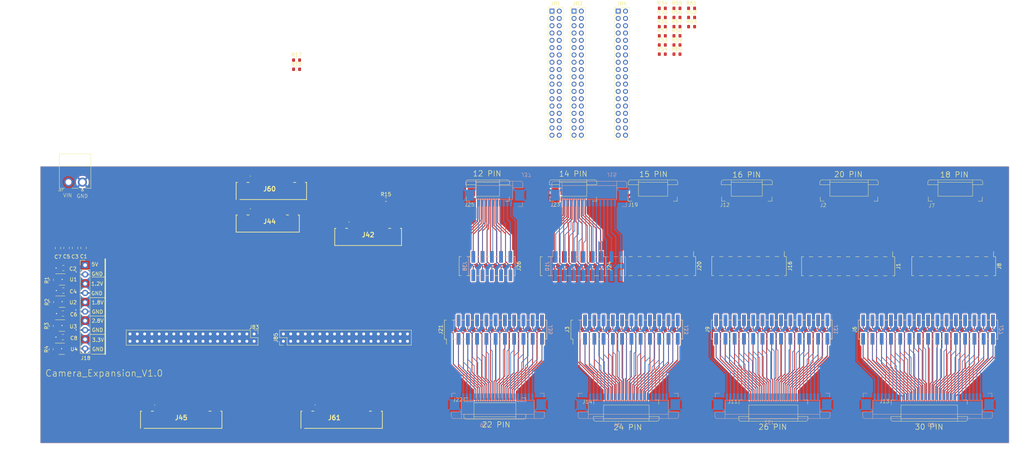
<source format=kicad_pcb>
(kicad_pcb (version 20241229) (generator "pcbnew") (generator_version "9.0")
  (layers (0 "F.Cu" jumper) (2 "B.Cu" signal) (13 "F.Paste" user) (15 "B.Paste" user) (5 "F.SilkS" user "F.Silkscreen") (7 "B.SilkS" user "B.Silkscreen") (1 "F.Mask" user) (3 "B.Mask" user) (25 "Edge.Cuts" user))
  (net 0 "")
  (net 1 "Net-(J1-Pin_15)")
  (net 2 "Net-(J1-Pin_3)")
  (net 3 "Net-(J1-Pin_8)")
  (net 4 "Net-(J1-Pin_2)")
  (net 5 "Net-(J1-Pin_13)")
  (net 6 "Net-(J1-Pin_12)")
  (net 7 "Net-(J1-Pin_6)")
  (net 8 "Net-(J1-Pin_5)")
  (net 9 "Net-(J1-Pin_10)")
  (net 10 "Net-(J1-Pin_14)")
  (net 11 "Net-(J1-Pin_1)")
  (net 12 "Net-(J1-Pin_7)")
  (net 13 "Net-(J1-Pin_9)")
  (net 14 "Net-(J1-Pin_4)")
  (net 15 "Net-(J1-Pin_11)")
  (net 16 "Net-(J1-Pin_18)")
  (net 17 "Net-(J1-Pin_19)")
  (net 18 "Net-(J1-Pin_16)")
  (net 19 "Net-(J1-Pin_17)")
  (net 20 "Net-(J1-Pin_20)")
  (net 21 "Net-(J7-Pin_4)")
  (net 22 "Net-(J7-Pin_12)")
  (net 23 "Net-(J7-Pin_7)")
  (net 24 "Net-(J7-Pin_9)")
  (net 25 "Net-(J7-Pin_15)")
  (net 26 "Net-(J7-Pin_2)")
  (net 27 "Net-(J7-Pin_17)")
  (net 28 "Net-(J7-Pin_5)")
  (net 29 "Net-(J7-Pin_1)")
  (net 30 "Net-(J7-Pin_14)")
  (net 31 "Net-(J14-Pin_17)")
  (net 32 "Net-(J14-Pin_2)")
  (net 33 "Net-(J3-Pin_24)")
  (net 34 "Net-(J14-Pin_22)")
  (net 35 "Net-(J14-Pin_11)")
  (net 36 "Net-(J14-Pin_6)")
  (net 37 "Net-(J14-Pin_10)")
  (net 38 "Net-(J14-Pin_20)")
  (net 39 "Net-(J14-Pin_7)")
  (net 40 "Net-(J3-Pin_23)")
  (net 41 "Net-(J14-Pin_18)")
  (net 42 "Net-(J14-Pin_1)")
  (net 43 "Net-(J14-Pin_14)")
  (net 44 "Net-(J14-Pin_3)")
  (net 45 "Net-(J14-Pin_21)")
  (net 46 "Net-(J14-Pin_16)")
  (net 47 "Net-(J14-Pin_9)")
  (net 48 "Net-(J14-Pin_8)")
  (net 49 "Net-(J14-Pin_15)")
  (net 50 "Net-(J14-Pin_19)")
  (net 51 "Net-(J14-Pin_5)")
  (net 52 "Net-(J14-Pin_13)")
  (net 53 "Net-(J14-Pin_12)")
  (net 54 "Net-(J14-Pin_4)")
  (net 55 "GND")
  (net 56 "Net-(J6-Pin_30)")
  (net 57 "Net-(J13-Pin_11)")
  (net 58 "Net-(J6-Pin_29)")
  (net 59 "Net-(J13-Pin_27)")
  (net 60 "Net-(J13-Pin_14)")
  (net 61 "Net-(J13-Pin_24)")
  (net 62 "Net-(J13-Pin_25)")
  (net 63 "Net-(J13-Pin_2)")
  (net 64 "Net-(J13-Pin_26)")
  (net 65 "Net-(J13-Pin_3)")
  (net 66 "Net-(J13-Pin_10)")
  (net 67 "Net-(J13-Pin_22)")
  (net 68 "Net-(J13-Pin_16)")
  (net 69 "Net-(J13-Pin_21)")
  (net 70 "Net-(J13-Pin_6)")
  (net 71 "Net-(J13-Pin_15)")
  (net 72 "Net-(J13-Pin_12)")
  (net 73 "Net-(J13-Pin_7)")
  (net 74 "Net-(J13-Pin_23)")
  (net 75 "Net-(J13-Pin_28)")
  (net 76 "Net-(J13-Pin_1)")
  (net 77 "Net-(J13-Pin_17)")
  (net 78 "Net-(J13-Pin_13)")
  (net 79 "Net-(J13-Pin_4)")
  (net 80 "Net-(J13-Pin_5)")
  (net 81 "Net-(J13-Pin_20)")
  (net 82 "Net-(J13-Pin_8)")
  (net 83 "Net-(J13-Pin_9)")
  (net 84 "Net-(J13-Pin_19)")
  (net 85 "Net-(J13-Pin_18)")
  (net 86 "Net-(J10-Pin_10)")
  (net 87 "Net-(J10-Pin_4)")
  (net 88 "Net-(J10-Pin_9)")
  (net 89 "Net-(J10-Pin_11)")
  (net 90 "Net-(J10-Pin_6)")
  (net 91 "Net-(J10-Pin_7)")
  (net 92 "Net-(J10-Pin_8)")
  (net 93 "Net-(J10-Pin_14)")
  (net 94 "Net-(J10-Pin_1)")
  (net 95 "Net-(J10-Pin_15)")
  (net 96 "Net-(J10-Pin_2)")
  (net 97 "Net-(J10-Pin_5)")
  (net 98 "Net-(J10-Pin_12)")
  (net 99 "Net-(J10-Pin_3)")
  (net 100 "Net-(J10-Pin_13)")
  (net 101 "Net-(J7-Pin_11)")
  (net 102 "Net-(J7-Pin_6)")
  (net 103 "Net-(J7-Pin_3)")
  (net 104 "Net-(J7-Pin_10)")
  (net 105 "Net-(J7-Pin_8)")
  (net 106 "Net-(J7-Pin_13)")
  (net 107 "Net-(J7-Pin_18)")
  (net 108 "Net-(J7-Pin_16)")
  (net 109 "Net-(J11-Pin_17)")
  (net 110 "Net-(J11-Pin_13)")
  (net 111 "Net-(J11-Pin_22)")
  (net 112 "Net-(J11-Pin_8)")
  (net 113 "Net-(J11-Pin_21)")
  (net 114 "Net-(J11-Pin_18)")
  (net 115 "Net-(J11-Pin_14)")
  (net 116 "Net-(J11-Pin_26)")
  (net 117 "Net-(J11-Pin_15)")
  (net 118 "Net-(J11-Pin_19)")
  (net 119 "Net-(J11-Pin_16)")
  (net 120 "Net-(J11-Pin_7)")
  (net 121 "Net-(J11-Pin_1)")
  (net 122 "Net-(J11-Pin_2)")
  (net 123 "Net-(J11-Pin_11)")
  (net 124 "Net-(J11-Pin_25)")
  (net 125 "Net-(J11-Pin_24)")
  (net 126 "Net-(J11-Pin_10)")
  (net 127 "Net-(J11-Pin_23)")
  (net 128 "Net-(J11-Pin_20)")
  (net 129 "Net-(J11-Pin_4)")
  (net 130 "Net-(J11-Pin_6)")
  (net 131 "Net-(J11-Pin_12)")
  (net 132 "Net-(J11-Pin_9)")
  (net 133 "Net-(J11-Pin_5)")
  (net 134 "Net-(J11-Pin_3)")
  (net 135 "VIN")
  (net 136 "VOUT_1.2")
  (net 137 "VOUT_1.8")
  (net 138 "VOUT_2.8")
  (net 143 "Net-(J21-Pin_19)")
  (net 144 "Net-(J21-Pin_16)")
  (net 145 "Net-(J21-Pin_22)")
  (net 146 "Net-(J21-Pin_21)")
  (net 147 "Net-(J21-Pin_15)")
  (net 148 "Net-(J21-Pin_11)")
  (net 149 "Net-(J21-Pin_18)")
  (net 150 "Net-(J21-Pin_6)")
  (net 151 "Net-(J21-Pin_4)")
  (net 152 "Net-(J21-Pin_13)")
  (net 153 "Net-(J21-Pin_7)")
  (net 154 "Net-(J21-Pin_12)")
  (net 155 "Net-(J21-Pin_8)")
  (net 156 "Net-(J21-Pin_17)")
  (net 157 "Net-(J21-Pin_9)")
  (net 158 "Net-(J21-Pin_2)")
  (net 159 "Net-(J21-Pin_5)")
  (net 160 "Net-(J21-Pin_10)")
  (net 161 "Net-(J21-Pin_20)")
  (net 162 "Net-(J21-Pin_1)")
  (net 163 "Net-(J21-Pin_14)")
  (net 164 "Net-(J21-Pin_3)")
  (net 165 "Net-(U1-EN)")
  (net 166 "Net-(U2-EN)")
  (net 167 "Net-(U3-EN)")
  (net 168 "Net-(U4-EN)")
  (net 169 "Net-(J12-Pin_15)")
  (net 170 "Net-(J12-Pin_4)")
  (net 171 "Net-(J12-Pin_10)")
  (net 172 "Net-(J12-Pin_3)")
  (net 173 "Net-(J12-Pin_6)")
  (net 174 "Net-(J12-Pin_5)")
  (net 175 "Net-(J12-Pin_8)")
  (net 176 "Net-(J12-Pin_14)")
  (net 177 "Net-(J12-Pin_7)")
  (net 178 "Net-(J12-Pin_12)")
  (net 179 "Net-(J12-Pin_2)")
  (net 180 "Net-(J12-Pin_9)")
  (net 181 "Net-(J12-Pin_13)")
  (net 182 "Net-(J12-Pin_16)")
  (net 183 "Net-(J12-Pin_1)")
  (net 184 "Net-(J12-Pin_11)")
  (net 185 "Net-(J19-Pin_4)")
  (net 186 "Net-(J19-Pin_1)")
  (net 187 "Net-(J19-Pin_8)")
  (net 188 "Net-(J19-Pin_3)")
  (net 189 "Net-(J19-Pin_7)")
  (net 190 "Net-(J19-Pin_12)")
  (net 191 "Net-(J19-Pin_5)")
  (net 192 "Net-(J19-Pin_10)")
  (net 193 "Net-(J19-Pin_6)")
  (net 194 "Net-(J19-Pin_2)")
  (net 195 "Net-(J19-Pin_11)")
  (net 196 "Net-(J19-Pin_9)")
  (net 197 "Net-(J19-Pin_15)")
  (net 198 "Net-(J19-Pin_14)")
  (net 199 "Net-(J19-Pin_13)")
  (net 201 "Net-(J23-Pin_8)")
  (net 202 "Net-(J23-Pin_9)")
  (net 203 "Net-(J23-Pin_7)")
  (net 204 "Net-(J23-Pin_5)")
  (net 205 "Net-(J23-Pin_10)")
  (net 206 "Net-(J23-Pin_6)")
  (net 207 "Net-(J23-Pin_13)")
  (net 208 "Net-(J23-Pin_4)")
  (net 209 "Net-(J23-Pin_14)")
  (net 210 "Net-(J23-Pin_12)")
  (net 211 "Net-(J23-Pin_11)")
  (net 212 "Net-(J23-Pin_2)")
  (net 213 "Net-(J23-Pin_1)")
  (net 214 "Net-(J23-Pin_3)")
  (net 215 "Net-(J25-Pin_8)")
  (net 216 "Net-(J25-Pin_12)")
  (net 217 "Net-(J25-Pin_4)")
  (net 218 "Net-(J25-Pin_1)")
  (net 219 "Net-(J25-Pin_3)")
  (net 220 "Net-(J25-Pin_2)")
  (net 221 "Net-(J25-Pin_6)")
  (net 222 "Net-(J25-Pin_9)")
  (net 223 "Net-(J25-Pin_5)")
  (net 224 "Net-(J25-Pin_10)")
  (net 225 "Net-(J25-Pin_11)")
  (net 226 "Net-(J25-Pin_7)")
  (net 227 "/2_EXT_XVCLK")
  (net 228 "/2_CSI_D3_N")
  (net 229 "/2_CSI_D0_N")
  (net 230 "/2_CSI_D3_P")
  (net 231 "/2_I2C_SDA")
  (net 232 "/2_CSI_C_N")
  (net 233 "/2_FSIN")
  (net 234 "/2_CSI_D1_P")
  (net 235 "/2_CSI_D1_N")
  (net 236 "VCC_3V3")
  (net 237 "/2_CSI_C_P")
  (net 238 "/2_I2C_SCL")
  (net 239 "/2_CSI_D0_P")
  (net 240 "/2_CSI_D2_P")
  (net 241 "/2_CSI_D2_N")
  (net 246 "Net-(J81-Pin_7)")
  (net 250 "Net-(J27-Pin_25)")
  (net 251 "Net-(J27-Pin_21)")
  (net 252 "Net-(J27-Pin_10)")
  (net 253 "Net-(J27-Pin_16)")
  (net 254 "Net-(J27-Pin_19)")
  (net 255 "Net-(J27-Pin_18)")
  (net 256 "Net-(J27-Pin_29)")
  (net 257 "Net-(J27-Pin_8)")
  (net 258 "Net-(J27-Pin_30)")
  (net 259 "Net-(J27-Pin_9)")
  (net 260 "Net-(J27-Pin_6)")
  (net 261 "Net-(J27-Pin_26)")
  (net 262 "Net-(J27-Pin_5)")
  (net 263 "Net-(J27-Pin_27)")
  (net 264 "Net-(J27-Pin_7)")
  (net 265 "Net-(J27-Pin_1)")
  (net 266 "Net-(J27-Pin_23)")
  (net 267 "Net-(J27-Pin_4)")
  (net 268 "Net-(J27-Pin_15)")
  (net 269 "Net-(J27-Pin_17)")
  (net 270 "Net-(J27-Pin_11)")
  (net 271 "Net-(J27-Pin_20)")
  (net 272 "Net-(J27-Pin_22)")
  (net 273 "Net-(J27-Pin_12)")
  (net 274 "Net-(J27-Pin_14)")
  (net 275 "Net-(J27-Pin_28)")
  (net 276 "Net-(J27-Pin_2)")
  (net 277 "Net-(J27-Pin_24)")
  (net 278 "Net-(J27-Pin_3)")
  (net 279 "Net-(J27-Pin_13)")
  (net 280 "Net-(J31-Pin_3)")
  (net 281 "Net-(J31-Pin_26)")
  (net 282 "Net-(J31-Pin_4)")
  (net 283 "Net-(J31-Pin_16)")
  (net 284 "Net-(J31-Pin_21)")
  (net 285 "Net-(J31-Pin_8)")
  (net 286 "Net-(J31-Pin_23)")
  (net 287 "Net-(J31-Pin_2)")
  (net 288 "Net-(J31-Pin_20)")
  (net 289 "Net-(J31-Pin_19)")
  (net 290 "Net-(J31-Pin_7)")
  (net 291 "Net-(J31-Pin_25)")
  (net 292 "Net-(J31-Pin_9)")
  (net 293 "Net-(J31-Pin_24)")
  (net 294 "Net-(J31-Pin_22)")
  (net 295 "Net-(J31-Pin_10)")
  (net 296 "Net-(J31-Pin_15)")
  (net 297 "Net-(J31-Pin_1)")
  (net 298 "Net-(J31-Pin_17)")
  (net 299 "Net-(J31-Pin_14)")
  (net 300 "Net-(J31-Pin_11)")
  (net 301 "Net-(J31-Pin_12)")
  (net 302 "Net-(J31-Pin_5)")
  (net 303 "Net-(J31-Pin_18)")
  (net 304 "Net-(J31-Pin_6)")
  (net 305 "Net-(J31-Pin_13)")
  (net 306 "Net-(J33-Pin_4)")
  (net 307 "Net-(J33-Pin_16)")
  (net 308 "Net-(J33-Pin_8)")
  (net 309 "Net-(J33-Pin_19)")
  (net 310 "Net-(J33-Pin_10)")
  (net 311 "Net-(J33-Pin_21)")
  (net 312 "Net-(J33-Pin_2)")
  (net 313 "Net-(J33-Pin_7)")
  (net 314 "Net-(J33-Pin_1)")
  (net 315 "Net-(J33-Pin_12)")
  (net 316 "Net-(J33-Pin_22)")
  (net 317 "Net-(J33-Pin_18)")
  (net 318 "Net-(J33-Pin_6)")
  (net 319 "Net-(J33-Pin_17)")
  (net 320 "Net-(J33-Pin_3)")
  (net 321 "Net-(J33-Pin_20)")
  (net 322 "Net-(J33-Pin_9)")
  (net 323 "Net-(J33-Pin_15)")
  (net 324 "Net-(J33-Pin_13)")
  (net 325 "Net-(J33-Pin_11)")
  (net 326 "Net-(J33-Pin_14)")
  (net 327 "Net-(J33-Pin_5)")
  (net 328 "Net-(J35-Pin_9)")
  (net 329 "Net-(J35-Pin_1)")
  (net 330 "Net-(J35-Pin_4)")
  (net 331 "Net-(J35-Pin_16)")
  (net 332 "Net-(J35-Pin_3)")
  (net 333 "Net-(J35-Pin_12)")
  (net 334 "Net-(J35-Pin_11)")
  (net 335 "Net-(J35-Pin_10)")
  (net 336 "Net-(J35-Pin_19)")
  (net 337 "Net-(J35-Pin_20)")
  (net 338 "Net-(J35-Pin_7)")
  (net 339 "Net-(J35-Pin_6)")
  (net 340 "Net-(J35-Pin_2)")
  (net 341 "Net-(J35-Pin_14)")
  (net 342 "Net-(J35-Pin_18)")
  (net 343 "Net-(J35-Pin_13)")
  (net 344 "Net-(J35-Pin_17)")
  (net 345 "Net-(J35-Pin_8)")
  (net 346 "Net-(J35-Pin_15)")
  (net 347 "Net-(J35-Pin_5)")
  (net 348 "Net-(J37-Pin_4)")
  (net 349 "Net-(J37-Pin_3)")
  (net 350 "Net-(J37-Pin_9)")
  (net 351 "Net-(J37-Pin_1)")
  (net 352 "Net-(J37-Pin_8)")
  (net 353 "Net-(J37-Pin_5)")
  (net 354 "Net-(J37-Pin_2)")
  (net 355 "Net-(J37-Pin_7)")
  (net 356 "Net-(J37-Pin_10)")
  (net 357 "Net-(J37-Pin_6)")
  (net 369 "/3_MIPI_CSI_RX_CLK0N")
  (net 370 "Net-(J82-Pin_7)")
  (net 371 "/3_I2C_SCL")
  (net 374 "/3_RST")
  (net 379 "/3_MIPI_CSI_RX_CLK0P")
  (net 381 "/3_I2C_SDA")
  (net 384 "/3_MIPI_CSI_RX_D0P")
  (net 386 "VDD_3V3")
  (net 387 "/3_CAM_CLK")
  (net 388 "/3_MIPI_CSI_RX_D1P")
  (net 390 "/3_MIPI_CSI_RX_D0N")
  (net 395 "/3_MIPI_CSI_RX_D1N")
  (net 399 "/4_I2C1_SCL_M0")
  (net 403 "/4_MIPI_CSI_RX_D0P")
  (net 404 "/4_CAM0_CLK")
  (net 405 "/4_RST")
  (net 409 "/4_MIPI_CSI_RX_CLK0N")
  (net 411 "/4_MIPI_CSI_RX_D1N")
  (net 414 "Net-(J83-Pin_7)")
  (net 418 "/4_I2C1_SDA_M0")
  (net 420 "/4_MIPI_CSI_RX_D1P")
  (net 421 "/4_MIPI_CSI_RX_CLK0P")
  (net 422 "/4_MIPI_CSI_RX_D0N")
  (net 425 "Net-(J84-Pin_5)")
  (net 426 "/5_I2C_SCL")
  (net 428 "/5_MDN0")
  (net 429 "/5_I2C_SDA")
  (net 431 "/5_XSHUTDOWN")
  (net 435 "/5_MCP")
  (net 436 "Net-(J84-Pin_3)")
  (net 439 "/5_MDP0")
  (net 440 "/5_MDN1")
  (net 444 "/5_MCLK")
  (net 445 "Net-(J84-Pin_1)")
  (net 447 "/5_MDP1")
  (net 448 "/5_MCN")
  (net 450 "Net-(J42-Pin_1)")
  (net 452 "/6_MDN2")
  (net 453 "/6_I2C_SCL")
  (net 454 "/6_MCP")
  (net 455 "/6_MDN1")
  (net 457 "Net-(J85-Pin_5)")
  (net 458 "/6_PCLK")
  (net 459 "/6_GPIO1")
  (net 460 "/6_GPIO4")
  (net 461 "/6_GPIO3")
  (net 462 "VCC")
  (net 463 "Net-(J44-Pin_1)")
  (net 464 "Net-(J45-Pin_29)")
  (net 465 "/6_MDP1")
  (net 466 "Net-(J85-Pin_3)")
  (net 467 "/6_GPIO0")
  (net 468 "/6_MDP2")
  (net 470 "/6_VSYNC")
  (net 473 "Net-(J85-Pin_1)")
  (net 474 "/6_HREF")
  (net 475 "/6_MCLK")
  (net 476 "/6_MCN")
  (net 477 "/6_GPIO2")
  (net 479 "/6_I2C_SDA")
  (net 480 "/6_XSHUTDOWN")
  (net 481 "AVDD_2V8")
  (net 482 "Net-(J60-Pin_23)")
  (net 483 "Net-(J60-Pin_19)")
  (net 484 "DVDD_1V2")
  (net 485 "DOVDD_1V8")
  (net 486 "Net-(J60-Pin_2)")
  (net 487 "AVDD2V8")
  (net 488 "Net-(J61-Pin_30)")
  (net 489 "Net-(J61-Pin_29)")
  (net 490 "DOVDD1V8")
  (net 491 "DVDD1V2")
  (net 492 "Net-(J61-Pin_28)")
  (net 493 "/6_GPIO6")
  (net 494 "/6_GPIO9")
  (net 495 "/6_GPIO8")
  (net 496 "/6_GPIO7")
  (net 497 "/6_GPIO5")
  (footprint "Capacitor_SMD:C_0805_2012Metric" (layer "F.Cu") (at 22.22375 117.3625 180)
    (property "Reference" "C8")
    (property "Value" "10uF" (hide yes))
  )
  (footprint "Package_TO_SOT_SMD:SOT-23-5" (layer "F.Cu") (at 22.00375 101.5525)
    (property "Reference" "U1")
    (property "Value" "RT9080-12GJ5" (hide yes))
  )
  (footprint "Connector_PinHeader_2.54mm:PinHeader_2x10_P2.54mm_Vertical_SMD" (layer "F.Cu") (at 237.3075 97.94375 -90)
    (property "Reference" "J1")
    (property "Value" "PinHeader_2x10_P2.54mm_Vertical_MALE_SMD")
  )
  (footprint "Footprint Library:FFC SOCKET DR_DWN 0.5MM-30P" (layer "F.Cu") (at 259.5275 134.65875)
    (property "Reference" "J13")
    (property "Value" "FPC-05F-30PH20")
  )
  (footprint "Resistor_SMD:R_0603_1608Metric" (layer "F.Cu") (at 86.2125 43.98875)
    (property "Reference" "R18")
    (property "Value" "0R")
  )
  (footprint "Footprint Library:KF2EDGH-3.81-2P" (layer "F.Cu") (at 27.54625 74.905 180)
    (property "Reference" "J17")
    (property "Value" "KF2EDGH-3.81-2P- Right Angle" (hide yes))
  )
  (footprint "Connector_PinHeader_2.54mm:PinHeader_2x12_P2.54mm_Vertical_SMD" (layer "F.Cu") (at 176.66375 115.29625 90)
    (property "Reference" "J3")
    (property "Value" "PinHeader_2x12_P2.54mm_Vertical_MALE_SMD")
  )
  (footprint "Footprint Library:F32R1A7H111022" (layer "F.Cu") (at 105.8175 89.90875)
    (property "Reference" "J42")
    (property "Value" "FFC SOCKET DR_BOTTOM 0.5MM -22P" (hide yes))
  )
  (footprint "Resistor_SMD:R_0603_1608Metric" (layer "F.Cu") (at 194.4225 29.79875)
    (property "Reference" "R62")
    (property "Value" "0R")
  )
  (footprint "Capacitor_SMD:C_0805_2012Metric" (layer "F.Cu") (at 23.19375 92.9225 -90)
    (property "Reference" "C5")
    (property "Value" "10uF" (hide yes))
  )
  (footprint "Connector_PinHeader_2.00mm:PinHeader_2x18_P2.00mm_Vertical" (layer "F.Cu") (at 162.2225 28.05875)
    (property "Reference" "J82")
    (property "Value" "PinHeader_2x18_P2.00mm_Vertical_MALE")
  )
  (footprint "Footprint Library:F32R1A7H111030" (layer "F.Cu") (at 96.55375 140)
    (property "Reference" "J61")
    (property "Value" "FFC SOCKET DR_BOTTOM 0.5MM -30P" (hide yes))
  )
  (footprint "Resistor_SMD:R_0603_1608Metric" (layer "F.Cu") (at 190.4125 32.30875)
    (property "Reference" "R57")
    (property "Value" "0R")
  )
  (footprint "Package_TO_SOT_SMD:SOT-23-5" (layer "F.Cu") (at 21.92375 114.1825)
    (property "Reference" "U3")
    (property "Value" "RT9080-28GJ5" (hide yes))
  )
  (footprint "Connector_PinHeader_2.54mm:PinHeader_2x15_P2.54mm_Vertical_SMD" (layer "F.Cu") (at 259.20375 115.29625 90)
    (property "Reference" "J6")
    (property "Value" "PinHeader_2x15_P2.54mm_Vertical_MALE_SMD")
  )
  (footprint "Resistor_SMD:R_0603_1608Metric" (layer "F.Cu") (at 190.4125 39.83875)
    (property "Reference" "R60")
    (property "Value" "0R")
  )
  (footprint "Footprint Library:F32R1A7H111030" (layer "F.Cu") (at 52.60375 140)
    (property "Reference" "J45")
    (property "Value" "FFC SOCKET DR_BOTTOM 0.5MM -30P" (hide yes))
  )
  (footprint "Footprint Library:F32R1A7H111024" (layer "F.Cu") (at 78.8075 77.32875)
    (property "Reference" "J60")
    (property "Value" "FFC SOCKET DR_BOTTOM 0.5MM -24P" (hide yes))
  )
  (footprint "Resistor_SMD:R_0603_1608Metric" (layer "F.Cu") (at 194.4225 27.28875)
    (property "Reference" "R61")
    (property "Value" "0R")
  )
  (footprint "Capacitor_SMD:C_0805_2012Metric" (layer "F.Cu") (at 27.85375 92.9325 -90)
    (property "Reference" "C1")
    (property "Value" "10uF" (hide yes))
  )
  (footprint "Resistor_SMD:R_0603_1608Metric" (layer "F.Cu") (at 194.4225 32.30875)
    (property "Reference" "R63")
    (property "Value" "0R")
  )
  (footprint "Footprint Library:FFC SOCKET DR_DWN 0.5MM -22P" (layer "F.Cu") (at 140.5575 134.65875)
    (property "Reference" "J22")
    (property "Value" "FPC-05F-22PH20")
  )
  (footprint "Capacitor_SMD:C_0805_2012Metric" (layer "F.Cu") (at 22.32375 104.6125 180)
    (property "Reference" "C4")
    (property "Value" "10uF" (hide yes))
  )
  (footprint "Connector_PinHeader_2.54mm:PinHeader_1x10_P2.54mm_Vertical" (layer "F.Cu") (at 28.28375 97.6425)
    (property "Reference" "J18")
    (property "Value" "PinHeader_1x10_P2.54mm_Vertical_MALE_TH" (hide yes))
  )
  (footprint "Connector_PinHeader_2.54mm:PinHeader_2x08_P2.54mm_Vertical_SMD" (layer "F.Cu") (at 210.1725 97.90375 -90)
    (property "Reference" "J16")
    (property "Value" "PinHeader_2x8_P2.54mm_Vertical_MALE_SMD")
  )
  (footprint "Resistor_SMD:R_0603_1608Metric" (layer "F.Cu") (at 110.6875 79.66875)
    (property "Reference" "R15")
    (property "Value" "0R")
  )
  (footprint "Resistor_SMD:R_0603_1608Metric" (layer "F.Cu") (at 186.4025 37.32875)
    (property "Reference" "R53")
    (property "Value" "0R")
  )
  (footprint "Resistor_SMD:R_0603_1608Metric" (layer "F.Cu") (at 186.4025 32.30875)
    (property "Reference" "R36")
    (property "Value" "0R")
  )
  (footprint "Resistor_SMD:R_0603_1608Metric" (layer "F.Cu") (at 190.4125 37.32875)
    (property "Reference" "R59")
    (property "Value" "0R")
  )
  (footprint "Footprint Library:FFC SOCKET DR_DWN 0.5MM -20P" (layer "F.Cu") (at 237.0525 79.41875 180)
    (property "Reference" "J2")
    (property "Value" "FPC-05F-20PH20")
  )
  (footprint "Resistor_SMD:R_0603_1608Metric" (layer "F.Cu") (at 190.4125 27.28875)
    (property "Reference" "R55")
    (property "Value" "0R")
  )
  (footprint "Connector_PinHeader_2.54mm:PinHeader_2x07_P2.54mm_Vertical_SMD" (layer "F.Cu") (at 161.9375 97.92375 -90)
    (property "Reference" "J24")
    (property "Value" "PinHeader_2x7_P2.54mm_Vertical_MALE_SMD")
  )
  (footprint "Connector_PinHeader_2.54mm:PinHeader_2x06_P2.54mm_Vertical_SMD" (layer "F.Cu") (at 138.4175 97.90375 -90)
    (property "Reference" "J26")
    (property "Value" "PinHeader_2x6_P2.54mm_Vertical_MALE_SMD")
  )
  (footprint "Package_TO_SOT_SMD:SOT-23-5" (layer "F.Cu") (at 21.97625 107.6425)
    (property "Reference" "U2")
    (property "Value" "RT9080-18GJ5" (hide yes))
  )
  (footprint "Connector_PinHeader_2.54mm:PinHeader_2x13_P2.54mm_Vertical_SMD" (layer "F.Cu") (at 216.38375 115.29625 90)
    (property "Reference" "J9")
    (property "Value" "PinHeader_2x13_P2.54mm_Vertical_MALE_SMD")
  )
  (footprint "Connector_PinHeader_2.00mm:PinHeader_2x18_P2.00mm_Vertical" (layer "F.Cu") (at 156.1725 28.05875)
    (property "Reference" "J81")
    (property "Value" "PinHeader_2x18_P2.00mm_Vertical_MALE")
  )
  (footprint "Capacitor_SMD:C_0805_2012Metric" (layer "F.Cu") (at 22.33375 98.4525 180)
    (property "Reference" "C2")
    (property "Value" "10uF" (hide yes))
  )
  (footprint "Connector_PinHeader_2.54mm:PinHeader_2x09_P2.54mm_Vertical_SMD" (layer "F.Cu") (at 266.2275 97.92375 -90)
    (property "Reference" "J8")
    (property "Value" "PinHeader_2x9_P2.54mm_Vertical_MALE_SMD")
  )
  (footprint "Footprint Library:FFC SOCKET DR_DWN 0.5MM -18P" (layer "F.Cu") (at 265.66 79.41875 180)
    (property "Reference" "J7")
    (property "Value" "FPC-05F-18PH20")
  )
  (footprint "Connector_PinHeader_2.54mm:PinHeader_2x08_P2.54mm_Vertical_SMD" (layer "F.Cu") (at 185.3175 97.90375 -90)
    (property "Reference" "J20")
    (property "Value" "PinHeader_2x8_P2.54mm_Vertical_MALE_SMD")
  )
  (footprint "Footprint Library:FFC SOCKET DR_DWN 0.5MM -12P" (layer "F.Cu") (at 136.06 79.41875 180)
    (property "Reference" "J25")
    (property "Value" "FPC-05F-12PH20")
  )
  (footprint "Resistor_SMD:R_0603_1608Metric" (layer "F.Cu") (at 186.4025 29.79875)
    (property "Reference" "R35")
    (property "Value" "0R")
  )
  (footprint "Connector_PinHeader_2.00mm:PinHeader_2x18_P2.00mm_Vertical" (layer "F.Cu") (at 174.3225 28.05875)
    (property "Reference" "J84")
    (property "Value" "PinHeader_2x18_P2.00mm_Vertical_MALE")
  )
  (footprint "Resistor_SMD:R_0603_1608Metric" (layer "F.Cu") (at 186.4025 39.83875)
    (property "Reference" "R54")
    (property "Value" "0R")
  )
  (footprint "Connector_PinHeader_2.00mm:PinHeader_2x18_P2.00mm_Vertical" (layer "F.Cu") (at 74.58375 116.5 -90)
    (property "Reference" "J83")
    (property "Value" "PinHeader_2x18_P2.00mm_Vertical_MALE")
  )
  (footprint "Footprint Library:FFC SOCKET DR_DWN 0.5MM-24P" (layer "F.Cu") (at 176.0375 134.65875)
    (property "Reference" "J14")
    (property "Value" "FPC-05F-24PH20")
  )
  (footprint "Connector_PinHeader_2.54mm:PinHeader_2x11_P2.54mm_Vertical_SMD" (layer "F.Cu") (at 140.73375 115.29625 90)
    (property "Reference" "J21")
    (property "Value" "PinHeader_2x11_P2.54mm_Vertical_MALE_SMD")
  )
  (footprint "Resistor_SMD:R_0603_1608Metric" (layer "F.Cu") (at 19.09375 101.6725 -90)
    (property "Reference" "R1")
    (property "Value" "5K" (hide yes))
  )
  (footprint "Footprint Library:FFC SOCKET DR_DWN 0.5MM-26P" (layer "F.Cu") (at 216.31 134.65875)
    (property "Reference" "J11")
    (property "Value" "FPC-05F-26PH20")
  )
  (footprint "Resistor_SMD:R_0603_1608Metric" (layer "F.Cu") (at 186.4025 34.81875)
    (property "Reference" "R52")
    (property "Value" "0R")
  )
  (footprint "Resistor_SMD:R_0603_1608Metric" (layer "F.Cu") (at 190.4125 29.79875)
    (property "Reference" "R56")
    (property "Value" "0R")
  )
  (footprint "Resistor_SMD:R_0603_1608Metric" (layer "F.Cu") (at 19.12375 107.7625 -90)
    (property "Reference" "R2")
    (property "Value" "5K" (hide yes))
  )
  (footprint "Footprint Library:FFC SOCKET DR_DWN 0.5MM -14P" (layer "F.Cu") (at 159.9825 79.41625 180)
    (property "Reference" "J23")
    (property "Value" "FPC-05F-14PH20")
  )
  (footprint "Connector_PinHeader_2.00mm:PinHeader_2x18_P2.00mm_Vertical" (layer "F.Cu") (at 82.60375 118.5 90)
    (property "Reference" "J85")
    (property "Value" "PinHeader_2x18_P2.00mm_Vertical_MALE")
  )
  (footprint "Resistor_SMD:R_0603_1608Metric" (layer "F.Cu") (at 18.98375 120.6775 -90)
    (property "Reference" "R4")
    (property "Value" "5K" (hide yes))
  )
  (footprint "Capacitor_SMD:C_0805_2012Metric" (layer "F.Cu") (at 20.83375 92.9625 -90)
    (property "Reference" "C7")
    (property "Value" "10uF" (hide yes))
  )
  (footprint "Footprint Library:FFC SOCKET DR_DWN 0.5MM -15P" (layer "F.Cu") (at 182.115 79.41875 180)
    (property "Reference" "J19")
    (property "Value" "FPC-05F-15PH20")
  )
  (footprint "Footprint Library:F32R1A7H111020" (layer "F.Cu") (at 78.8075 86.24875)
    (property "Reference" "J44")
    (property "Value" "FFC SOCKET DR_BOTTOM 0.5MM -20P" (hide yes))
  )
  (footprint "Footprint Library:FFC SOCKET DR_DWN 0.5MM -16P" (layer "F.Cu") (at 208.045 79.41875 180)
    (property "Reference" "J12")
    (property "Value" "FPC-05F-16PH20")
  )
  (footprint "Resistor_SMD:R_0603_1608Metric" (layer "F.Cu") (at 186.4025 27.28875)
    (property "Reference" "R34")
    (property "Value" "0R")
  )
  (footprint "Resistor_SMD:R_0603_1608Metric" (layer "F.Cu") (at 190.4125 34.81875)
    (property "Reference" "R58")
    (property "Value" "0R")
  )
  (footprint "Resistor_SMD:R_0603_1608Metric" (layer "F.Cu") (at 19.05375 114.3125 -90)
    (property "Reference" "R3")
    (property "Value" "5K" (hide yes))
  )
  (footprint "Capacitor_SMD:C_0805_2012Metric" (layer "F.Cu") (at 22.22375 110.9125 180)
    (property "Reference" "C6")
    (property "Value" "10uF" (hide yes))
  )
  (footprint "Resistor_SMD:R_0603_1608Metric" (layer "F.Cu") (at 86.2125 41.47875)
    (property "Reference" "R17")
    (property "Value" "0R")
  )
  (footprint "Package_TO_SOT_SMD:SOT-23-5" (layer "F.Cu") (at 21.86625 120.5525)
    (property "Reference" "U4")
    (property "Value" "RT9080-33GJ5" (hide yes))
  )
  (footprint "Capacitor_SMD:C_0805_2012Metric" (layer "F.Cu") (at 25.53375 92.9325 -90)
    (property "Reference" "C3")
    (property "Value" "10uF" (hide yes))
  )
  (footprint "Library:AFA07-S10ECA-00" (layer "B.Cu") (at 135.9475 79.73625)
    (property "Reference" "J37")
    (property "Value" "AFA07-S10ECA-00")
  )
  (footprint "Connector_PinHeader_2.54mm:PinHeader_2x13_P2.54mm_Vertical_SMD" (layer "B.Cu") (at 216.3975 115.27375 90)
    (property "Reference" "J31")
    (property "Value" "PinHeader_2x13_P2.54mm_Vertical_MALE_SMD")
  )
  (footprint "Library:AFA07-S15ECA-00" (layer "B.Cu") (at 159.4175 79.73625)
    (property "Reference" "J15")
    (property "Value" "AFA07-S15ECA-00")
  )
  (footprint "Library:AFA07-S20ECA-00" (layer "B.Cu") (at 150.8575 134.59125 180)
    (property "Reference" "J36")
    (property "Value" "AFA07-S20ECA-00")
  )
  (footprint "Connector_PinHeader_2.54mm:PinHeader_2x08_P2.54mm_Vertical_SMD" (layer "B.Cu") (at 166.1075 97.93375 -90)
    (property "Reference" "J10")
    (property "Value" "PinHeader_2x08_P2.54mm_Vertical_MALE_SMD")
  )
  (footprint "Library:AFA07-S26ECA-00" (layer "B.Cu") (at 229.07625 134.59125 180)
    (property "Reference" "J32")
    (property "Value" "AFA07-S26ECA-00")
  )
  (footprint "Connector_PinHeader_2.54mm:PinHeader_2x15_P2.54mm_Vertical_SMD" (layer "B.Cu") (at 259.20375 115.30625 90)
    (property "Reference" "J27")
    (property "Value" "PinHeader_2x15_P2.54mm_Vertical_MALE_SMD")
  )
  (footprint "Connector_PinHeader_2.54mm:PinHeader_2x11_P2.54mm_Vertical_SMD" (layer "B.Cu") (at 177.9375 115.31375 90)
    (property "Reference" "J33")
    (property "Value" "PinHeader_2x11_P2.54mm_Vertical_MALE_SMD")
  )
  (footprint "Connector_PinHeader_2.54mm:PinHeader_2x10_P2.54mm_Vertical_SMD" (layer "B.Cu") (at 142.0275 115.32375 90)
    (property "Reference" "J35")
    (property "Value" "PinHeader_2x10_P2.54mm_Vertical_MALE_SMD")
  )
  (footprint "Connector_PinHeader_2.54mm:PinHeader_2x05_P2.54mm_Vertical_SMD" (layer "B.Cu") (at 139.7075 97.92375 -90)
    (property "Reference" "J38")
    (property "Value" "PinHeader_2x5_P2.54mm_Vertical_MALE_SMD")
  )
  (footprint "Library:AFA07-S22ECA-00" (layer "B.Cu") (at 187.5875 134.59125 180)
    (property "Reference" "J34")
    (property "Value" "AFA07-S22ECA-00")
  )
  (footprint "Library:AFA07-S30ECA-00" (layer "B.Cu") (at 244.56375 134.59125 180)
    (property "Reference" "J29")
    (property "Value" "AFA07-S30ECA-00")
  )
  (gr_line (start 30.10375 100.9025) (end 33.62375 100.9025) (stroke (width 0.15)) (layer "F.SilkS"))
  (gr_line (start 29.65375 111.5925) (end 33.66375 111.5925) (stroke (width 0.15)) (layer "F.SilkS"))
  (gr_line (start 29.63375 106.5525) (end 33.66375 106.5525) (stroke (width 0.15)) (layer "F.SilkS"))
  (gr_line (start 33.80125 95.97) (end 33.80125 122.04) (stroke (width 0.36)) (layer "F.SilkS"))
  (gr_line (start 29.63375 116.6125) (end 33.62375 116.6125) (stroke (width 0.15)) (layer "F.SilkS"))
  (gr_line (start 30.01625 122.03) (end 33.72625 122.03) (stroke (width 0.15)) (layer "F.SilkS"))
  (gr_rect (start 15.94125 70.515) (end 281.46125 146.465) (stroke (width 0.1)) (fill no) (layer "Edge.Cuts"))
  (gr_text "18 PIN" (at 262.41125 73.74125 0) (layer "F.SilkS") (effects (font (size 1.5 1.5)) (justify left bottom)))
  (gr_text "GND" (at 30.05375 111.0125 0) (layer "F.SilkS") (effects (font (size 1 1)) (justify left bottom)))
  (gr_text "24 PIN" (at 172.95375 142.94875 0) (layer "F.SilkS") (effects (font (size 1.5 1.5)) (justify left bottom)))
  (gr_text "GND" (at 27.51125 78.715 0) (layer "F.SilkS") (effects (font (size 1 1) (thickness 0.1))))
  (gr_text "GND" (at 30.05375 116.0025 0) (layer "F.SilkS") (effects (font (size 1 1)) (justify left bottom)))
  (gr_text "GND" (at 29.88375 105.9425 0) (layer "F.SilkS") (effects (font (size 1 1)) (justify left bottom)))
  (gr_text "14 PIN" (at 158.00125 73.51125 0) (layer "F.SilkS") (effects (font (size 1.5 1.5)) (justify left bottom)))
  (gr_text "VIN" (at 23.47125 78.535 0) (layer "F.SilkS") (effects (font (size 1 1) (thickness 0.1))))
  (gr_text "2.8V" (at 30.00375 113.4625 0) (layer "F.SilkS") (effects (font (size 1 1)) (justify left bottom)))
  (gr_text "GND" (at 30.14375 121.2625 0) (layer "F.SilkS") (effects (font (size 1 1)) (justify left bottom)))
  (gr_text "20 PIN" (at 233.37125 73.66125 0) (layer "F.SilkS") (effects (font (size 1.5 1.5)) (justify left bottom)))
  (gr_text "22 PIN" (at 136.88375 142.22875 0) (layer "F.SilkS") (effects (font (size 1.5 1.5)) (justify left bottom)))
  (gr_text "1.2V" (at 29.87375 103.3325 0) (layer "F.SilkS") (effects (font (size 1 1)) (justify left bottom)))
  (gr_text "12 PIN" (at 134.39125 73.44125 0) (layer "F.SilkS") (effects (font (size 1.5 1.5)) (justify left bottom)))
  (gr_text "3.3V" (at 30.09375 118.7225 0) (layer "F.SilkS") (effects (font (size 1 1)) (justify left bottom)))
  (gr_text "5V" (at 29.94375 98.0125 0) (layer "F.SilkS") (effects (font (size 1 1)) (justify left bottom)))
  (gr_text "15 PIN" (at 179.98125 73.61125 0) (layer "F.SilkS") (effects (font (size 1.5 1.5)) (justify left bottom)))
  (gr_text "16 PIN" (at 205.51125 73.76125 0) (layer "F.SilkS") (effects (font (size 1.5 1.5)) (justify left bottom)))
  (gr_text "30 PIN" (at 255.48375 142.83875 0) (layer "F.SilkS") (effects (font (size 1.5 1.5)) (justify left bottom)))
  (gr_text "GND" (at 29.95375 100.6225 0) (layer "F.SilkS") (effects (font (size 1 1)) (justify left bottom)))
  (gr_text "26 PIN" (at 212.65375 142.84875 0) (layer "F.SilkS") (effects (font (size 1.5 1.5)) (justify left bottom)))
  (gr_text "1.8V" (at 30.00375 108.4725 0) (layer "F.SilkS") (effects (font (size 1 1)) (justify left bottom)))
  (gr_text "Camera_Expansion_V1.0" (at 17.27375 128.31125 0) (layer "F.SilkS") (effects (font (size 1.8 1.8)) (justify left bottom)))
  (segment (start 235.3025 79.41875) (end 235.3025 84.88125) (width 0.25) (layer "F.Cu") (net 1))
  (segment (start 235.3025 84.88125) (end 230.965 89.21875) (width 0.25) (layer "F.Cu") (net 1))
  (segment (start 230.965 89.21875) (end 230.965 95.41875) (width 0.25) (layer "F.Cu") (net 1))
  (segment (start 241.3025 84.95625) (end 241.3025 79.41875) (width 0.25) (layer "F.Cu") (net 2))
  (segment (start 246.205 89.85875) (end 241.3025 84.95625) (width 0.25) (layer "F.Cu") (net 2))
  (segment (start 246.205 95.41875) (end 246.205 89.85875) (width 0.25) (layer "F.Cu") (net 2))
  (segment (start 239.95 96.82125) (end 241.1175 97.98875) (width 0.25) (layer "F.Cu") (net 3))
  (segment (start 241.1175 97.98875) (end 241.1175 100.46875) (width 0.25) (layer "F.Cu") (net 3))
  (segment (start 238.8025 86.11625) (end 239.95 87.26375) (width 0.25) (layer "F.Cu") (net 3))
  (segment (start 238.8025 79.41875) (end 238.8025 86.11625) (width 0.25) (layer "F.Cu") (net 3))
  (segment (start 239.95 87.26375) (end 239.95 96.82125) (width 0.25) (layer "F.Cu") (net 3))
  (segment (start 248.7375 98.10875) (end 248.7375 100.46875) (width 0.25) (layer "F.Cu") (net 4))
  (segment (start 247.38 90.30375) (end 247.38 96.75125) (width 0.25) (layer "F.Cu") (net 4))
  (segment (start 241.8025 79.41875) (end 241.8025 84.72625) (width 0.25) (layer "F.Cu") (net 4))
  (segment (start 247.38 96.75125) (end 248.7375 98.10875) (width 0.25) (layer "F.Cu") (net 4))
  (segment (start 241.8025 84.72625) (end 247.38 90.30375) (width 0.25) (layer "F.Cu") (net 4))
  (segment (start 236.3025 79.41875) (end 236.3025 85.40125) (width 0.25) (layer "F.Cu") (net 5))
  (segment (start 236.3025 85.40125) (end 233.505 88.19875) (width 0.25) (layer "F.Cu") (net 5))
  (segment (start 233.505 88.19875) (end 233.505 95.41875) (width 0.25) (layer "F.Cu") (net 5))
  (segment (start 236.0375 98.20875) (end 234.87 97.04125) (width 0.25) (layer "F.Cu") (net 6))
  (segment (start 234.87 97.04125) (end 234.87 87.54375) (width 0.25) (layer "F.Cu") (net 6))
  (segment (start 236.0375 100.46875) (end 236.0375 98.20875) (width 0.25) (layer "F.Cu") (net 6))
  (segment (start 236.8025 85.61125) (end 236.8025 79.41875) (width 0.25) (layer "F.Cu") (net 6))
  (segment (start 234.87 87.54375) (end 236.8025 85.61125) (width 0.25) (layer "F.Cu") (net 6))
  (segment (start 242.49 88.30375) (end 242.49 97.05125) (width 0.25) (layer "F.Cu") (net 7))
  (segment (start 239.8025 79.41875) (end 239.8025 85.61625) (width 0.25) (layer "F.Cu") (net 7))
  (segment (start 239.8025 85.61625) (end 242.49 88.30375) (width 0.25) (layer "F.Cu") (net 7))
  (segment (start 242.49 97.05125) (end 243.6575 98.21875) (width 0.25) (layer "F.Cu") (net 7))
  (segment (start 243.6575 98.21875) (end 243.6575 100.46875) (width 0.25) (layer "F.Cu") (net 7))
  (segment (start 240.3025 85.35625) (end 240.3025 79.41875) (width 0.25) (layer "F.Cu") (net 8))
  (segment (start 243.665 88.71875) (end 240.3025 85.35625) (width 0.25) (layer "F.Cu") (net 8))
  (segment (start 243.665 95.41875) (end 243.665 88.71875) (width 0.25) (layer "F.Cu") (net 8))
  (segment (start 237.41 86.44375) (end 237.8025 86.05125) (width 0.25) (layer "F.Cu") (net 9))
  (segment (start 237.8025 86.05125) (end 237.8025 79.41875) (width 0.25) (layer "F.Cu") (net 9))
  (segment (start 237.41 96.91125) (end 237.41 86.44375) (width 0.25) (layer "F.Cu") (net 9))
  (segment (start 238.5775 100.46875) (end 238.5775 98.07875) (width 0.25) (layer "F.Cu") (net 9))
  (segment (start 238.5775 98.07875) (end 237.41 96.91125) (width 0.25) (layer "F.Cu") (net 9))
  (segment (start 235.8025 85.20125) (end 235.8025 79.41875) (width 0.25) (layer "F.Cu") (net 10))
  (segment (start 232.33 96.90125) (end 232.33 88.67375) (width 0.25) (layer "F.Cu") (net 10))
  (segment (start 233.4975 98.06875) (end 232.33 96.90125) (width 0.25) (layer "F.Cu") (net 10))
  (segment (start 232.33 88.67375) (end 235.8025 85.20125) (width 0.25) (layer "F.Cu") (net 10))
  (segment (start 233.4975 100.46875) (end 233.4975 98.06875) (width 0.25) (layer "F.Cu") (net 10))
  (segment (start 242.3025 84.49625) (end 242.3025 79.41875) (width 0.25) (layer "F.Cu") (net 11))
  (segment (start 248.745 90.93875) (end 242.3025 84.49625) (width 0.25) (layer "F.Cu") (net 11))
  (segment (start 248.745 95.41875) (end 248.745 90.93875) (width 0.25) (layer "F.Cu") (net 11))
  (segment (start 241.125 95.41875) (end 241.125 87.68875) (width 0.25) (layer "F.Cu") (net 12))
  (segment (start 241.125 87.68875) (end 239.3025 85.86625) (width 0.25) (layer "F.Cu") (net 12))
  (segment (start 239.3025 85.86625) (end 239.3025 79.41875) (width 0.25) (layer "F.Cu") (net 12))
  (segment (start 238.3025 95.13625) (end 238.585 95.41875) (width 0.25) (layer "F.Cu") (net 13))
  (segment (start 238.3025 79.41875) (end 238.3025 95.13625) (width 0.25) (layer "F.Cu") (net 13))
  (segment (start 240.8025 79.41875) (end 240.8275 79.44375) (width 0.25) (layer "F.Cu") (net 14))
  (segment (start 245.03 96.75125) (end 246.1975 97.91875) (width 0.25) (layer "F.Cu") (net 14))
  (segment (start 240.8275 79.44375) (end 240.8275 85.20125) (width 0.25) (layer "F.Cu") (net 14))
  (segment (start 240.8275 85.20125) (end 245.03 89.40375) (width 0.25) (layer "F.Cu") (net 14))
  (segment (start 245.03 89.40375) (end 245.03 96.75125) (width 0.25) (layer "F.Cu") (net 14))
  (segment (start 246.1975 97.91875) (end 246.1975 100.46875) (width 0.25) (layer "F.Cu") (net 14))
  (segment (start 237.3275 79.44375) (end 237.3275 85.79625) (width 0.25) (layer "F.Cu") (net 15))
  (segment (start 236.045 87.07875) (end 236.045 95.41875) (width 0.25) (layer "F.Cu") (net 15))
  (segment (start 237.3275 85.79625) (end 236.045 87.07875) (width 0.25) (layer "F.Cu") (net 15))
  (segment (start 237.3025 79.41875) (end 237.3275 79.44375) (width 0.25) (layer "F.Cu") (net 15))
  (segment (start 233.8025 79.41875) (end 233.8025 84.00125) (width 0.25) (layer "F.Cu") (net 16))
  (segment (start 227.25 96.87125) (end 228.4175 98.03875) (width 0.25) (layer "F.Cu") (net 16))
  (segment (start 228.4175 98.03875) (end 228.4175 100.46875) (width 0.25) (layer "F.Cu") (net 16))
  (segment (start 227.25 90.55375) (end 227.25 96.87125) (width 0.25) (layer "F.Cu") (net 16))
  (segment (start 233.8025 84.00125) (end 227.25 90.55375) (width 0.25) (layer "F.Cu") (net 16))
  (segment (start 225.885 95.41875) (end 225.885 90.82875) (width 0.25) (layer "F.Cu") (net 17))
  (segment (start 233.3025 83.41125) (end 233.3025 79.41875) (width 0.25) (layer "F.Cu") (net 17))
  (segment (start 225.885 90.82875) (end 233.3025 83.41125) (width 0.25) (layer "F.Cu") (net 17))
  (segment (start 229.79 89.58375) (end 234.8025 84.57125) (width 0.25) (layer "F.Cu") (net 18))
  (segment (start 229.79 96.87125) (end 229.79 89.58375) (width 0.25) (layer "F.Cu") (net 18))
  (segment (start 230.9575 98.03875) (end 229.79 96.87125) (width 0.25) (layer "F.Cu") (net 18))
  (segment (start 230.9575 100.46875) (end 230.9575 98.03875) (width 0.25) (layer "F.Cu") (net 18))
  (segment (start 234.8025 84.57125) (end 234.8025 79.41875) (width 0.25) (layer "F.Cu") (net 18))
  (segment (start 234.3025 84.29125) (end 228.425 90.16875) (width 0.25) (layer "F.Cu") (net 19))
  (segment (start 228.425 90.16875) (end 228.425 95.41875) (width 0.25) (layer "F.Cu") (net 19))
  (segment (start 234.3025 79.41875) (end 234.3025 84.29125) (width 0.25) (layer "F.Cu") (net 19))
  (segment (start 232.8025 82.99125) (end 232.8025 79.41875) (width 0.25) (layer "F.Cu") (net 20))
  (segment (start 224.71 91.08375) (end 232.8025 82.99125) (width 0.25) (layer "F.Cu") (net 20))
  (segment (start 225.8775 100.46875) (end 225.8775 98.02875) (width 0.25) (layer "F.Cu") (net 20))
  (segment (start 224.71 96.86125) (end 224.71 91.08375) (width 0.25) (layer "F.Cu") (net 20))
  (segment (start 225.8775 98.02875) (end 224.71 96.86125) (width 0.25) (layer "F.Cu") (net 20))
  (segment (start 269.41 85.29375) (end 272.6625 88.54625) (width 0.25) (layer "F.Cu") (net 21))
  (segment (start 272.6625 96.78375) (end 273.8475 97.96875) (width 0.25) (layer "F.Cu") (net 21))
  (segment (start 269.41 79.41875) (end 269.41 85.29375) (width 0.25) (layer "F.Cu") (net 21))
  (segment (start 272.6625 88.54625) (end 272.6625 96.78375) (width 0.25) (layer "F.Cu") (net 21))
  (segment (start 273.8475 97.96875) (end 273.8475 100.44875) (width 0.25) (layer "F.Cu") (net 21))
  (segment (start 265.41 85.39375) (end 262.5025 88.30125) (width 0.25) (layer "F.Cu") (net 22))
  (segment (start 262.5025 88.30125) (end 262.5025 96.78375) (width 0.25) (layer "F.Cu") (net 22))
  (segment (start 263.6875 97.96875) (end 263.6875 100.44875) (width 0.25) (layer "F.Cu") (net 22))
  (segment (start 262.5025 96.78375) (end 263.6875 97.96875) (width 0.25) (layer "F.Cu") (net 22))
  (segment (start 265.41 79.41875) (end 265.41 85.39375) (width 0.25) (layer "F.Cu") (net 22))
  (segment (start 268.7575 95.41875) (end 268.7575 86.89125) (width 0.25) (layer "F.Cu") (net 23))
  (segment (start 268.7575 86.89125) (end 267.91 86.04375) (width 0.25) (layer "F.Cu") (net 23))
  (segment (start 267.91 86.04375) (end 267.91 79.41875) (width 0.25) (layer "F.Cu") (net 23))
  (segment (start 266.91 79.41875) (end 266.91 86.05375) (width 0.25) (layer "F.Cu") (net 24))
  (segment (start 266.91 86.05375) (end 266.2175 86.74625) (width 0.25) (layer "F.Cu") (net 24))
  (segment (start 266.2175 86.74625) (end 266.2175 95.41875) (width 0.25) (layer "F.Cu") (net 24))
  (segment (start 258.5975 89.94625) (end 258.5975 95.41875) (width 0.25) (layer "F.Cu") (net 25))
  (segment (start 263.91 84.63375) (end 258.5975 89.94625) (width 0.25) (layer "F.Cu") (net 25))
  (segment (start 263.91 79.41875) (end 263.91 84.63375) (width 0.25) (layer "F.Cu") (net 25))
  (segment (start 275.085 96.66625) (end 276.3875 97.96875) (width 0.25) (layer "F.Cu") (net 26))
  (segment (start 270.41 84.90375) (end 275.085 89.57875) (width 0.25) (layer "F.Cu") (net 26))
  (segment (start 276.3875 97.96875) (end 276.3875 100.44875) (width 0.25) (layer "F.Cu") (net 26))
  (segment (start 275.085 89.57875) (end 275.085 96.66625) (width 0.25) (layer "F.Cu") (net 26))
  (segment (start 270.41 79.41875) (end 270.41 84.90375) (width 0.25) (layer "F.Cu") (net 26))
  (segment (start 256.0575 95.41875) (end 256.0575 91.07625) (width 0.25) (layer "F.Cu") (net 27))
  (segment (start 262.91 84.22375) (end 262.91 79.41875) (width 0.25) (layer "F.Cu") (net 27))
  (segment (start 256.0575 91.07625) (end 262.91 84.22375) (width 0.25) (layer "F.Cu") (net 27))
  (segment (start 271.2975 95.41875) (end 271.2975 87.90125) (width 0.25) (layer "F.Cu") (net 28))
  (segment (start 268.91 85.51375) (end 268.91 79.41875) (width 0.25) (layer "F.Cu") (net 28))
  (segment (start 271.2975 87.90125) (end 268.91 85.51375) (width 0.25) (layer "F.Cu") (net 28))
  (segment (start 276.3775 95.41875) (end 276.3775 90.14125) (width 0.25) (layer "F.Cu") (net 29))
  (segment (start 276.3775 90.14125) (end 270.91 84.67375) (width 0.25) (layer "F.Cu") (net 29))
  (segment (start 270.91 84.67375) (end 270.91 79.41875) (width 0.25) (layer "F.Cu") (net 29))
  (segment (start 264.41 79.41875) (end 264.41 84.82375) (width 0.25) (layer "F.Cu") (net 30))
  (segment (start 261.1475 97.96875) (end 261.1475 100.44875) (width 0.25) (layer "F.Cu") (net 30))
  (segment (start 264.41 84.82375) (end 259.9625 89.27125) (width 0.25) (layer "F.Cu") (net 30))
  (segment (start 259.9625 96.78375) (end 261.1475 97.96875) (width 0.25) (layer "F.Cu") (net 30))
  (segment (start 259.9625 89.27125) (end 259.9625 96.78375) (width 0.25) (layer "F.Cu") (net 30))
  (segment (start 183.0175 126.5675) (end 183.0175 120.65875) (width 0.25) (layer "F.Cu") (net 31))
  (segment (start 178.7875 130.7975) (end 183.0175 126.5675) (width 0.25) (layer "F.Cu") (net 31))
  (segment (start 183.0175 120.65875) (end 183.01375 120.655) (width 0.25) (layer "F.Cu") (net 31))
  (segment (start 178.7875 135.28375) (end 178.7875 130.7975) (width 0.25) (layer "F.Cu") (net 31))
  (segment (start 183.01375 120.655) (end 183.01375 117.82125) (width 0.25) (layer "F.Cu") (net 31))
  (segment (start 162.69375 114.83125) (end 162.69375 112.77125) (width 0.25) (layer "F.Cu") (net 32))
  (segment (start 171.2875 131.46875) (end 163.8725 124.05375) (width 0.25) (layer "F.Cu") (net 32))
  (segment (start 163.8725 116.01) (end 162.69375 114.83125) (width 0.25) (layer "F.Cu") (net 32))
  (segment (start 163.8725 124.05375) (end 163.8725 116.01) (width 0.25) (layer "F.Cu") (net 32))
  (segment (start 171.2875 135.28375) (end 171.2875 131.46875) (width 0.25) (layer "F.Cu") (net 32))
  (segment (start 182.2875 135.28375) (end 182.2875 132.69875) (width 0.25) (layer "F.Cu") (net 33))
  (segment (start 191.8125 116.39) (end 190.63375 115.21125) (width 0.25) (layer "F.Cu") (net 33))
  (segment (start 190.63375 115.21125) (end 190.63375 112.77125) (width 0.25) (layer "F.Cu") (net 33))
  (segment (start 182.2875 132.69875) (end 191.8125 123.17375) (width 0.25) (layer "F.Cu") (net 33))
  (segment (start 191.8125 123.17375) (end 191.8125 116.39) (width 0.25) (layer "F.Cu") (net 33))
  (segment (start 188.09375 115.28125) (end 188.09375 112.77125) (width 0.25) (layer "F.Cu") (net 34))
  (segment (start 181.2875 135.28375) (end 181.2875 132.13875) (width 0.25) (layer "F.Cu") (net 34))
  (segment (start 189.2725 124.15375) (end 189.2725 116.46) (width 0.25) (layer "F.Cu") (net 34))
  (segment (start 181.2875 132.13875) (end 189.2725 124.15375) (width 0.25) (layer "F.Cu") (net 34))
  (segment (start 189.2725 116.46) (end 188.09375 115.28125) (width 0.25) (layer "F.Cu") (net 34))
  (segment (start 175.7875 135.28375) (end 175.7875 128.895) (width 0.25) (layer "F.Cu") (net 35))
  (segment (start 175.7875 128.895) (end 175.39375 128.50125) (width 0.25) (layer "F.Cu") (net 35))
  (segment (start 175.39375 128.50125) (end 175.39375 117.82125) (width 0.25) (layer "F.Cu") (net 35))
  (segment (start 173.2875 130.44875) (end 169.1425 126.30375) (width 0.25) (layer "F.Cu") (net 36))
  (segment (start 169.1425 126.30375) (end 169.1425 116.31) (width 0.25) (layer "F.Cu") (net 36))
  (segment (start 173.2875 135.28375) (end 173.2875 130.44875) (width 0.25) (layer "F.Cu") (net 36))
  (segment (start 167.77375 114.94125) (end 167.77375 112.77125) (width 0.25) (layer "F.Cu") (net 36))
  (segment (start 169.1425 116.31) (end 167.77375 114.94125) (width 0.25) (layer "F.Cu") (net 36))
  (segment (start 174.0325 128.21375) (end 174.0325 116.48) (width 0.25) (layer "F.Cu") (net 37))
  (segment (start 175.2875 135.28375) (end 175.2875 129.46875) (width 0.25) (layer "F.Cu") (net 37))
  (segment (start 174.0325 116.48) (end 172.85375 115.30125) (width 0.25) (layer "F.Cu") (net 37))
  (segment (start 172.85375 115.30125) (end 172.85375 112.77125) (width 0.25) (layer "F.Cu") (net 37))
  (segment (start 175.2875 129.46875) (end 174.0325 128.21375) (width 0.25) (layer "F.Cu") (net 37))
  (segment (start 180.2875 131.7175) (end 186.7325 125.2725) (width 0.25) (layer "F.Cu") (net 38))
  (segment (start 186.7325 125.2725) (end 186.7325 116.4) (width 0.25) (layer "F.Cu") (net 38))
  (segment (start 180.2875 135.28375) (end 180.2875 131.7175) (width 0.25) (layer "F.Cu") (net 38))
  (segment (start 185.55375 115.22125) (end 185.55375 112.77125) (width 0.25) (layer "F.Cu") (net 38))
  (segment (start 186.7325 116.4) (end 185.55375 115.22125) (width 0.25) (layer "F.Cu") (net 38))
  (segment (start 173.7875 130.21875) (end 170.3175 126.74875) (width 0.25) (layer "F.Cu") (net 39))
  (segment (start 170.3175 126.74875) (end 170.3175 120.65875) (width 0.25) (layer "F.Cu") (net 39))
  (segment (start 173.7875 135.28375) (end 173.7875 130.21875) (width 0.25) (layer "F.Cu") (net 39))
  (segment (start 170.3175 120.65875) (end 170.31375 120.655) (width 0.25) (layer "F.Cu") (net 39))
  (segment (start 170.31375 120.655) (end 170.31375 117.82125) (width 0.25) (layer "F.Cu") (net 39))
  (segment (start 181.7875 132.36875) (end 190.63375 123.5225) (width 0.25) (layer "F.Cu") (net 40))
  (segment (start 181.7875 135.28375) (end 181.7875 132.36875) (width 0.25) (layer "F.Cu") (net 40))
  (segment (start 190.63375 123.5225) (end 190.63375 117.82125) (width 0.25) (layer "F.Cu") (net 40))
  (segment (start 184.1925 116.39) (end 183.01375 115.21125) (width 0.25) (layer "F.Cu") (net 41))
  (segment (start 179.2875 131.0775) (end 184.1925 126.1725) (width 0.25) (layer "F.Cu") (net 41))
  (segment (start 184.1925 126.1725) (end 184.1925 116.39) (width 0.25) (layer "F.Cu") (net 41))
  (segment (start 183.01375 115.21125) (end 183.01375 112.77125) (width 0.25) (layer "F.Cu") (net 41))
  (segment (start 179.2875 135.28375) (end 179.2875 131.0775) (width 0.25) (layer "F.Cu") (net 41))
  (segment (start 170.7875 131.61875) (end 162.6975 123.52875) (width 0.25) (layer "F.Cu") (net 42))
  (segment (start 162.6975 123.52875) (end 162.6975 120.65875) (width 0.25) (layer "F.Cu") (net 42))
  (segment (start 162.6975 120.65875) (end 162.69375 120.655) (width 0.25) (layer "F.Cu") (net 42))
  (segment (start 162.69375 120.655) (end 162.69375 117.82125) (width 0.25) (layer "F.Cu") (net 42))
  (segment (start 170.7875 135.28375) (end 170.7875 131.61875) (width 0.25) (layer "F.Cu") (net 42))
  (segment (start 177.2875 135.28375) (end 177.2875 129.6675) (width 0.25) (layer "F.Cu") (net 43))
  (segment (start 177.93375 115.20125) (end 177.93375 112.77125) (width 0.25) (layer "F.Cu") (net 43))
  (segment (start 177.2875 129.6675) (end 179.1125 127.8425) (width 0.25) (layer "F.Cu") (net 43))
  (segment (start 179.1125 116.38) (end 177.93375 115.20125) (width 0.25) (layer "F.Cu") (net 43))
  (segment (start 179.1125 127.8425) (end 179.1125 116.38) (width 0.25) (layer "F.Cu") (net 43))
  (segment (start 165.23375 120.655) (end 165.23375 117.82125) (width 0.25) (layer "F.Cu") (net 44))
  (segment (start 165.2375 120.65875) (end 165.23375 120.655) (width 0.25) (layer "F.Cu") (net 44))
  (segment (start 171.7875 131.22875) (end 165.2375 124.67875) (width 0.25) (layer "F.Cu") (net 44))
  (segment (start 171.7875 135.28375) (end 171.7875 131.22875) (width 0.25) (layer "F.Cu") (net 44))
  (segment (start 165.2375 124.67875) (end 165.2375 120.65875) (width 0.25) (layer "F.Cu") (net 44))
  (segment (start 188.0975 124.64875) (end 188.0975 117.825) (width 0.25) (layer "F.Cu") (net 45))
  (segment (start 180.7875 131.95875) (end 188.0975 124.64875) (width 0.25) (layer "F.Cu") (net 45))
  (segment (start 180.7875 135.28375) (end 180.7875 131.95875) (width 0.25) (layer "F.Cu") (net 45))
  (segment (start 188.0975 117.825) (end 188.09375 117.82125) (width 0.25) (layer "F.Cu") (net 45))
  (segment (start 180.47375 115.22125) (end 180.47375 112.77125) (width 0.25) (layer "F.Cu") (net 46))
  (segment (start 178.2875 135.28375) (end 178.2875 130.3975) (width 0.25) (layer "F.Cu") (net 46))
  (segment (start 178.2875 130.3975) (end 181.6525 127.0325) (width 0.25) (layer "F.Cu") (net 46))
  (segment (start 181.6525 127.0325) (end 181.6525 116.4) (width 0.25) (layer "F.Cu") (net 46))
  (segment (start 181.6525 116.4) (end 180.47375 115.22125) (width 0.25) (layer "F.Cu") (net 46))
  (segment (start 174.7875 129.69875) (end 172.8575 127.76875) (width 0.25) (layer "F.Cu") (net 47))
  (segment (start 174.7875 135.28375) (end 174.7875 129.69875) (width 0.25) (layer "F.Cu") (net 47))
  (segment (start 172.8575 127.76875) (end 172.8575 117.825) (width 0.25) (layer "F.Cu") (net 47))
  (segment (start 172.8575 117.825) (end 172.85375 117.82125) (width 0.25) (layer "F.Cu") (net 47))
  (segment (start 171.6825 116.69) (end 170.31375 115.32125) (width 0.25) (layer "F.Cu") (net 48))
  (segment (start 170.31375 115.32125) (end 170.31375 112.77125) (width 0.25) (layer "F.Cu") (net 48))
  (segment (start 174.2875 129.89875) (end 171.6825 127.29375) (width 0.25) (layer "F.Cu") (net 48))
  (segment (start 174.2875 135.28375) (end 174.2875 129.89875) (width 0.25) (layer "F.Cu") (net 48))
  (segment (start 171.6825 127.29375) (end 171.6825 116.69) (width 0.25) (layer "F.Cu") (net 48))
  (segment (start 177.7875 130.0475) (end 180.4775 127.3575) (width 0.25) (layer "F.Cu") (net 49))
  (segment (start 180.4775 117.825) (end 180.47375 117.82125) (width 0.25) (layer "F.Cu") (net 49))
  (segment (start 180.4775 127.3575) (end 180.4775 117.825) (width 0.25) (layer "F.Cu") (net 49))
  (segment (start 177.7875 135.28375) (end 177.7875 130.0475) (width 0.25) (layer "F.Cu") (net 49))
  (segment (start 179.7875 131.4175) (end 185.5575 125.6475) (width 0.25) (layer "F.Cu") (net 50))
  (segment (start 185.55375 120.655) (end 185.55375 117.82125) (width 0.25) (layer "F.Cu") (net 50))
  (segment (start 185.5575 120.65875) (end 185.55375 120.655) (width 0.25) (layer "F.Cu") (net 50))
  (segment (start 179.7875 135.28375) (end 179.7875 131.4175) (width 0.25) (layer "F.Cu") (net 50))
  (segment (start 185.5575 125.6475) (end 185.5575 120.65875) (width 0.25) (layer "F.Cu") (net 50))
  (segment (start 172.7875 130.74875) (end 167.7775 125.73875) (width 0.25) (layer "F.Cu") (net 51))
  (segment (start 167.7775 120.65875) (end 167.77375 120.655) (width 0.25) (layer "F.Cu") (net 51))
  (segment (start 172.7875 135.28375) (end 172.7875 130.74875) (width 0.25) (layer "F.Cu") (net 51))
  (segment (start 167.77375 120.655) (end 167.77375 117.82125) (width 0.25) (layer "F.Cu") (net 51))
  (segment (start 167.7775 125.73875) (end 167.7775 120.65875) (width 0.25) (layer "F.Cu") (net 51))
  (segment (start 177.9375 120.65875) (end 177.9375 128.2175) (width 0.25) (layer "F.Cu") (net 52))
  (segment (start 177.93375 120.655) (end 177.9375 120.65875) (width 0.25) (layer "F.Cu") (net 52))
  (segment (start 177.9375 128.2175) (end 176.7875 129.3675) (width 0.25) (layer "F.Cu") (net 52))
  (segment (start 177.93375 117.82125) (end 177.93375 120.655) (width 0.25) (layer "F.Cu") (net 52))
  (segment (start 176.7875 129.3675) (end 176.7875 135.28375) (width 0.25) (layer "F.Cu") (net 52))
  (segment (start 176.2875 128.8475) (end 176.5725 128.5625) (width 0.25) (layer "F.Cu") (net 53))
  (segment (start 176.2875 135.28375) (end 176.2875 128.8475) (width 0.25) (layer "F.Cu") (net 53))
  (segment (start 176.5725 116.42) (end 175.39375 115.24125) (width 0.25) (layer "F.Cu") (net 53))
  (segment (start 175.39375 115.24125) (end 175.39375 112.77125) (width 0.25) (layer "F.Cu") (net 53))
  (segment (start 176.5725 128.5625) (end 176.5725 116.42) (width 0.25) (layer "F.Cu") (net 53))
  (segment (start 172.2875 131.02875) (end 166.4125 125.15375) (width 0.25) (layer "F.Cu") (net 54))
  (segment (start 172.2875 135.28375) (end 172.2875 131.02875) (width 0.25) (layer "F.Cu") (net 54))
  (segment (start 165.23375 114.92125) (end 165.23375 112.77125) (width 0.25) (layer "F.Cu") (net 54))
  (segment (start 166.4125 116.1) (end 165.23375 114.92125) (width 0.25) (layer "F.Cu") (net 54))
  (segment (start 166.4125 125.15375) (end 166.4125 116.1) (width 0.25) (layer "F.Cu") (net 54))
  (segment (start 20.74875 120.5325) (end 20.72875 120.5525) (width 0.508) (layer "F.Cu") (net 55))
  (segment (start 21.26375 117.3525) (end 21.27375 117.3625) (width 0.508) (layer "F.Cu") (net 55))
  (segment (start 20.45375 110.9125) (end 21.27375 110.9125) (width 0.508) (layer "F.Cu") (net 55))
  (segment (start 21.38375 98.4525) (end 20.33375 98.4525) (width 0.508) (layer "F.Cu") (net 55))
  (segment (start 22.00375 107.6425) (end 20.83875 107.6425) (width 0.508) (layer "F.Cu") (net 55))
  (segment (start 20.29375 117.3525) (end 21.26375 117.3525) (width 0.508) (layer "F.Cu") (net 55))
  (segment (start 22.00375 101.5525) (end 20.86625 101.5525) (width 0.508) (layer "F.Cu") (net 55))
  (segment (start 20.80625 114.2025) (end 20.78625 114.1825) (width 0.508) (layer "F.Cu") (net 55))
  (segment (start 21.86375 120.5325) (end 20.74875 120.5325) (width 0.508) (layer "F.Cu") (net 55))
  (segment (start 20.40375 104.6125) (end 21.37375 104.6125) (width 0.508) (layer "F.Cu") (net 55))
  (segment (start 21.96375 114.2025) (end 20.80625 114.2025) (width 0.508) (layer "F.Cu") (net 55))
  (via (at 25.85375 99.4725) (size 0.5) (drill 0.3) (layers "F.Cu" "B.Cu") (net 55))
  (via (at 20.45375 110.9125) (size 0.5) (drill 0.3) (layers "F.Cu" "B.Cu") (net 55))
  (via (at 25.83375 115.3825) (size 0.5) (drill 0.3) (layers "F.Cu" "B.Cu") (net 55))
  (via (at 22.00375 101.5525) (size 0.5) (drill 0.3) (layers "F.Cu" "B.Cu") (net 55))
  (via (at 20.29375 117.3525) (size 0.5) (drill 0.3) (layers "F.Cu" "B.Cu") (net 55))
  (via (at 22.00375 107.6425) (size 0.5) (drill 0.3) (layers "F.Cu" "B.Cu") (net 55))
  (via (at 21.86375 120.5325) (size 0.5) (drill 0.3) (layers "F.Cu" "B.Cu") (net 55))
  (via (at 25.75375 109.9225) (size 0.5) (drill 0.3) (layers "F.Cu" "B.Cu") (net 55))
  (via (at 25.76375 120.6825) (size 0.5) (drill 0.3) (layers "F.Cu" "B.Cu") (net 55))
  (via (at 20.40375 104.6125) (size 0.5) (drill 0.3) (layers "F.Cu" "B.Cu") (net 55))
  (via (at 25.71375 105.1525) (size 0.5) (drill 0.3) (layers "F.Cu" "B.Cu") (net 55))
  (via (at 20.33375 98.4525) (size 0.5) (drill 0.3) (layers "F.Cu" "B.Cu") (net 55))
  (via (at 21.96375 114.2025) (size 0.5) (drill 0.3) (layers "F.Cu" "B.Cu") (net 55))
  (segment (start 276.98375 115.17125) (end 276.98375 112.77125) (width 0.25) (layer "F.Cu") (net 56))
  (segment (start 278.1125 116.3) (end 276.98375 115.17125) (width 0.25) (layer "F.Cu") (net 56))
  (segment (start 278.1125 122.21375) (end 278.1125 116.3) (width 0.25) (layer "F.Cu") (net 56))
  (segment (start 266.7775 133.54875) (end 278.1125 122.21375) (width 0.25) (layer "F.Cu") (net 56))
  (segment (start 266.7775 135.28375) (end 266.7775 133.54875) (width 0.25) (layer "F.Cu") (net 56))
  (segment (start 254.0775 127.52875) (end 254.0775 117.8675) (width 0.25) (layer "F.Cu") (net 57))
  (segment (start 257.2775 130.72875) (end 254.0775 127.52875) (width 0.25) (layer "F.Cu") (net 57))
  (segment (start 257.2775 135.28375) (end 257.2775 130.72875) (width 0.25) (layer "F.Cu") (net 57))
  (segment (start 254.0775 117.8675) (end 254.12375 117.82125) (width 0.25) (layer "F.Cu") (net 57))
  (segment (start 266.2775 133.20875) (end 276.98375 122.5025) (width 0.25) (layer "F.Cu") (net 58))
  (segment (start 266.2775 135.28375) (end 266.2775 133.20875) (width 0.25) (layer "F.Cu") (net 58))
  (segment (start 276.98375 122.5025) (end 276.98375 117.82125) (width 0.25) (layer "F.Cu") (net 58))
  (segment (start 265.2775 132.74875) (end 274.44375 123.5825) (width 0.25) (layer "F.Cu") (net 59))
  (segment (start 274.44375 123.5825) (end 274.44375 117.82125) (width 0.25) (layer "F.Cu") (net 59))
  (segment (start 265.2775 135.28375) (end 265.2775 132.74875) (width 0.25) (layer "F.Cu") (net 59))
  (segment (start 257.7925 129.04375) (end 257.7925 116.23) (width 0.25) (layer "F.Cu") (net 60))
  (segment (start 256.66375 115.10125) (end 256.66375 112.77125) (width 0.25) (layer "F.Cu") (net 60))
  (segment (start 258.7775 135.28375) (end 258.7775 130.02875) (width 0.25) (layer "F.Cu") (net 60))
  (segment (start 257.7925 116.23) (end 256.66375 115.10125) (width 0.25) (layer "F.Cu") (net 60))
  (segment (start 258.7775 130.02875) (end 257.7925 129.04375) (width 0.25) (layer "F.Cu") (net 60))
  (segment (start 270.4925 116.14) (end 269.36375 115.01125) (width 0.25) (layer "F.Cu") (net 61))
  (segment (start 269.36375 115.01125) (end 269.36375 112.77125) (width 0.25) (layer "F.Cu") (net 61))
  (segment (start 263.7775 135.28375) (end 263.7775 132.06875) (width 0.25) (layer "F.Cu") (net 61))
  (segment (start 270.4925 125.35375) (end 270.4925 116.14) (width 0.25) (layer "F.Cu") (net 61))
  (segment (start 263.7775 132.06875) (end 270.4925 125.35375) (width 0.25) (layer "F.Cu") (net 61))
  (segment (start 264.2775 135.28375) (end 264.2775 132.31875) (width 0.25) (layer "F.Cu") (net 62))
  (segment (start 264.2775 132.31875) (end 271.8575 124.73875) (width 0.25) (layer "F.Cu") (net 62))
  (segment (start 271.8575 124.73875) (end 271.8575 117.8675) (width 0.25) (layer "F.Cu") (net 62))
  (segment (start 271.8575 117.8675) (end 271.90375 117.82125) (width 0.25) (layer "F.Cu") (net 62))
  (segment (start 252.7775 135.28375) (end 252.7775 133.30875) (width 0.25) (layer "F.Cu") (net 63))
  (segment (start 252.7775 133.30875) (end 242.7425 123.27375) (width 0.25) (layer "F.Cu") (net 63))
  (segment (start 242.7425 116.08) (end 241.42375 114.76125) (width 0.25) (layer "F.Cu") (net 63))
  (segment (start 242.7425 123.27375) (end 242.7425 116.08) (width 0.25) (layer "F.Cu") (net 63))
  (segment (start 241.42375 114.76125) (end 241.42375 112.77125) (width 0.25) (layer "F.Cu") (net 63))
  (segment (start 273.0325 124.29375) (end 273.0325 116.22) (width 0.25) (layer "F.Cu") (net 64))
  (segment (start 264.7775 135.28375) (end 264.7775 132.54875) (width 0.25) (layer "F.Cu") (net 64))
  (segment (start 273.0325 116.22) (end 271.90375 115.09125) (width 0.25) (layer "F.Cu") (net 64))
  (segment (start 271.90375 115.09125) (end 271.90375 112.77125) (width 0.25) (layer "F.Cu") (net 64))
  (segment (start 264.7775 132.54875) (end 273.0325 124.29375) (width 0.25) (layer "F.Cu") (net 64))
  (segment (start 243.96375 117.82125) (end 243.95375 117.83125) (width 0.25) (layer "F.Cu") (net 65))
  (segment (start 253.2775 132.96875) (end 253.2775 135.28375) (width 0.25) (layer "F.Cu") (net 65))
  (segment (start 243.95375 123.645) (end 253.2775 132.96875) (width 0.25) (layer "F.Cu") (net 65))
  (segment (start 243.95375 117.83125) (end 243.95375 123.645) (width 0.25) (layer "F.Cu") (net 65))
  (segment (start 252.7125 116.07) (end 251.58375 114.94125) (width 0.25) (layer "F.Cu") (net 66))
  (segment (start 256.7775 135.28375) (end 256.7775 130.98875) (width 0.25) (layer "F.Cu") (net 66))
  (segment (start 252.7125 126.92375) (end 252.7125 116.07) (width 0.25) (layer "F.Cu") (net 66))
  (segment (start 256.7775 130.98875) (end 252.7125 126.92375) (width 0.25) (layer "F.Cu") (net 66))
  (segment (start 251.58375 114.94125) (end 251.58375 112.77125) (width 0.25) (layer "F.Cu") (net 66))
  (segment (start 267.9525 116.3) (end 266.82375 115.17125) (width 0.25) (layer "F.Cu") (net 67))
  (segment (start 262.7775 135.28375) (end 262.7775 131.56875) (width 0.25) (layer "F.Cu") (net 67))
  (segment (start 267.9525 126.39375) (end 267.9525 116.3) (width 0.25) (layer "F.Cu") (net 67))
  (segment (start 266.82375 115.17125) (end 266.82375 112.77125) (width 0.25) (layer "F.Cu") (net 67))
  (segment (start 262.7775 131.56875) (end 267.9525 126.39375) (width 0.25) (layer "F.Cu") (net 67))
  (segment (start 259.7775 130.14875) (end 260.3325 129.59375) (width 0.25) (layer "F.Cu") (net 68))
  (segment (start 259.20375 114.92125) (end 259.20375 112.77125) (width 0.25) (layer "F.Cu") (net 68))
  (segment (start 260.3325 116.05) (end 259.20375 114.92125) (width 0.25) (layer "F.Cu") (net 68))
  (segment (start 260.3325 129.59375) (end 260.3325 116.05) (width 0.25) (layer "F.Cu") (net 68))
  (segment (start 259.7775 135.28375) (end 259.7775 130.14875) (width 0.25) (layer "F.Cu") (net 68))
  (segment (start 266.7775 117.8675) (end 266.82375 117.82125) (width 0.25) (layer "F.Cu") (net 69))
  (segment (start 262.2775 135.28375) (end 262.2775 131.34875) (width 0.25) (layer "F.Cu") (net 69))
  (segment (start 262.2775 131.34875) (end 266.7775 126.84875) (width 0.25) (layer "F.Cu") (net 69))
  (segment (start 266.7775 126.84875) (end 266.7775 117.8675) (width 0.25) (layer "F.Cu") (net 69))
  (segment (start 247.8225 125.23375) (end 247.8225 116.29) (width 0.25) (layer "F.Cu") (net 70))
  (segment (start 247.8225 116.29) (end 246.50375 114.97125) (width 0.25) (layer "F.Cu") (net 70))
  (segment (start 254.7775 135.28375) (end 254.7775 132.18875) (width 0.25) (layer "F.Cu") (net 70))
  (segment (start 246.50375 114.97125) (end 246.50375 112.77125) (width 0.25) (layer "F.Cu") (net 70))
  (segment (start 254.7775 132.18875) (end 247.8225 125.23375) (width 0.25) (layer "F.Cu") (net 70))
  (segment (start 259.2775 117.895) (end 259.20375 117.82125) (width 0.25) (layer "F.Cu") (net 71))
  (segment (start 259.2775 135.28375) (end 259.2775 117.895) (width 0.25) (layer "F.Cu") (net 71))
  (segment (start 254.12375 115.02125) (end 254.12375 112.77125) (width 0.25) (layer "F.Cu") (net 72))
  (segment (start 257.7775 130.54875) (end 255.2525 128.02375) (width 0.25) (layer "F.Cu") (net 72))
  (segment (start 257.7775 135.28375) (end 257.7775 130.54875) (width 0.25) (layer "F.Cu") (net 72))
  (segment (start 255.2525 128.02375) (end 255.2525 116.15) (width 0.25) (layer "F.Cu") (net 72))
  (segment (start 255.2525 116.15) (end 254.12375 115.02125) (width 0.25) (layer "F.Cu") (net 72))
  (segment (start 255.2775 131.91875) (end 248.9975 125.63875) (width 0.25) (layer "F.Cu") (net 73))
  (segment (start 248.9975 117.8675) (end 249.04375 117.82125) (width 0.25) (layer "F.Cu") (net 73))
  (segment (start 248.9975 125.63875) (end 248.9975 117.8675) (width 0.25) (layer "F.Cu") (net 73))
  (segment (start 255.2775 135.28375) (end 255.2775 131.91875) (width 0.25) (layer "F.Cu") (net 73))
  (segment (start 263.2775 131.84875) (end 269.3175 125.80875) (width 0.25) (layer "F.Cu") (net 74))
  (segment (start 269.3175 125.80875) (end 269.3175 117.8675) (width 0.25) (layer "F.Cu") (net 74))
  (segment (start 269.3175 117.8675) (end 269.36375 117.82125) (width 0.25) (layer "F.Cu") (net 74))
  (segment (start 263.2775 135.28375) (end 263.2775 131.84875) (width 0.25) (layer "F.Cu") (net 74))
  (segment (start 265.7775 132.97875) (end 275.5725 123.18375) (width 0.25) (layer "F.Cu") (net 75))
  (segment (start 274.44375 115.13125) (end 274.44375 112.77125) (width 0.25) (layer "F.Cu") (net 75))
  (segment (start 275.5725 123.18375) (end 275.5725 116.26) (width 0.25) (layer "F.Cu") (net 75))
  (segment (start 275.5725 116.26) (end 274.44375 115.13125) (width 0.25) (layer "F.Cu") (net 75))
  (segment (start 265.7775 135.28375) (end 265.7775 132.97875) (width 0.25) (layer "F.Cu") (net 75))
  (segment (start 252.2775 133.66875) (end 241.42375 122.815) (width 0.25) (layer "F.Cu") (net 76))
  (segment (start 252.2775 135.28375) (end 252.2775 133.66875) (width 0.25) (layer "F.Cu") (net 76))
  (segment (start 241.42375 122.815) (end 241.42375 117.82125) (width 0.25) (layer "F.Cu") (net 76))
  (segment (start 261.6975 128.92875) (end 261.6975 117.8675) (width 0.25) (layer "F.Cu") (net 77))
  (segment (start 260.2775 135.28375) (end 260.2775 130.34875) (width 0.25) (layer "F.Cu") (net 77))
  (segment (start 261.6975 117.8675) (end 261.74375 117.82125) (width 0.25) (layer "F.Cu") (net 77))
  (segment (start 260.2775 130.34875) (end 261.6975 128.92875) (width 0.25) (layer "F.Cu") (net 77))
  (segment (start 256.6175 117.8675) (end 256.66375 117.82125) (width 0.25) (layer "F.Cu") (net 78))
  (segment (start 258.2775 130.29875) (end 256.6175 128.63875) (width 0.25) (layer "F.Cu") (net 78))
  (segment (start 258.2775 135.28375) (end 258.2775 130.29875) (width 0.25) (layer "F.Cu") (net 78))
  (segment (start 256.6175 128.63875) (end 256.6175 117.8675) (width 0.25) (layer "F.Cu") (net 78))
  (segment (start 253.7775 135.28375) (end 253.7775 132.73875) (width 0.25) (layer "F.Cu") (net 79))
  (segment (start 253.7775 132.73875) (end 245.0925 124.05375) (width 0.25) (layer "F.Cu") (net 79))
  (segment (start 245.0925 124.05375) (end 245.0925 115.89) (width 0.25) (layer "F.Cu") (net 79))
  (segment (start 245.0925 115.89) (end 243.96375 114.76125) (width 0.25) (layer "F.Cu") (net 79))
  (segment (start 243.96375 114.76125) (end 243.96375 112.77125) (width 0.25) (layer "F.Cu") (net 79))
  (segment (start 246.50375 117.82125) (end 246.4575 117.8675) (width 0.25) (layer "F.Cu") (net 80))
  (segment (start 246.4575 124.65875) (end 254.2775 132.47875) (width 0.25) (layer "F.Cu") (net 80))
  (segment (start 254.2775 132.47875) (end 254.2775 135.28375) (width 0.25) (layer "F.Cu") (net 80))
  (segment (start 246.4575 117.8675) (end 246.4575 124.65875) (width 0.25) (layer "F.Cu") (net 80))
  (segment (start 264.28375 115.10125) (end 264.28375 112.77125) (width 0.25) (layer "F.Cu") (net 81))
  (segment (start 265.4125 127.41375) (end 265.4125 116.23) (width 0.25) (layer "F.Cu") (net 81))
  (segment (start 261.7775 135.28375) (end 261.7775 131.04875) (width 0.25) (layer "F.Cu") (net 81))
  (segment (start 265.4125 116.23) (end 264.28375 115.10125) (width 0.25) (layer "F.Cu") (net 81))
  (segment (start 261.7775 131.04875) (end 265.4125 127.41375) (width 0.25) (layer "F.Cu") (net 81))
  (segment (start 255.7775 135.28375) (end 255.7775 131.56875) (width 0.25) (layer "F.Cu") (net 82))
  (segment (start 250.1725 125.96375) (end 250.1725 116.15) (width 0.25) (layer "F.Cu") (net 82))
  (segment (start 255.7775 131.56875) (end 250.1725 125.96375) (width 0.25) (layer "F.Cu") (net 82))
  (segment (start 249.04375 115.02125) (end 249.04375 112.77125) (width 0.25) (layer "F.Cu") (net 82))
  (segment (start 250.1725 116.15) (end 249.04375 115.02125) (width 0.25) (layer "F.Cu") (net 82))
  (segment (start 251.5375 126.51875) (end 251.5375 117.8675) (width 0.25) (layer "F.Cu") (net 83))
  (segment (start 256.2775 131.23875) (end 256.2575 131.23875) (width 0.25) (layer "F.Cu") (net 83))
  (segment (start 251.5375 117.8675) (end 251.58375 117.82125) (width 0.25) (layer "F.Cu") (net 83))
  (segment (start 256.2575 131.23875) (end 251.5375 126.51875) (width 0.25) (layer "F.Cu") (net 83))
  (segment (start 256.2775 135.28375) (end 256.2775 131.23875) (width 0.25) (layer "F.Cu") (net 83))
  (segment (start 261.2775 135.28375) (end 261.2775 130.86875) (width 0.25) (layer "F.Cu") (net 84))
  (segment (start 264.2375 127.90875) (end 264.2375 117.8675) (width 0.25) (layer "F.Cu") (net 84))
  (segment (start 261.2775 130.86875) (end 264.2375 127.90875) (width 0.25) (layer "F.Cu") (net 84))
  (segment (start 264.2375 117.8675) (end 264.28375 117.82125) (width 0.25) (layer "F.Cu") (net 84))
  (segment (start 262.8725 128.44375) (end 262.8725 116.14) (width 0.25) (layer "F.Cu") (net 85))
  (segment (start 260.7775 135.28375) (end 260.7775 130.53875) (width 0.25) (layer "F.Cu") (net 85))
  (segment (start 261.74375 115.01125) (end 261.74375 112.77125) (width 0.25) (layer "F.Cu") (net 85))
  (segment (start 262.8725 116.14) (end 261.74375 115.01125) (width 0.25) (layer "F.Cu") (net 85))
  (segment (start 260.7775 130.53875) (end 262.8725 128.44375) (width 0.25) (layer "F.Cu") (net 85))
  (segment (start 168.4175 97.25875) (end 168.4175 80.63625) (width 0.2) (layer "B.Cu") (net 86))
  (segment (start 167.3775 100.45875) (end 167.3775 98.29875) (width 0.2) (layer "B.Cu") (net 86))
  (segment (start 167.3775 98.29875) (end 168.4175 97.25875) (width 0.2) (layer "B.Cu") (net 86))
  (segment (start 162.4175 88.20875) (end 160.9575 89.66875) (width 0.2) (layer "B.Cu") (net 87))
  (segment (start 162.4175 80.63625) (end 162.4175 88.20875) (width 0.2) (layer "B.Cu") (net 87))
  (segment (start 160.9575 89.66875) (end 160.9575 97.25875) (width 0.2) (layer "B.Cu") (net 87))
  (segment (start 159.7575 98.45875) (end 159.7575 100.45875) (width 0.2) (layer "B.Cu") (net 87))
  (segment (start 160.9575 97.25875) (end 159.7575 98.45875) (width 0.2) (layer "B.Cu") (net 87))
  (segment (start 167.4175 95.36875) (end 167.4175 80.63625) (width 0.2) (layer "B.Cu") (net 88))
  (segment (start 167.3775 95.40875) (end 167.4175 95.36875) (width 0.2) (layer "B.Cu") (net 88))
  (segment (start 169.4175 90.81875) (end 169.4175 80.63625) (width 0.2) (layer "B.Cu") (net 89))
  (segment (start 169.9175 95.40875) (end 169.9175 91.31875) (width 0.2) (layer "B.Cu") (net 89))
  (segment (start 169.9175 91.31875) (end 169.4175 90.81875) (width 0.2) (layer "B.Cu") (net 89))
  (segment (start 164.4175 90.25875) (end 163.5575 91.11875) (width 0.2) (layer "B.Cu") (net 90))
  (segment (start 163.5575 91.11875) (end 163.5575 97.31875) (width 0.2) (layer "B.Cu") (net 90))
  (segment (start 163.5575 97.31875) (end 162.2975 98.57875) (width 0.2) (layer "B.Cu") (net 90))
  (segment (start 162.2975 98.57875) (end 162.2975 100.45875) (width 0.2) (layer "B.Cu") (net 90))
  (segment (start 164.4175 80.63625) (end 164.4175 90.25875) (width 0.2) (layer "B.Cu") (net 90))
  (segment (start 164.8375 95.40875) (end 164.8375 91.49875) (width 0.2) (layer "B.Cu") (net 91))
  (segment (start 165.4175 90.91875) (end 165.4175 80.63625) (width 0.2) (layer "B.Cu") (net 91))
  (segment (start 164.8375 91.49875) (end 165.4175 90.91875) (width 0.2) (layer "B.Cu") (net 91))
  (segment (start 164.8375 98.37875) (end 164.8375 100.45875) (width 0.2) (layer "B.Cu") (net 92))
  (segment (start 166.4175 96.79875) (end 164.8375 98.37875) (width 0.2) (layer "B.Cu") (net 92))
  (segment (start 166.4175 80.63625) (end 166.4175 96.79875) (width 0.2) (layer "B.Cu") (net 92))
  (segment (start 172.4575 100.45875) (end 172.4575 98.36875) (width 0.2) (layer "B.Cu") (net 93))
  (segment (start 173.6575 97.16875) (end 173.6575 89.85875) (width 0.2) (layer "B.Cu") (net 93))
  (segment (start 173.6575 89.85875) (end 172.4175 88.61875) (width 0.2) (layer "B.Cu") (net 93))
  (segment (start 172.4175 88.61875) (end 172.4175 80.63625) (width 0.2) (layer "B.Cu") (net 93))
  (segment (start 172.4575 98.36875) (end 173.6575 97.16875) (width 0.2) (layer "B.Cu") (net 93))
  (segment (start 157.2175 95.40875) (end 157.2175 89.04875) (width 0.2) (layer "B.Cu") (net 94))
  (segment (start 159.4175 86.84875) (end 159.4175 80.63625) (width 0.2) (layer "B.Cu") (net 94))
  (segment (start 157.2175 89.04875) (end 159.4175 86.84875) (width 0.2) (layer "B.Cu") (net 94))
  (segment (start 174.9975 89.51875) (end 173.4175 87.93875) (width 0.2) (layer "B.Cu") (net 95))
  (segment (start 174.9975 95.40875) (end 174.9975 89.51875) (width 0.2) (layer "B.Cu") (net 95))
  (segment (start 173.4175 87.93875) (end 173.4175 80.63625) (width 0.2) (layer "B.Cu") (net 95))
  (segment (start 160.4175 87.10875) (end 158.4475 89.07875) (width 0.2) (layer "B.Cu") (net 96))
  (segment (start 160.4175 80.63625) (end 160.4175 87.10875) (width 0.2) (layer "B.Cu") (net 96))
  (segment (start 158.4475 89.07875) (end 158.4475 97.03875) (width 0.2) (layer "B.Cu") (net 96))
  (segment (start 158.4475 97.03875) (end 157.2175 98.26875) (width 0.2) (layer "B.Cu") (net 96))
  (segment (start 157.2175 98.26875) (end 157.2175 100.45875) (width 0.2) (layer "B.Cu") (net 96))
  (segment (start 163.4175 89.10875) (end 163.4175 80.63625) (width 0.2) (layer "B.Cu") (net 97))
  (segment (start 162.2975 95.40875) (end 162.2975 90.22875) (width 0.2) (layer "B.Cu") (net 97))
  (segment (start 162.2975 90.22875) (end 163.4175 89.10875) (width 0.2) (layer "B.Cu") (net 97))
  (segment (start 171.1375 97.23875) (end 169.9175 98.45875) (width 0.2) (layer "B.Cu") (net 98))
  (segment (start 170.4175 80.63625) (end 170.4175 90.01875) (width 0.2) (layer "B.Cu") (net 98))
  (segment (start 169.9175 98.45875) (end 169.9175 100.45875) (width 0.2) (layer "B.Cu") (net 98))
  (segment (start 171.1375 90.73875) (end 171.1375 97.23875) (width 0.2) (layer "B.Cu") (net 98))
  (segment (start 170.4175 90.01875) (end 171.1375 90.73875) (width 0.2) (layer "B.Cu") (net 98))
  (segment (start 159.7575 95.40875) (end 159.7575 89.35875) (width 0.2) (layer "B.Cu") (net 99))
  (segment (start 159.7575 89.35875) (end 161.4175 87.69875) (width 0.2) (layer "B.Cu") (net 99))
  (segment (start 161.4175 87.69875) (end 161.4175 80.63625) (width 0.2) (layer "B.Cu") (net 99))
  (segment (start 172.4575 95.40875) (end 172.4575 90.18875) (width 0.2) (layer "B.Cu") (net 100))
  (segment (start 172.4575 90.18875) (end 171.4175 89.14875) (width 0.2) (layer "B.Cu") (net 100))
  (segment (start 171.4175 89.14875) (end 171.4175 80.63625) (width 0.2) (layer "B.Cu") (net 100))
  (segment (start 265.91 85.60375) (end 263.6775 87.83625) (width 0.25) (layer "F.Cu") (net 101))
  (segment (start 263.6775 87.83625) (end 263.6775 95.41875) (width 0.25) (layer "F.Cu") (net 101))
  (segment (start 265.91 79.41875) (end 265.91 85.60375) (width 0.25) (layer "F.Cu") (net 101))
  (segment (start 271.3075 97.96875) (end 271.3075 100.44875) (width 0.25) (layer "F.Cu") (net 102))
  (segment (start 268.41 85.76375) (end 269.9325 87.28625) (width 0.25) (layer "F.Cu") (net 102))
  (segment (start 269.9325 96.59375) (end 271.3075 97.96875) (width 0.25) (layer "F.Cu") (net 102))
  (segment (start 269.9325 87.28625) (end 269.9325 96.59375) (width 0.25) (layer "F.Cu") (net 102))
  (segment (start 268.41 79.41875) (end 268.41 85.76375) (width 0.25) (layer "F.Cu") (net 102))
  (segment (start 273.8375 95.41875) (end 273.8375 89.02125) (width 0.25) (layer "F.Cu") (net 103))
  (segment (start 269.91 85.09375) (end 269.91 79.41875) (width 0.25) (layer "F.Cu") (net 103))
  (segment (start 273.8375 89.02125) (end 269.91 85.09375) (width 0.25) (layer "F.Cu") (net 103))
  (segment (start 266.41 79.41875) (end 266.41 85.78375) (width 0.25) (layer "F.Cu") (net 104))
  (segment (start 265.0425 87.15125) (end 265.0425 96.78375) (width 0.25) (layer "F.Cu") (net 104))
  (segment (start 266.41 85.78375) (end 265.0425 87.15125) (width 0.25) (layer "F.Cu") (net 104))
  (segment (start 265.0425 96.78375) (end 266.2275 97.96875) (width 0.25) (layer "F.Cu") (net 104))
  (segment (start 266.2275 97.96875) (end 266.2275 100.44875) (width 0.25) (layer "F.Cu") (net 104))
  (segment (start 268.7675 97.96875) (end 268.7675 100.44875) (width 0.25) (layer "F.Cu") (net 105))
  (segment (start 267.41 79.41875) (end 267.41 96.61125) (width 0.25) (layer "F.Cu") (net 105))
  (segment (start 267.41 96.61125) (end 268.7675 97.96875) (width 0.25) (layer "F.Cu") (net 105))
  (segment (start 264.91 79.41875) (end 264.91 85.13375) (width 0.25) (layer "F.Cu") (net 106))
  (segment (start 261.1375 88.90625) (end 261.1375 95.41875) (width 0.25) (layer "F.Cu") (net 106))
  (segment (start 264.91 85.13375) (end 261.1375 88.90625) (width 0.25) (layer "F.Cu") (net 106))
  (segment (start 262.41 79.41875) (end 262.41 84.087354) (width 0.25) (layer "F.Cu") (net 107))
  (segment (start 254.8825 96.78375) (end 256.0675 97.96875) (width 0.25) (layer "F.Cu") (net 107))
  (segment (start 262.41 84.087354) (end 254.8825 91.614854) (width 0.25) (layer "F.Cu") (net 107))
  (segment (start 256.0675 97.96875) (end 256.0675 100.44875) (width 0.25) (layer "F.Cu") (net 107))
  (segment (start 254.8825 91.614854) (end 254.8825 96.78375) (width 0.25) (layer "F.Cu") (net 107))
  (segment (start 263.41 84.44375) (end 257.4225 90.43125) (width 0.25) (layer "F.Cu") (net 108))
  (segment (start 258.6075 97.96875) (end 258.6075 100.44875) (width 0.25) (layer "F.Cu") (net 108))
  (segment (start 263.41 79.41875) (end 263.41 84.44375) (width 0.25) (layer "F.Cu") (net 108))
  (segment (start 257.4225 96.78375) (end 258.6075 97.96875) (width 0.25) (layer "F.Cu") (net 108))
  (segment (start 257.4225 90.43125) (end 257.4225 96.78375) (width 0.25) (layer "F.Cu") (net 108))
  (segment (start 218.56 129.64625) (end 221.4175 126.78875) (width 0.25) (layer "F.Cu") (net 109))
  (segment (start 218.56 135.28375) (end 218.56 129.64625) (width 0.25) (layer "F.Cu") (net 109))
  (segment (start 221.4175 126.78875) (end 221.4175 117.8675) (width 0.25) (layer "F.Cu") (net 109))
  (segment (start 221.4175 117.8675) (end 221.46375 117.82125) (width 0.25) (layer "F.Cu") (net 109))
  (segment (start 216.3375 117.8675) (end 216.3375 128.68875) (width 0.25) (layer "F.Cu") (net 110))
  (segment (start 216.38375 117.82125) (end 216.3375 117.8675) (width 0.25) (layer "F.Cu") (net 110))
  (segment (start 216.3375 128.68875) (end 216.56 128.91125) (width 0.25) (layer "F.Cu") (net 110))
  (segment (start 216.56 128.91125) (end 216.56 135.28375) (width 0.25) (layer "F.Cu") (net 110))
  (segment (start 221.06 130.76625) (end 227.6725 124.15375) (width 0.25) (layer "F.Cu") (net 111))
  (segment (start 227.6725 124.15375) (end 227.6725 116.22) (width 0.25) (layer "F.Cu") (net 111))
  (segment (start 226.54375 115.09125) (end 226.54375 112.77125) (width 0.25) (layer "F.Cu") (net 111))
  (segment (start 221.06 135.28375) (end 221.06 130.76625) (width 0.25) (layer "F.Cu") (net 111))
  (segment (start 227.6725 116.22) (end 226.54375 115.09125) (width 0.25) (layer "F.Cu") (net 111))
  (segment (start 210.0825 126.49375) (end 210.0825 116.42) (width 0.25) (layer "F.Cu") (net 112))
  (segment (start 208.76375 115.10125) (end 208.76375 112.77125) (width 0.25) (layer "F.Cu") (net 112))
  (segment (start 214.06 130.47125) (end 210.0825 126.49375) (width 0.25) (layer "F.Cu") (net 112))
  (segment (start 210.0825 116.42) (end 208.76375 115.10125) (width 0.25) (layer "F.Cu") (net 112))
  (segment (start 214.06 135.28375) (end 214.06 130.47125) (width 0.25) (layer "F.Cu") (net 112))
  (segment (start 226.4975 117.8675) (end 226.54375 117.82125) (width 0.25) (layer "F.Cu") (net 113))
  (segment (start 220.56 135.28375) (end 220.56 130.51625) (width 0.25) (layer "F.Cu") (net 113))
  (segment (start 220.56 130.51625) (end 226.4975 124.57875) (width 0.25) (layer "F.Cu") (net 113))
  (segment (start 226.4975 124.57875) (end 226.4975 117.8675) (width 0.25) (layer "F.Cu") (net 113))
  (segment (start 221.46375 115.09125) (end 221.46375 112.77125) (width 0.25) (layer "F.Cu") (net 114))
  (segment (start 219.06 135.28375) (end 219.06 129.83625) (width 0.25) (layer "F.Cu") (net 114))
  (segment (start 222.5925 126.30375) (end 222.5925 116.22) (width 0.25) (layer "F.Cu") (net 114))
  (segment (start 219.06 129.83625) (end 222.5925 126.30375) (width 0.25) (layer "F.Cu") (net 114))
  (segment (start 222.5925 116.22) (end 221.46375 115.09125) (width 0.25) (layer "F.Cu") (net 114))
  (segment (start 217.06 135.28375) (end 217.06 128.97625) (width 0.25) (layer "F.Cu") (net 115))
  (segment (start 216.38375 115.17125) (end 216.38375 112.77125) (width 0.25) (layer "F.Cu") (net 115))
  (segment (start 217.06 128.97625) (end 217.5125 128.52375) (width 0.25) (layer "F.Cu") (net 115))
  (segment (start 217.5125 128.52375) (end 217.5125 116.3) (width 0.25) (layer "F.Cu") (net 115))
  (segment (start 217.5125 116.3) (end 216.38375 115.17125) (width 0.25) (layer "F.Cu") (net 115))
  (segment (start 223.06 135.28375) (end 223.06 131.78625) (width 0.25) (layer "F.Cu") (net 116))
  (segment (start 231.62375 115.02125) (end 231.62375 112.77125) (width 0.25) (layer "F.Cu") (net 116))
  (segment (start 223.06 131.78625) (end 232.7525 122.09375) (width 0.25) (layer "F.Cu") (net 116))
  (segment (start 232.7525 116.15) (end 231.62375 115.02125) (width 0.25) (layer "F.Cu") (net 116))
  (segment (start 232.7525 122.09375) (end 232.7525 116.15) (width 0.25) (layer "F.Cu") (net 116))
  (segment (start 218.8775 117.8675) (end 218.92375 117.82125) (width 0.25) (layer "F.Cu") (net 117))
  (segment (start 218.8775 127.89875) (end 218.8775 117.8675) (width 0.25) (layer "F.Cu") (net 117))
  (segment (start 217.56 135.28375) (end 217.56 129.21625) (width 0.25) (layer "F.Cu") (net 117))
  (segment (start 217.56 129.21625) (end 218.8775 127.89875) (width 0.25) (layer "F.Cu") (net 117))
  (segment (start 219.56 130.07625) (end 223.9575 125.67875) (width 0.25) (layer "F.Cu") (net 118))
  (segment (start 223.9575 117.8675) (end 224.00375 117.82125) (width 0.25) (layer "F.Cu") (net 118))
  (segment (start 223.9575 125.67875) (end 223.9575 117.8675) (width 0.25) (layer "F.Cu") (net 118))
  (segment (start 219.56 135.28375) (end 219.56 130.07625) (width 0.25) (layer "F.Cu") (net 118))
  (segment (start 218.06 135.28375) (end 218.06 129.39625) (width 0.25) (layer "F.Cu") (net 119))
  (segment (start 218.06 129.39625) (end 220.0525 127.40375) (width 0.25) (layer "F.Cu") (net 119))
  (segment (start 218.92375 115.10125) (end 218.92375 112.77125) (width 0.25) (layer "F.Cu") (net 119))
  (segment (start 220.0525 116.23) (end 218.92375 115.10125) (width 0.25) (layer "F.Cu") (net 119))
  (segment (start 220.0525 127.40375) (end 220.0525 116.23) (width 0.25) (layer "F.Cu") (net 119))
  (segment (start 208.7175 117.8675) (end 208.76375 117.82125) (width 0.25) (layer "F.Cu") (net 120))
  (segment (start 208.7175 125.872354) (end 208.7175 117.8675) (width 0.25) (layer "F.Cu") (net 120))
  (segment (start 213.56 130.714854) (end 208.7175 125.872354) (width 0.25) (layer "F.Cu") (net 120))
  (segment (start 213.56 135.28375) (end 213.56 130.714854) (width 0.25) (layer "F.Cu") (net 120))
  (segment (start 210.56 135.28375) (end 210.56 132.27125) (width 0.25) (layer "F.Cu") (net 121))
  (segment (start 201.14375 122.855) (end 201.14375 117.82125) (width 0.25) (layer "F.Cu") (net 121))
  (segment (start 210.56 132.27125) (end 201.14375 122.855) (width 0.25) (layer "F.Cu") (net 121))
  (segment (start 202.2725 116.15) (end 201.14375 115.02125) (width 0.25) (layer "F.Cu") (net 122))
  (segment (start 202.2725 123.27375) (end 202.2725 116.15) (width 0.25) (layer "F.Cu") (net 122))
  (segment (start 211.06 132.06125) (end 202.2725 123.27375) (width 0.25) (layer "F.Cu") (net 122))
  (segment (start 211.06 135.28375) (end 211.06 132.06125) (width 0.25) (layer "F.Cu") (net 122))
  (segment (start 201.14375 115.02125) (end 201.14375 112.77125) (width 0.25) (layer "F.Cu") (net 122))
  (segment (start 215.56 135.28375) (end 215.5675 135.27625) (width 0.25) (layer "F.Cu") (net 123))
  (segment (start 213.7975 127.98875) (end 213.7975 117.8675) (width 0.25) (layer "F.Cu") (net 123))
  (segment (start 213.7975 117.8675) (end 213.84375 117.82125) (width 0.25) (layer "F.Cu") (net 123))
  (segment (start 215.5675 135.27625) (end 215.5675 129.75875) (width 0.25) (layer "F.Cu") (net 123))
  (segment (start 215.5675 129.75875) (end 213.7975 127.98875) (width 0.25) (layer "F.Cu") (net 123))
  (segment (start 222.56 135.28375) (end 222.56 131.50625) (width 0.25) (layer "F.Cu") (net 124))
  (segment (start 231.62375 122.4425) (end 231.62375 117.82125) (width 0.25) (layer "F.Cu") (net 124))
  (segment (start 222.56 131.50625) (end 231.62375 122.4425) (width 0.25) (layer "F.Cu") (net 124))
  (segment (start 230.2125 116.35) (end 229.08375 115.22125) (width 0.25) (layer "F.Cu") (net 125))
  (segment (start 230.2125 123.09375) (end 230.2125 116.35) (width 0.25) (layer "F.Cu") (net 125))
  (segment (start 229.08375 115.22125) (end 229.08375 112.77125) (width 0.25) (layer "F.Cu") (net 125))
  (segment (start 222.06 131.24625) (end 230.2125 123.09375) (width 0.25) (layer "F.Cu") (net 125))
  (segment (start 222.06 135.28375) (end 222.06 131.24625) (width 0.25) (layer "F.Cu") (net 125))
  (segment (start 211.30375 115.17125) (end 211.30375 112.77125) (width 0.25) (layer "F.Cu") (net 126))
  (segment (start 215.06 130.07125) (end 212.6225 127.63375) (width 0.25) (layer "F.Cu") (net 126))
  (segment (start 212.6225 127.63375) (end 212.6225 116.49) (width 0.25) (layer "F.Cu") (net 126))
  (segment (start 215.06 135.28375) (end 215.06 130.07125) (width 0.25) (layer "F.Cu") (net 126))
  (segment (start 212.6225 116.49) (end 211.30375 115.17125) (width 0.25) (layer "F.Cu") (net 126))
  (segment (start 221.56 131.01625) (end 229.08375 123.4925) (width 0.25) (layer "F.Cu") (net 127))
  (segment (start 221.56 135.28375) (end 221.56 131.01625) (width 0.25) (layer "F.Cu") (net 127))
  (segment (start 229.08375 123.4925) (end 229.08375 117.82125) (width 0.25) (layer "F.Cu") (net 127))
  (segment (start 225.1325 125.25375) (end 225.1325 116.41) (width 0.25) (layer "F.Cu") (net 128))
  (segment (start 224.00375 115.28125) (end 224.00375 112.77125) (width 0.25) (layer "F.Cu") (net 128))
  (segment (start 220.06 130.32625) (end 225.1325 125.25375) (width 0.25) (layer "F.Cu") (net 128))
  (segment (start 225.1325 116.41) (end 224.00375 115.28125) (width 0.25) (layer "F.Cu") (net 128))
  (segment (start 220.06 135.28375) (end 220.06 130.32625) (width 0.25) (layer "F.Cu") (net 128))
  (segment (start 203.68375 115.05125) (end 203.68375 112.77125) (width 0.25) (layer "F.Cu") (net 129))
  (segment (start 212.06 135.28375) (end 212.06 131.45125) (width 0.25) (layer "F.Cu") (net 129))
  (segment (start 212.06 131.45125) (end 204.8125 124.20375) (width 0.25) (layer "F.Cu") (net 129))
  (segment (start 204.8125 116.18) (end 203.68375 115.05125) (width 0.25) (layer "F.Cu") (net 129))
  (segment (start 204.8125 124.20375) (end 204.8125 116.18) (width 0.25) (layer "F.Cu") (net 129))
  (segment (start 213.06 135.28375) (end 213.06 130.85125) (width 0.25) (layer "F.Cu") (net 130))
  (segment (start 207.3525 116.13) (end 206.22375 115.00125) (width 0.25) (layer "F.Cu") (net 130))
  (segment (start 207.3525 125.14375) (end 207.3525 116.13) (width 0.25) (layer "F.Cu") (net 130))
  (segment (start 213.06 130.85125) (end 207.3525 125.14375) (width 0.25) (layer "F.Cu") (net 130))
  (segment (start 206.22375 115.00125) (end 206.22375 112.77125) (width 0.25) (layer "F.Cu") (net 130))
  (segment (start 216.06 129.57125) (end 214.9725 128.48375) (width 0.25) (layer "F.Cu") (net 131))
  (segment (start 214.9725 128.48375) (end 214.9725 116.42) (width 0.25) (layer "F.Cu") (net 131))
  (segment (start 216.06 135.28375) (end 216.06 129.57125) (width 0.25) (layer "F.Cu") (net 131))
  (segment (start 214.9725 116.42) (end 213.84375 115.29125) (width 0.25) (layer "F.Cu") (net 131))
  (segment (start 213.84375 115.29125) (end 213.84375 112.77125) (width 0.25) (layer "F.Cu") (net 131))
  (segment (start 214.56 135.28375) (end 214.56 130.29125) (width 0.25) (layer "F.Cu") (net 132))
  (segment (start 214.56 130.29125) (end 211.2575 126.98875) (width 0.25) (layer "F.Cu") (net 132))
  (segment (start 211.2575 117.8675) (end 211.30375 117.82125) (width 0.25) (layer "F.Cu") (net 132))
  (segment (start 211.2575 126.98875) (end 211.2575 117.8675) (width 0.25) (layer "F.Cu") (net 132))
  (segment (start 206.1775 117.8675) (end 206.22375 117.82125) (width 0.25) (layer "F.Cu") (net 133))
  (segment (start 212.56 131.15125) (end 206.1775 124.76875) (width 0.25) (layer "F.Cu") (net 133))
  (segment (start 212.56 135.28375) (end 212.56 131.15125) (width 0.25) (layer "F.Cu") (net 133))
  (segment (start 206.1775 124.76875) (end 206.1775 117.8675) (width 0.25) (layer "F.Cu") (net 133))
  (segment (start 203.6375 123.85875) (end 203.6375 117.8675) (width 0.25) (layer "F.Cu") (net 134))
  (segment (start 211.56 131.78125) (end 203.6375 123.85875) (width 0.25) (layer "F.Cu") (net 134))
  (segment (start 211.56 135.28375) (end 211.56 131.78125) (width 0.25) (layer "F.Cu") (net 134))
  (segment (start 203.6375 117.8675) (end 203.68375 117.82125) (width 0.25) (layer "F.Cu") (net 134))
  (segment (start 144.3075 134.65875) (end 144.3075 131.42875) (width 0.25) (layer "F.Cu") (net 143))
  (segment (start 150.8675 117.8475) (end 150.89375 117.82125) (width 0.25) (layer "F.Cu") (net 143))
  (segment (start 144.3075 131.42875) (end 150.8675 124.86875) (width 0.25) (layer "F.Cu") (net 143))
  (segment (start 150.8675 124.86875) (end 150.8675 117.8475) (width 0.25) (layer "F.Cu") (net 143))
  (segment (start 142.8075 130.77875) (end 146.9625 126.62375) (width 0.25) (layer "F.Cu") (net 144))
  (segment (start 145.81375 115.02125) (end 145.81375 112.77125) (width 0.25) (layer "F.Cu") (net 144))
  (segment (start 146.9625 116.17) (end 145.81375 115.02125) (width 0.25) (layer "F.Cu") (net 144))
  (segment (start 142.8075 134.65875) (end 142.8075 130.77875) (width 0.25) (layer "F.Cu") (net 144))
  (segment (start 146.9625 126.62375) (end 146.9625 116.17) (width 0.25) (layer "F.Cu") (net 144))
  (segment (start 145.8075 131.98875) (end 145.8075 134.65875) (width 0.25) (layer "F.Cu") (net 145))
  (segment (start 153.43375 114.99125) (end 154.5825 116.14) (width 0.25) (layer "F.Cu") (net 145))
  (segment (start 154.5825 116.14) (end 154.5825 123.21375) (width 0.25) (layer "F.Cu") (net 145))
  (segment (start 153.43375 112.77125) (end 153.43375 114.99125) (width 0.25) (layer "F.Cu") (net 145))
  (segment (start 154.5825 123.21375) (end 145.8075 131.98875) (width 0.25) (layer "F.Cu") (net 145))
  (segment (start 145.3075 134.65875) (end 145.3075 131.745146) (width 0.25) (layer "F.Cu") (net 146))
  (segment (start 153.43375 123.618896) (end 153.43375 117.82125) (width 0.25) (layer "F.Cu") (net 146))
  (segment (start 145.3075 131.745146) (end 153.43375 123.618896) (width 0.25) (layer "F.Cu") (net 146))
  (segment (start 142.3075 130.54875) (end 145.7875 127.06875) (width 0.25) (layer "F.Cu") (net 147))
  (segment (start 145.7875 127.06875) (end 145.7875 117.8475) (width 0.25) (layer "F.Cu") (net 147))
  (segment (start 145.7875 117.8475) (end 145.81375 117.82125) (width 0.25) (layer "F.Cu") (net 147))
  (segment (start 142.3075 134.65875) (end 142.3075 130.54875) (width 0.25) (layer "F.Cu") (net 147))
  (segment (start 140.7075 117.8475) (end 140.7075 129.10875) (width 0.25) (layer "F.Cu") (net 148))
  (segment (start 140.73375 117.82125) (end 140.7075 117.8475) (width 0.25) (layer "F.Cu") (net 148))
  (segment (start 140.3075 129.50875) (end 140.3075 134.65875) (width 0.25) (layer "F.Cu") (net 148))
  (segment (start 140.7075 129.10875) (end 140.3075 129.50875) (width 0.25) (layer "F.Cu") (net 148))
  (segment (start 143.8075 134.65875) (end 143.8075 131.18875) (width 0.25) (layer "F.Cu") (net 149))
  (segment (start 149.5025 125.49375) (end 149.5025 116.24) (width 0.25) (layer "F.Cu") (net 149))
  (segment (start 149.5025 116.24) (end 148.35375 115.09125) (width 0.25) (layer "F.Cu") (net 149))
  (segment (start 148.35375 115.09125) (end 148.35375 112.77125) (width 0.25) (layer "F.Cu") (net 149))
  (segment (start 143.8075 131.18875) (end 149.5025 125.49375) (width 0.25) (layer "F.Cu") (net 149))
  (segment (start 137.8075 130.49875) (end 134.2625 126.95375) (width 0.25) (layer "F.Cu") (net 150))
  (segment (start 134.2625 116.38) (end 133.11375 115.23125) (width 0.25) (layer "F.Cu") (net 150))
  (segment (start 137.8075 134.65875) (end 137.8075 130.49875) (width 0.25) (layer "F.Cu") (net 150))
  (segment (start 133.11375 115.23125) (end 133.11375 112.77125) (width 0.25) (layer "F.Cu") (net 150))
  (segment (start 134.2625 126.95375) (end 134.2625 116.38) (width 0.25) (layer "F.Cu") (net 150))
  (segment (start 131.9125 116.45) (end 130.57375 115.11125) (width 0.25) (layer "F.Cu") (net 151))
  (segment (start 136.8075 130.95875) (end 131.9125 126.06375) (width 0.25) (layer "F.Cu") (net 151))
  (segment (start 136.8075 134.65875) (end 136.8075 130.95875) (width 0.25) (layer "F.Cu") (net 151))
  (segment (start 130.57375 115.11125) (end 130.57375 112.77125) (width 0.25) (layer "F.Cu") (net 151))
  (segment (start 131.9125 126.06375) (end 131.9125 116.45) (width 0.25) (layer "F.Cu") (net 151))
  (segment (start 143.2475 117.8475) (end 143.27375 117.82125) (width 0.25) (layer "F.Cu") (net 152))
  (segment (start 141.3075 134.65875) (end 141.3075 129.96875) (width 0.25) (layer "F.Cu") (net 152))
  (segment (start 141.3075 129.96875) (end 143.2475 128.02875) (width 0.25) (layer "F.Cu") (net 152))
  (segment (start 143.2475 128.02875) (end 143.2475 117.8475) (width 0.25) (layer "F.Cu") (net 152))
  (segment (start 135.6275 117.8475) (end 135.65375 117.82125) (width 0.25) (layer "F.Cu") (net 153))
  (segment (start 135.6275 127.57875) (end 135.6275 117.8475) (width 0.25) (layer "F.Cu") (net 153))
  (segment (start 138.3075 130.25875) (end 135.6275 127.57875) (width 0.25) (layer "F.Cu") (net 153))
  (segment (start 138.3075 134.65875) (end 138.3075 130.25875) (width 0.25) (layer "F.Cu") (net 153))
  (segment (start 140.8075 134.65875) (end 140.8075 129.64875) (width 0.25) (layer "F.Cu") (net 154))
  (segment (start 141.8825 128.57375) (end 141.8825 116.36) (width 0.25) (layer "F.Cu") (net 154))
  (segment (start 140.73375 115.21125) (end 140.73375 112.77125) (width 0.25) (layer "F.Cu") (net 154))
  (segment (start 141.8825 116.36) (end 140.73375 115.21125) (width 0.25) (layer "F.Cu") (net 154))
  (segment (start 140.8075 129.64875) (end 141.8825 128.57375) (width 0.25) (layer "F.Cu") (net 154))
  (segment (start 136.9925 128.19375) (end 136.9925 116.57) (width 0.25) (layer "F.Cu") (net 155))
  (segment (start 138.8075 130.00875) (end 136.9925 128.19375) (width 0.25) (layer "F.Cu") (net 155))
  (segment (start 138.8075 134.65875) (end 138.8075 130.00875) (width 0.25) (layer "F.Cu") (net 155))
  (segment (start 135.65375 115.23125) (end 135.65375 112.77125) (width 0.25) (layer "F.Cu") (net 155))
  (segment (start 136.9925 116.57) (end 135.65375 115.23125) (width 0.25) (layer "F.Cu") (net 155))
  (segment (start 148.3275 125.95875) (end 143.3075 130.97875) (width 0.25) (layer "F.Cu") (net 156))
  (segment (start 143.3075 130.97875) (end 143.3075 134.65875) (width 0.25) (layer "F.Cu") (net 156))
  (segment (start 148.3275 117.8475) (end 148.3275 125.95875) (width 0.25) (layer "F.Cu") (net 156))
  (segment (start 148.35375 117.82125) (end 148.3275 117.8475) (width 0.25) (layer "F.Cu") (net 156))
  (segment (start 138.1675 128.71875) (end 138.1675 117.8475) (width 0.25) (layer "F.Cu") (net 157))
  (segment (start 139.3075 134.65875) (end 139.3075 129.85875) (width 0.25) (layer "F.Cu") (net 157))
  (segment (start 139.3075 129.85875) (end 138.1675 128.71875) (width 0.25) (layer "F.Cu") (net 157))
  (segment (start 138.1675 117.8475) (end 138.19375 117.82125) (width 0.25) (layer "F.Cu") (net 157))
  (segment (start 128.03375 115.26125) (end 128.03375 112.77125) (width 0.25) (layer "F.Cu") (net 158))
  (segment (start 135.8075 131.33875) (end 129.1825 124.71375) (width 0.25) (layer "F.Cu") (net 158))
  (segment (start 129.1825 124.71375) (end 129.1825 116.41) (width 0.25) (layer "F.Cu") (net 158))
  (segment (start 129.1825 116.41) (end 128.03375 115.26125) (width 0.25) (layer "F.Cu") (net 158))
  (segment (start 135.8075 134.65875) (end 135.8075 131.33875) (width 0.25) (layer "F.Cu") (net 158))
  (segment (start 137.3075 130.73875) (end 133.0875 126.51875) (width 0.25) (layer "F.Cu") (net 159))
  (segment (start 133.0875 117.8475) (end 133.11375 117.82125) (width 0.25) (layer "F.Cu") (net 159))
  (segment (start 133.0875 126.51875) (end 133.0875 117.8475) (width 0.25) (layer "F.Cu") (net 159))
  (segment (start 137.3075 134.65875) (end 137.3075 130.73875) (width 0.25) (layer "F.Cu") (net 159))
  (segment (start 138.19375 115.25125) (end 138.19375 112.77125) (width 0.25) (layer "F.Cu") (net 160))
  (segment (start 139.3425 116.4) (end 138.19375 115.25125) (width 0.25) (layer "F.Cu") (net 160))
  (segment (start 139.8075 134.65875) (end 139.8075 129.66875) (width 0.25) (layer "F.Cu") (net 160))
  (segment (start 139.3425 129.20375) (end 139.3425 116.4) (width 0.25) (layer "F.Cu") (net 160))
  (segment (start 139.8075 129.66875) (end 139.3425 129.20375) (width 0.25) (layer "F.Cu") (net 160))
  (segment (start 150.89375 112.77125) (end 150.89375 115.06125) (width 0.25) (layer "F.Cu") (net 161))
  (segment (start 144.8075 131.60875) (end 144.8075 134.65875) (width 0.25) (layer "F.Cu") (net 161))
  (segment (start 152.0425 124.37375) (end 144.8075 131.60875) (width 0.25) (layer "F.Cu") (net 161))
  (segment (start 152.0425 116.21) (end 152.0425 124.37375) (width 0.25) (layer "F.Cu") (net 161))
  (segment (start 150.89375 115.06125) (end 152.0425 116.21) (width 0.25) (layer "F.Cu") (net 161))
  (segment (start 128.0075 117.8475) (end 128.03375 117.82125) (width 0.25) (layer "F.Cu") (net 162))
  (segment (start 135.3075 131.61875) (end 128.0075 124.31875) (width 0.25) (layer "F.Cu") (net 162))
  (segment (start 135.3075 134.65875) (end 135.3075 131.61875) (width 0.25) (layer "F.Cu") (net 162))
  (segment (start 128.0075 124.31875) (end 128.0075 117.8475) (width 0.25) (layer "F.Cu") (net 162))
  (segment (start 144.4225 116.22) (end 143.27375 115.07125) (width 0.25) (layer "F.Cu") (net 163))
  (segment (start 141.8075 130.34875) (end 144.4225 127.73375) (width 0.25) (layer "F.Cu") (net 163))
  (segment (start 144.4225 127.73375) (end 144.4225 116.22) (width 0.25) (layer "F.Cu") (net 163))
  (segment (start 141.8075 134.65875) (end 141.8075 130.34875) (width 0.25) (layer "F.Cu") (net 163))
  (segment (start 143.27375 115.07125) (end 143.27375 112.77125) (width 0.25) (layer "F.Cu") (net 163))
  (segment (start 136.3075 131.16875) (end 130.5475 125.40875) (width 0.25) (layer "F.Cu") (net 164))
  (segment (start 130.5475 117.8475) (end 130.57375 117.82125) (width 0.25) (layer "F.Cu") (net 164))
  (segment (start 130.5475 125.40875) (end 130.5475 117.8475) (width 0.25) (layer "F.Cu") (net 164))
  (segment (start 136.3075 134.65875) (end 136.3075 131.16875) (width 0.25) (layer "F.Cu") (net 164))
  (segment (start 20.86125 102.4975) (end 20.86625 102.5025) (width 0.508) (layer "F.Cu") (net 165))
  (segment (start 19.09375 102.4975) (end 20.86125 102.4975) (width 0.508) (layer "F.Cu") (net 165))
  (segment (start 19.12375 108.5875) (end 20.83375 108.5875) (width 0.508) (layer "F.Cu") (net 166))
  (segment (start 20.83375 108.5875) (end 20.83875 108.5925) (width 0.508) (layer "F.Cu") (net 166))
  (segment (start 20.78125 115.1375) (end 20.78625 115.1325) (width 0.508) (layer "F.Cu") (net 167))
  (segment (start 19.05375 115.1375) (end 20.78125 115.1375) (width 0.508) (layer "F.Cu") (net 167))
  (segment (start 18.98375 121.5025) (end 20.72875 121.5025) (width 0.508) (layer "F.Cu") (net 168))
  (segment (start 201.26 88.74375) (end 206.295 83.70875) (width 0.25) (layer "F.Cu") (net 169))
  (segment (start 206.295 83.70875) (end 206.295 79.41875) (width 0.25) (layer "F.Cu") (net 169))
  (segment (start 201.26 95.41875) (end 201.26 88.74375) (width 0.25) (layer "F.Cu") (net 169))
  (segment (start 211.795 84.21875) (end 215.325 87.74875) (width 0.25) (layer "F.Cu") (net 170))
  (segment (start 215.325 96.78375) (end 216.5225 97.98125) (width 0.25) (layer "F.Cu") (net 170))
  (segment (start 216.5225 97.98125) (end 216.5225 100.42875) (width 0.25) (layer "F.Cu") (net 170))
  (segment (start 211.795 79.41875) (end 211.795 84.21875) (width 0.25) (layer "F.Cu") (net 170))
  (segment (start 215.325 87.74875) (end 215.325 96.78375) (width 0.25) (layer "F.Cu") (net 170))
  (segment (start 208.9025 97.98125) (end 208.9025 100.42875) (width 0.25) (layer "F.Cu") (net 171))
  (segment (start 208.795 79.41875) (end 208.795 85.15875) (width 0.25) (layer "F.Cu") (net 171))
  (segment (start 208.795 85.15875) (end 207.705 86.24875) (width 0.25) (layer "F.Cu") (net 171))
  (segment (start 207.705 86.24875) (end 207.705 96.78375) (width 0.25) (layer "F.Cu") (net 171))
  (segment (start 207.705 96.78375) (end 208.9025 97.98125) (width 0.25) (layer "F.Cu") (net 171))
  (segment (start 216.5 88.26375) (end 212.295 84.05875) (width 0.25) (layer "F.Cu") (net 172))
  (segment (start 212.295 84.05875) (end 212.295 79.41875) (width 0.25) (layer "F.Cu") (net 172))
  (segment (start 216.5 95.41875) (end 216.5 88.26375) (width 0.25) (layer "F.Cu") (net 172))
  (segment (start 212.785 86.65875) (end 212.785 96.78375) (width 0.25) (layer "F.Cu") (net 173))
  (segment (start 212.785 96.78375) (end 213.9825 97.98125) (width 0.25) (layer "F.Cu") (net 173))
  (segment (start 213.9825 97.98125) (end 213.9825 100.42875) (width 0.25) (layer "F.Cu") (net 173))
  (segment (start 210.795 84.66875) (end 212.785 86.65875) (width 0.25) (layer "F.Cu") (net 173))
  (segment (start 210.795 79.41875) (end 210.795 84.66875) (width 0.25) (layer "F.Cu") (net 173))
  (segment (start 213.96 87.16375) (end 213.96 95.41875) (width 0.25) (layer "F.Cu") (net 174))
  (segment (start 211.295 79.41875) (end 211.295 84.49875) (width 0.25) (layer "F.Cu") (net 174))
  (segment (start 211.295 84.49875) (end 213.96 87.16375) (width 0.25) (layer "F.Cu") (net 174))
  (segment (start 210.245 96.78375) (end 211.4425 97.98125) (width 0.25) (layer "F.Cu") (net 175))
  (segment (start 209.795 85.50875) (end 210.245 85.95875) (width 0.25) (layer "F.Cu") (net 175))
  (segment (start 209.795 79.41875) (end 209.795 85.50875) (width 0.25) (layer "F.Cu") (net 175))
  (segment (start 211.4425 97.98125) (end 211.4425 100.42875) (width 0.25) (layer "F.Cu") (net 175))
  (segment (start 210.245 85.95875) (end 210.245 96.78375) (width 0.25) (layer "F.Cu") (net 175))
  (segment (start 202.625 88.14875) (end 202.625 96.78375) (width 0.25) (layer "F.Cu") (net 176))
  (segment (start 203.8225 97.98125) (end 203.8225 100.42875) (width 0.25) (layer "F.Cu") (net 176))
  (segment (start 206.795 83.97875) (end 202.625 88.14875) (width 0.25) (layer "F.Cu") (net 176))
  (segment (start 202.625 96.78375) (end 203.8225 97.98125) (width 0.25) (layer "F.Cu") (net 176))
  (segment (start 206.795 79.41875) (end 206.795 83.97875) (width 0.25) (layer "F.Cu") (net 176))
  (segment (start 211.42 86.13375) (end 211.42 95.41875) (width 0.25) (layer "F.Cu") (net 177))
  (segment (start 210.295 85.00875) (end 211.42 86.13375) (width 0.25) (layer "F.Cu") (net 177))
  (segment (start 210.295 79.41875) (end 210.295 85.00875) (width 0.25) (layer "F.Cu") (net 177))
  (segment (start 207.795 84.54875) (end 207.82 84.57375) (width 0.25) (layer "F.Cu") (net 178))
  (segment (start 206.3625 97.98125) (end 206.3625 100.42875) (width 0.25) (layer "F.Cu") (net 178))
  (segment (start 205.165 87.22875) (end 205.165 96.78375) (width 0.25) (layer "F.Cu") (net 178))
  (segment (start 205.165 96.78375) (end 206.3625 97.98125) (width 0.25) (layer "F.Cu") (net 178))
  (segment (start 207.82 84.57375) (end 205.165 87.22875) (width 0.25) (layer "F.Cu") (net 178))
  (segment (start 207.795 79.41875) (end 207.795 84.54875) (width 0.25) (layer "F.Cu") (net 178))
  (segment (start 212.795 79.41875) (end 212.795 83.91875) (width 0.25) (layer "F.Cu") (net 179))
  (segment (start 217.675 88.79875) (end 217.675 96.59375) (width 0.25) (layer "F.Cu") (net 179))
  (segment (start 212.795 83.91875) (end 217.675 88.79875) (width 0.25) (layer "F.Cu") (net 179))
  (segment (start 219.0625 97.98125) (end 219.0625 100.42875) (width 0.25) (layer "F.Cu") (net 179))
  (segment (start 217.675 96.59375) (end 219.0625 97.98125) (width 0.25) (layer "F.Cu") (net 179))
  (segment (start 209.295 79.41875) (end 209.295 85.50875) (width 0.25) (layer "F.Cu") (net 180))
  (segment (start 208.88 85.92375) (end 208.88 95.41875) (width 0.25) (layer "F.Cu") (net 180))
  (segment (start 209.295 85.50875) (end 208.88 85.92375) (width 0.25) (layer "F.Cu") (net 180))
  (segment (start 207.32 79.44375) (end 207.32 84.24375) (width 0.25) (layer "F.Cu") (net 181))
  (segment (start 203.8 87.76375) (end 203.8 95.41875) (width 0.25) (layer "F.Cu") (net 181))
  (segment (start 207.295 79.41875) (end 207.32 79.44375) (width 0.25) (layer "F.Cu") (net 181))
  (segment (start 207.32 84.24375) (end 203.8 87.76375) (width 0.25) (layer "F.Cu") (net 181))
  (segment (start 205.795 79.41875) (end 205.795 83.572354) (width 0.25) (layer "F.Cu") (net 182))
  (segment (start 200.085 96.78375) (end 201.2825 97.98125) (width 0.25) (layer "F.Cu") (net 182))
  (segment (start 201.2825 97.98125) (end 201.2825 100.42875) (width 0.25) (layer "F.Cu") (net 182))
  (segment (start 200.085 89.282354) (end 200.085 96.78375) (width 0.25) (layer "F.Cu") (net 182))
  (segment (start 205.795 83.572354) (end 200.085 89.282354) (width 0.25) (layer "F.Cu") (net 182))
  (segment (start 219.04 89.527354) (end 213.295 83.782354) (width 0.25) (layer "F.Cu") (net 183))
  (segment (start 219.04 95.41875) (end 219.04 89.527354) (width 0.25) (layer "F.Cu") (net 183))
  (segment (start 213.295 83.782354) (end 213.295 79.41875) (width 0.25) (layer "F.Cu") (net 183))
  (segment (start 206.34 86.80375) (end 206.34 95.41875) (width 0.25) (layer "F.Cu") (net 184))
  (segment (start 208.295 84.84875) (end 206.34 86.80375) (width 0.25) (layer "F.Cu") (net 184))
  (segment (start 208.295 79.41875) (end 208.295 84.84875) (width 0.25) (layer "F.Cu") (net 184))
  (segment (start 190.47 89.29375) (end 190.47 96.78375) (width 0.25) (layer "F.Cu") (net 185))
  (segment (start 185.865 79.41875) (end 185.865 84.68875) (width 0.25) (layer "F.Cu") (net 185))
  (segment (start 190.47 96.78375) (end 191.6675 97.98125) (width 0.25) (layer "F.Cu") (net 185))
  (segment (start 191.6675 97.98125) (end 191.6675 100.42875) (width 0.25) (layer "F.Cu") (net 185))
  (segment (start 185.865 84.68875) (end 190.47 89.29375) (width 0.25) (layer "F.Cu") (net 185))
  (segment (start 187.365 84.07875) (end 194.185 90.89875) (width 0.25) (layer "F.Cu") (net 186))
  (segment (start 194.185 90.89875) (end 194.185 95.41875) (width 0.25) (layer "F.Cu") (net 186))
  (segment (start 187.365 79.41875) (end 187.365 84.07875) (width 0.25) (layer "F.Cu") (net 186))
  (segment (start 185.325 87.222354) (end 185.325 96.71875) (width 0.25) (layer "F.Cu") (net 187))
  (segment (start 183.865 85.762354) (end 185.325 87.222354) (width 0.25) (layer "F.Cu") (net 187))
  (segment (start 183.865 79.41875) (end 183.865 85.762354) (width 0.25) (layer "F.Cu") (net 187))
  (segment (start 185.325 96.71875) (end 186.5875 97.98125) (width 0.25) (layer "F.Cu") (net 187))
  (segment (start 186.5875 97.98125) (end 186.5875 100.42875) (width 0.25) (layer "F.Cu") (net 187))
  (segment (start 186.365 79.41875) (end 186.365 84.47875) (width 0.25) (layer "F.Cu") (net 188))
  (segment (start 191.645 89.75875) (end 191.645 95.41875) (width 0.25) (layer "F.Cu") (net 188))
  (segment (start 186.365 84.47875) (end 191.645 89.75875) (width 0.25) (layer "F.Cu") (net 188))
  (segment (start 184.365 79.41875) (end 184.365 85.51875) (width 0.25) (layer "F.Cu") (net 189))
  (segment (start 184.365 85.51875) (end 186.565 87.71875) (width 0.25) (layer "F.Cu") (net 189))
  (segment (start 186.565 87.71875) (end 186.565 95.41875) (width 0.25) (layer "F.Cu") (net 189))
  (segment (start 181.5075 97.98125) (end 181.5075 100.42875) (width 0.25) (layer "F.Cu") (net 190))
  (segment (start 181.865 79.41875) (end 181.865 85.56875) (width 0.25) (layer "F.Cu") (net 190))
  (segment (start 180.12 87.31375) (end 180.12 96.59375) (width 0.25) (layer "F.Cu") (net 190))
  (segment (start 181.865 85.56875) (end 180.12 87.31375) (width 0.25) (layer "F.Cu") (net 190))
  (segment (start 180.12 96.59375) (end 181.5075 97.98125) (width 0.25) (layer "F.Cu") (net 190))
  (segment (start 189.105 88.64875) (end 189.105 95.41875) (width 0.25) (layer "F.Cu") (net 191))
  (segment (start 185.365 84.90875) (end 189.105 88.64875) (width 0.25) (layer "F.Cu") (net 191))
  (segment (start 185.365 79.41875) (end 185.365 84.90875) (width 0.25) (layer "F.Cu") (net 191))
  (segment (start 184.0475 97.98125) (end 184.0475 100.42875) (width 0.25) (layer "F.Cu") (net 192))
  (segment (start 182.865 79.41875) (end 182.85 79.43375) (width 0.25) (layer "F.Cu") (net 192))
  (segment (start 182.85 79.43375) (end 182.85 96.78375) (width 0.25) (layer "F.Cu") (net 192))
  (segment (start 182.85 96.78375) (end 184.0475 97.98125) (width 0.25) (layer "F.Cu") (net 192))
  (segment (start 189.1275 97.98125) (end 189.1275 100.42875) (width 0.25) (layer "F.Cu") (net 193))
  (segment (start 184.865 79.41875) (end 184.865 85.15875) (width 0.25) (layer "F.Cu") (net 193))
  (segment (start 187.93 96.78375) (end 189.1275 97.98125) (width 0.25) (layer "F.Cu") (net 193))
  (segment (start 187.93 88.22375) (end 187.93 96.78375) (width 0.25) (layer "F.Cu") (net 193))
  (segment (start 184.865 85.15875) (end 187.93 88.22375) (width 0.25) (layer "F.Cu") (net 193))
  (segment (start 194.2075 97.98125) (end 194.2075 100.42875) (width 0.25) (layer "F.Cu") (net 194))
  (segment (start 192.82 90.21375) (end 192.82 96.59375) (width 0.25) (layer "F.Cu") (net 194))
  (segment (start 192.82 96.59375) (end 194.2075 97.98125) (width 0.25) (layer "F.Cu") (net 194))
  (segment (start 186.865 79.41875) (end 186.865 84.25875) (width 0.25) (layer "F.Cu") (net 194))
  (segment (start 186.865 84.25875) (end 192.82 90.21375) (width 0.25) (layer "F.Cu") (net 194))
  (segment (start 182.365 79.41875) (end 182.365 85.77875) (width 0.25) (layer "F.Cu") (net 195))
  (segment (start 182.365 85.77875) (end 181.485 86.65875) (width 0.25) (layer "F.Cu") (net 195))
  (segment (start 181.485 86.65875) (end 181.485 95.41875) (width 0.25) (layer "F.Cu") (net 195))
  (segment (start 183.365 79.41875) (end 183.365 85.89875) (width 0.25) (layer "F.Cu") (net 196))
  (segment (start 184.025 86.55875) (end 184.025 95.41875) (width 0.25) (layer "F.Cu") (net 196))
  (segment (start 183.365 85.89875) (end 184.025 86.55875) (width 0.25) (layer "F.Cu") (net 196))
  (segment (start 176.405 95.41875) (end 176.405 88.67875) (width 0.25) (layer "F.Cu") (net 197))
  (segment (start 180.365 84.71875) (end 180.365 79.41875) (width 0.25) (layer "F.Cu") (net 197))
  (segment (start 176.405 88.67875) (end 180.365 84.71875) (width 0.25) (layer "F.Cu") (net 197))
  (segment (start 177.77 96.78375) (end 178.9675 97.98125) (width 0.25) (layer "F.Cu") (net 198))
  (segment (start 180.865 79.41875) (end 180.865 84.97875) (width 0.25) (layer "F.Cu") (net 198))
  (segment (start 178.9675 97.98125) (end 178.9675 100.42875) (width 0.25) (layer "F.Cu") (net 198))
  (segment (start 177.77 88.07375) (end 177.77 96.78375) (width 0.25) (layer "F.Cu") (net 198))
  (segment (start 180.865 84.97875) (end 177.77 88.07375) (width 0.25) (layer "F.Cu") (net 198))
  (segment (start 178.945 87.66875) (end 178.945 95.41875) (width 0.25) (layer "F.Cu") (net 199))
  (segment (start 181.365 85.24875) (end 178.945 87.66875) (width 0.25) (layer "F.Cu") (net 199))
  (segment (start 181.365 79.41875) (end 181.365 85.24875) (width 0.25) (layer "F.Cu") (net 199))
  (segment (start 160.745 86.04875) (end 160.745 96.78375) (width 0.25) (layer "F.Cu") (net 201))
  (segment (start 161.9375 97.97625) (end 161.9375 100.44875) (width 0.25) (layer "F.Cu") (net 201))
  (segment (start 161.7325 85.06125) (end 160.745 86.04875) (width 0.25) (layer "F.Cu") (net 201))
  (segment (start 161.7325 79.41625) (end 161.7325 85.06125) (width 0.25) (layer "F.Cu") (net 201))
  (segment (start 160.745 96.78375) (end 161.9375 97.97625) (width 0.25) (layer "F.Cu") (net 201))
  (segment (start 161.2325 79.41625) (end 161.2325 84.78125) (width 0.25) (layer "F.Cu") (net 202))
  (segment (start 159.38 86.63375) (end 159.38 95.41875) (width 0.25) (layer "F.Cu") (net 202))
  (segment (start 161.2325 84.78125) (end 159.38 86.63375) (width 0.25) (layer "F.Cu") (net 202))
  (segment (start 161.92 86.01375) (end 162.2325 85.70125) (width 0.25) (layer "F.Cu") (net 203))
  (segment (start 162.2325 85.70125) (end 162.2325 79.41625) (width 0.25) (layer "F.Cu") (net 203))
  (segment (start 161.92 95.41875) (end 161.92 86.01375) (width 0.25) (layer "F.Cu") (net 203))
  (segment (start 163.2325 85.07625) (end 164.46 86.30375) (width 0.25) (layer "F.Cu") (net 204))
  (segment (start 164.46 86.30375) (end 164.46 95.41875) (width 0.25) (layer "F.Cu") (net 204))
  (segment (start 163.2325 79.41625) (end 163.2325 85.07625) (width 0.25) (layer "F.Cu") (net 204))
  (segment (start 160.7325 84.56125) (end 158.205 87.08875) (width 0.25) (layer "F.Cu") (net 205))
  (segment (start 158.205 96.78375) (end 159.3975 97.97625) (width 0.25) (layer "F.Cu") (net 205))
  (segment (start 158.205 87.08875) (end 158.205 96.78375) (width 0.25) (layer "F.Cu") (net 205))
  (segment (start 160.7325 79.41625) (end 160.7325 84.56125) (width 0.25) (layer "F.Cu") (net 205))
  (segment (start 159.3975 97.97625) (end 159.3975 100.44875) (width 0.25) (layer "F.Cu") (net 205))
  (segment (start 163.095 86.04875) (end 163.095 96.59375) (width 0.25) (layer "F.Cu") (net 206))
  (segment (start 164.4775 97.97625) (end 164.4775 100.44875) (width 0.25) (layer "F.Cu") (net 206))
  (segment (start 162.7325 79.41625) (end 162.7325 85.68625) (width 0.25) (layer "F.Cu") (net 206))
  (segment (start 163.095 96.59375) (end 164.4775 97.97625) (width 0.25) (layer "F.Cu") (net 206))
  (segment (start 162.7325 85.68625) (end 163.095 86.04875) (width 0.25) (layer "F.Cu") (net 206))
  (segment (start 154.3 95.41875) (end 154.3 88.80375) (width 0.25) (layer "F.Cu") (net 207))
  (segment (start 159.2325 83.87125) (end 159.2325 79.41625) (width 0.25) (layer "F.Cu") (net 207))
  (segment (start 154.3 88.80375) (end 159.2325 83.87125) (width 0.25) (layer "F.Cu") (net 207))
  (segment (start 165.825 96.78375) (end 167.0175 97.97625) (width 0.25) (layer "F.Cu") (net 208))
  (segment (start 163.7325 84.71625) (end 165.825 86.80875) (width 0.25) (layer "F.Cu") (net 208))
  (segment (start 163.7325 79.41625) (end 163.7325 84.71625) (width 0.25) (layer "F.Cu") (net 208))
  (segment (start 165.825 86.80875) (end 165.825 96.78375) (width 0.25) (layer "F.Cu") (net 208))
  (segment (start 167.0175 97.97625) (end 167.0175 100.44875) (width 0.25) (layer "F.Cu") (net 208))
  (segment (start 158.7325 79.41625) (end 158.7325 83.71125) (width 0.25) (layer "F.Cu") (net 209))
  (segment (start 158.7325 83.71125) (end 153.035 89.40875) (width 0.25) (layer "F.Cu") (net 209))
  (segment (start 154.3175 97.97625) (end 154.3175 100.44875) (width 0.25) (layer "F.Cu") (net 209))
  (segment (start 153.035 96.69375) (end 154.3175 97.97625) (width 0.25) (layer "F.Cu") (net 209))
  (segment (start 153.035 89.40875) (end 153.035 96.69375) (width 0.25) (layer "F.Cu") (net 209))
  (segment (start 155.475 96.59375) (end 156.8575 97.97625) (width 0.25) (layer "F.Cu") (net 210))
  (segment (start 159.7325 79.41625) (end 159.7325 84.13125) (width 0.25) (layer "F.Cu") (net 210))
  (segment (start 159.7325 84.13125) (end 155.475 88.38875) (width 0.25) (layer "F.Cu") (net 210))
  (segment (start 156.8575 97.97625) (end 156.8575 100.44875) (width 0.25) (layer "F.Cu") (net 210))
  (segment (start 155.475 88.38875) (end 155.475 96.59375) (width 0.25) (layer "F.Cu") (net 210))
  (segment (start 156.84 87.68375) (end 156.84 95.41875) (width 0.25) (layer "F.Cu") (net 211))
  (segment (start 160.2325 84.29125) (end 156.84 87.68375) (width 0.25) (layer "F.Cu") (net 211))
  (segment (start 160.2325 79.41625) (end 160.2325 84.29125) (width 0.25) (layer "F.Cu") (net 211))
  (segment (start 168.255 96.67375) (end 169.5575 97.97625) (width 0.25) (layer "F.Cu") (net 212))
  (segment (start 164.7325 79.41625) (end 164.7325 84.02625) (width 0.25) (layer "F.Cu") (net 212))
  (segment (start 168.255 87.54875) (end 168.255 96.67375) (width 0.25) (layer "F.Cu") (net 212))
  (segment (start 164.7325 84.02625) (end 168.255 87.54875) (width 0.25) (layer "F.Cu") (net 212))
  (segment (start 169.5575 97.97625) (end 169.5575 100.44875) (width 0.25) (layer "F.Cu") (net 212))
  (segment (start 165.2325 83.77625) (end 165.2325 79.41625) (width 0.25) (layer "F.Cu") (net 213))
  (segment (start 169.54 88.08375) (end 165.2325 83.77625) (width 0.25) (layer "F.Cu") (net 213))
  (segment (start 169.54 95.41875) (end 169.54 88.08375) (width 0.25) (layer "F.Cu") (net 213))
  (segment (start 167 95.41875) (end 167 87.09375) (width 0.25) (layer "F.Cu") (net 214))
  (segment (start 167 87.09375) (end 164.2325 84.32625) (width 0.25) (layer "F.Cu") (net 214))
  (segment (start 164.2325 84.32625) (end 164.2325 79.41625) (width 0.25) (layer "F.Cu") (net 214))
  (segment (start 137.81 86.80375) (end 135.98 88.63375) (width 0.25) (layer "F.Cu") (net 215))
  (segment (start 137.81 79.41875) (end 137.81 86.80375) (width 0.25) (layer "F.Cu") (net 215))
  (segment (start 135.98 96.78375) (end 137.155 97.95875) (width 0.25) (layer "F.Cu") (net 215))
  (segment (start 137.155 97.95875) (end 137.1475 97.96625) (width 0.25) (layer "F.Cu") (net 215))
  (segment (start 137.1475 97.96625) (end 137.1475 100.42875) (width 0.25) (layer "F.Cu") (net 215))
  (segment (start 135.98 88.63375) (end 135.98 96.78375) (width 0.25) (layer "F.Cu") (net 215))
  (segment (start 135.81 79.41875) (end 135.81 85.64375) (width 0.25) (layer "F.Cu") (net 216))
  (segment (start 132.075 97.95875) (end 132.0675 97.96625) (width 0.25) (layer "F.Cu") (net 216))
  (segment (start 132.0675 97.96625) (end 132.0675 100.42875) (width 0.25) (layer "F.Cu") (net 216))
  (segment (start 130.755 96.63875) (end 132.075 97.95875) (width 0.25) (layer "F.Cu") (net 216))
  (segment (start 135.81 85.64375) (end 130.755 90.69875) (width 0.25) (layer "F.Cu") (net 216))
  (segment (start 130.755 90.69875) (end 130.755 96.63875) (width 0.25) (layer "F.Cu") (net 216))
  (segment (start 141.06 88.31375) (end 141.06 96.78375) (width 0.25) (layer "F.Cu") (net 217))
  (segment (start 142.2275 97.96625) (end 142.2275 100.42875) (width 0.25) (layer "F.Cu") (net 217))
  (segment (start 141.06 96.78375) (end 142.235 97.95875) (width 0.25) (layer "F.Cu") (net 217))
  (segment (start 139.81 87.06375) (end 141.06 88.31375) (width 0.25) (layer "F.Cu") (net 217))
  (segment (start 142.235 97.95875) (end 142.2275 97.96625) (width 0.25) (layer "F.Cu") (net 217))
  (segment (start 139.81 79.41875) (end 139.81 87.06375) (width 0.25) (layer "F.Cu") (net 217))
  (segment (start 144.775 95.41875) (end 144.775 89.52875) (width 0.25) (layer "F.Cu") (net 218))
  (segment (start 144.775 89.52875) (end 141.31 86.06375) (width 0.25) (layer "F.Cu") (net 218))
  (segment (start 141.31 86.06375) (end 141.31 79.41875) (width 0.25) (layer "F.Cu") (net 218))
  (segment (start 142.235 88.70875) (end 140.31 86.78375) (width 0.25) (layer "F.Cu") (net 219))
  (segment (start 142.235 95.41875) (end 142.235 88.70875) (width 0.25) (layer "F.Cu") (net 219))
  (segment (start 140.31 86.78375) (end 140.31 79.41875) (width 0.25) (layer "F.Cu") (net 219))
  (segment (start 144.775 97.95875) (end 144.7675 97.96625) (width 0.25) (layer "F.Cu") (net 220))
  (segment (start 140.81 79.41875) (end 140.81 86.38375) (width 0.25) (layer "F.Cu") (net 220))
  (segment (start 144.7675 97.96625) (end 144.7675 100.42875) (width 0.25) (layer "F.Cu") (net 220))
  (segment (start 143.465 89.03875) (end 143.465 96.64875) (width 0.25) (layer "F.Cu") (net 220))
  (segment (start 143.465 96.64875) (end 144.775 97.95875) (width 0.25) (layer "F.Cu") (net 220))
  (segment (start 140.81 86.38375) (end 143.465 89.03875) (width 0.25) (layer "F.Cu") (net 220))
  (segment (start 139.6875 97.96625) (end 139.6875 100.42875) (width 0.25) (layer "F.Cu") (net 221))
  (segment (start 138.81 87.67625) (end 138.375 88.11125) (width 0.25) (layer "F.Cu") (net 221))
  (segment (start 138.81 79.41875) (end 138.81 87.67625) (width 0.25) (layer "F.Cu") (net 221))
  (segment (start 138.375 88.11125) (end 138.375 96.63875) (width 0.25) (layer "F.Cu") (net 221))
  (segment (start 138.375 96.63875) (end 139.695 97.95875) (width 0.25) (layer "F.Cu") (net 221))
  (segment (start 139.695 97.95875) (end 139.6875 97.96625) (width 0.25) (layer "F.Cu") (net 221))
  (segment (start 137.31 86.49375) (end 137.31 79.41875) (width 0.25) (layer "F.Cu") (net 222))
  (segment (start 134.615 89.18875) (end 137.31 86.49375) (width 0.25) (layer "F.Cu") (net 222))
  (segment (start 134.615 95.41875) (end 134.615 89.18875) (width 0.25) (layer "F.Cu") (net 222))
  (segment (start 139.31 95.03375) (end 139.695 95.41875) (width 0.25) (layer "F.Cu") (net 223))
  (segment (start 139.31 79.41875) (end 139.31 95.03375) (width 0.25) (layer "F.Cu") (net 223))
  (segment (start 133.335 89.68875) (end 133.335 96.67875) (width 0.25) (layer "F.Cu") (net 224))
  (segment (start 134.615 97.95875) (end 134.6075 97.96625) (width 0.25) (layer "F.Cu") (net 224))
  (segment (start 134.6075 97.96625) (end 134.6075 100.42875) (width 0.25) (layer "F.Cu") (net 224))
  (segment (start 133.335 96.67875) (end 134.615 97.95875) (width 0.25) (layer "F.Cu") (net 224))
  (segment (start 136.81 86.21375) (end 133.335 89.68875) (width 0.25) (layer "F.Cu") (net 224))
  (segment (start 136.81 79.41875) (end 136.81 86.21375) (width 0.25) (layer "F.Cu") (net 224))
  (segment (start 132.075 90.06875) (end 136.31 85.83375) (width 0.25) (layer "F.Cu") (net 225))
  (segment (start 136.31 85.83375) (end 136.31 79.41875) (width 0.25) (layer "F.Cu") (net 225))
  (segment (start 132.075 95.41875) (end 132.075 90.06875) (width 0.25) (layer "F.Cu") (net 225))
  (segment (start 137.155 88.27875) (end 138.31 87.12375) (width 0.25) (layer "F.Cu") (net 226))
  (segment (start 137.155 95.41875) (end 137.155 88.27875) (width 0.25) (layer "F.Cu") (net 226))
  (segment (start 138.31 87.12375) (end 138.31 79.41875) (width 0.25) (layer "F.Cu") (net 226))
  (segment (start 246.50375 122.80125) (end 249.56375 125.86125) (width 0.2) (layer "B.Cu") (net 250))
  (segment (start 246.50375 117.83125) (end 246.50375 122.80125) (width 0.2) (layer "B.Cu") (net 250))
  (segment (start 249.56375 125.86125) (end 249.56375 133.69125) (width 0.2) (layer "B.Cu") (net 250))
  (segment (start 253.56375 123.49125) (end 253.56375 133.69125) (width 0.2) (layer "B.Cu") (net 251))
  (segment (start 251.58375 117.83125) (end 251.58375 121.51125) (width 0.2) (layer "B.Cu") (net 251))
  (segment (start 251.58375 121.51125) (end 253.56375 123.49125) (width 0.2) (layer "B.Cu") (net 251))
  (segment (start 265.60375 120.92125) (end 264.56375 121.96125) (width 0.2) (layer "B.Cu") (net 252))
  (segment (start 266.82375 112.78125) (end 266.82375 114.75125) (width 0.2) (layer "B.Cu") (net 252))
  (segment (start 265.60375 115.97125) (end 265.60375 120.92125) (width 0.2) (layer "B.Cu") (net 252))
  (segment (start 264.56375 121.96125) (end 264.56375 133.69125) (width 0.2) (layer "B.Cu") (net 252))
  (segment (start 266.82375 114.75125) (end 265.60375 115.97125) (width 0.2) (layer "B.Cu") (net 252))
  (segment (start 257.95375 115.79125) (end 257.95375 120.12125) (width 0.2) (layer "B.Cu") (net 253))
  (segment (start 259.20375 112.78125) (end 259.20375 114.54125) (width 0.2) (layer "B.Cu") (net 253))
  (segment (start 257.95375 120.12125) (end 258.56375 120.73125) (width 0.2) (layer "B.Cu") (net 253))
  (segment (start 259.20375 114.54125) (end 257.95375 115.79125) (width 0.2) (layer "B.Cu") (net 253))
  (segment (start 258.56375 120.73125) (end 258.56375 133.69125) (width 0.2) (layer "B.Cu") (net 253))
  (segment (start 254.12375 120.65125) (end 254.12375 117.83125) (width 0.2) (layer "B.Cu") (net 254))
  (segment (start 255.56375 133.69125) (end 255.56375 122.09125) (width 0.2) (layer "B.Cu") (net 254))
  (segment (start 255.56375 122.09125) (end 254.12375 120.65125) (width 0.2) (layer "B.Cu") (net 254))
  (segment (start 255.51375 120.45125) (end 256.56375 121.50125) (width 0.2) (layer "B.Cu") (net 255))
  (segment (start 256.66375 112.78125) (end 256.66375 114.72125) (width 0.2) (layer "B.Cu") (net 255))
  (segment (start 256.56375 121.50125) (end 256.56375 133.69125) (width 0.2) (layer "B.Cu") (net 255))
  (segment (start 256.66375 114.72125) (end 255.51375 115.87125) (width 0.2) (layer "B.Cu") (net 255))
  (segment (start 255.51375 115.87125) (end 255.51375 120.45125) (width 0.2) (layer "B.Cu") (net 255))
  (segment (start 241.42375 124.09125) (end 245.56375 128.23125) (width 0.2) (layer "B.Cu") (net 256))
  (segment (start 241.42375 117.83125) (end 241.42375 124.09125) (width 0.2) (layer "B.Cu") (net 256))
  (segment (start 245.56375 128.23125) (end 245.56375 133.69125) (width 0.2) (layer "B.Cu") (net 256))
  (segment (start 268.07375 115.97125) (end 268.07375 121.38125) (width 0.2) (layer "B.Cu") (net 257))
  (segment (start 269.36375 114.68125) (end 268.07375 115.97125) (width 0.2) (layer "B.Cu") (net 257))
  (segment (start 269.36375 112.78125) (end 269.36375 114.68125) (width 0.2) (layer "B.Cu") (net 257))
  (segment (start 268.07375 121.38125) (end 266.56375 122.89125) (width 0.2) (layer "B.Cu") (net 257))
  (segment (start 266.56375 122.89125) (end 266.56375 133.69125) (width 0.2) (layer "B.Cu") (net 257))
  (segment (start 244.56375 128.72125) (end 239.74375 123.90125) (width 0.2) (layer "B.Cu") (net 258))
  (segment (start 244.56375 133.69125) (end 244.56375 128.72125) (width 0.2) (layer "B.Cu") (net 258))
  (segment (start 241.42375 115.00125) (end 241.42375 112.78125) (width 0.2) (layer "B.Cu") (net 258))
  (segment (start 239.74375 123.90125) (end 239.74375 116.68125) (width 0.2) (layer "B.Cu") (net 258))
  (segment (start 239.74375 116.68125) (end 241.42375 115.00125) (width 0.2) (layer "B.Cu") (net 258))
  (segment (start 265.56375 133.69125) (end 265.56375 122.30125) (width 0.2) (layer "B.Cu") (net 259))
  (segment (start 265.56375 122.30125) (end 266.82375 121.04125) (width 0.2) (layer "B.Cu") (net 259))
  (segment (start 266.82375 121.04125) (end 266.82375 117.83125) (width 0.2) (layer "B.Cu") (net 259))
  (segment (start 271.90375 112.78125) (end 271.90375 114.93125) (width 0.2) (layer "B.Cu") (net 260))
  (segment (start 271.90375 114.93125) (end 270.61375 116.22125) (width 0.2) (layer "B.Cu") (net 260))
  (segment (start 270.61375 121.95125) (end 268.56375 124.00125) (width 0.2) (layer "B.Cu") (net 260))
  (segment (start 268.56375 124.00125) (end 268.56375 133.69125) (width 0.2) (layer "B.Cu") (net 260))
  (segment (start 270.61375 116.22125) (end 270.61375 121.95125) (width 0.2) (layer "B.Cu") (net 260))
  (segment (start 248.56375 133.69125) (end 248.56375 126.24125) (width 0.2) (layer "B.Cu") (net 261))
  (segment (start 245.13375 116.32125) (end 246.50375 114.95125) (width 0.2) (layer "B.Cu") (net 261))
  (segment (start 246.50375 114.95125) (end 246.50375 112.78125) (width 0.2) (layer "B.Cu") (net 261))
  (segment (start 248.56375 126.24125) (end 245.13375 122.81125) (width 0.2) (layer "B.Cu") (net 261))
  (segment (start 245.13375 122.81125) (end 245.13375 116.32125) (width 0.2) (layer "B.Cu") (net 261))
  (segment (start 269.56375 133.69125) (end 269.56375 124.53125) (width 0.2) (layer "B.Cu") (net 262))
  (segment (start 269.56375 124.53125) (end 271.90375 122.19125) (width 0.2) (layer "B.Cu") (net 262))
  (segment (start 271.90375 122.19125) (end 271.90375 117.83125) (width 0.2) (layer "B.Cu") (net 262))
  (segment (start 247.56375 127.04125) (end 247.56375 133.69125) (width 0.2) (layer "B.Cu") (net 263))
  (segment (start 243.96375 123.44125) (end 247.56375 127.04125) (width 0.2) (layer "B.Cu") (net 263))
  (segment (start 243.96375 117.83125) (end 243.96375 123.44125) (width 0.2) (layer "B.Cu") (net 263))
  (segment (start 267.56375 123.52125) (end 269.36375 121.72125) (width 0.2) (layer "B.Cu") (net 264))
  (segment (start 269.36375 121.72125) (end 269.36375 117.83125) (width 0.2) (layer "B.Cu") (net 264))
  (segment (start 267.56375 133.69125) (end 267.56375 123.52125) (width 0.2) (layer "B.Cu") (net 264))
  (segment (start 276.98375 123.31125) (end 276.98375 117.83125) (width 0.2) (layer "B.Cu") (net 265))
  (segment (start 273.56375 126.73125) (end 276.98375 123.31125) (width 0.2) (layer "B.Cu") (net 265))
  (segment (start 273.56375 133.69125) (end 273.56375 126.73125) (width 0.2) (layer "B.Cu") (net 265))
  (segment (start 249.04375 117.83125) (end 249.04375 122.02125) (width 0.2) (layer "B.Cu") (net 266))
  (segment (start 249.04375 122.02125) (end 251.56375 124.54125) (width 0.2) (layer "B.Cu") (net 266))
  (segment (start 251.56375 124.54125) (end 251.56375 133.69125) (width 0.2) (layer "B.Cu") (net 266))
  (segment (start 273.16375 122.40125) (end 270.56375 125.00125) (width 0.2) (layer "B.Cu") (net 267))
  (segment (start 274.44375 112.78125) (end 274.44375 114.86125) (width 0.2) (layer "B.Cu") (net 267))
  (segment (start 273.16375 116.14125) (end 273.16375 122.40125) (width 0.2) (layer "B.Cu") (net 267))
  (segment (start 274.44375 114.86125) (end 273.16375 116.14125) (width 0.2) (layer "B.Cu") (net 267))
  (segment (start 270.56375 125.00125) (end 270.56375 133.69125) (width 0.2) (layer "B.Cu") (net 267))
  (segment (start 259.56375 120.44125) (end 259.56375 133.69125) (width 0.2) (layer "B.Cu") (net 268))
  (segment (start 259.20375 120.08125) (end 259.56375 120.44125) (width 0.2) (layer "B.Cu") (net 268))
  (segment (start 259.20375 117.83125) (end 259.20375 120.08125) (width 0.2) (layer "B.Cu") (net 268))
  (segment (start 257.56375 133.69125) (end 257.56375 121.17125) (width 0.2) (layer "B.Cu") (net 269))
  (segment (start 256.66375 120.27125) (end 256.66375 117.83125) (width 0.2) (layer "B.Cu") (net 269))
  (segment (start 257.56375 121.17125) (end 256.66375 120.27125) (width 0.2) (layer "B.Cu") (net 269))
  (segment (start 264.28375 117.83125) (end 264.28375 120.53125) (width 0.2) (layer "B.Cu") (net 270))
  (segment (start 263.56375 121.25125) (end 263.56375 133.69125) (width 0.2) (layer "B.Cu") (net 270))
  (segment (start 264.28375 120.53125) (end 263.56375 121.25125) (width 0.2) (layer "B.Cu") (net 270))
  (segment (start 254.56375 133.69125) (end 254.56375 122.99125) (width 0.2) (layer "B.Cu") (net 271))
  (segment (start 252.80375 116.13125) (end 254.12375 114.81125) (width 0.2) (layer "B.Cu") (net 271))
  (segment (start 254.56375 122.99125) (end 252.80375 121.23125) (width 0.2) (layer "B.Cu") (net 271))
  (segment (start 254.12375 114.81125) (end 254.12375 112.78125) (width 0.2) (layer "B.Cu") (net 271))
  (segment (start 252.80375 121.23125) (end 252.80375 116.13125) (width 0.2) (layer "B.Cu") (net 271))
  (segment (start 252.56375 133.69125) (end 252.56375 123.96125) (width 0.2) (layer "B.Cu") (net 272))
  (segment (start 250.22375 116.23125) (end 251.58375 114.87125) (width 0.2) (layer "B.Cu") (net 272))
  (segment (start 252.56375 123.96125) (end 250.22375 121.62125) (width 0.2) (layer "B.Cu") (net 272))
  (segment (start 250.22375 121.62125) (end 250.22375 116.23125) (width 0.2) (layer "B.Cu") (net 272))
  (segment (start 251.58375 114.87125) (end 251.58375 112.78125) (width 0.2) (layer "B.Cu") (net 272))
  (segment (start 264.28375 112.78125) (end 264.28375 114.92125) (width 0.2) (layer "B.Cu") (net 273))
  (segment (start 263.05375 116.15125) (end 263.05375 120.27125) (width 0.2) (layer "B.Cu") (net 273))
  (segment (start 263.05375 120.27125) (end 262.56375 120.76125) (width 0.2) (layer "B.Cu") (net 273))
  (segment (start 262.56375 120.76125) (end 262.56375 133.69125) (width 0.2) (layer "B.Cu") (net 273))
  (segment (start 264.28375 114.92125) (end 263.05375 116.15125) (width 0.2) (layer "B.Cu") (net 273))
  (segment (start 261.74375 114.85125) (end 261.74375 112.78125) (width 0.2) (layer "B.Cu") (net 274))
  (segment (start 260.56375 116.03125) (end 261.74375 114.85125) (width 0.2) (layer "B.Cu") (net 274))
  (segment (start 260.56375 133.69125) (end 260.56375 116.03125) (width 0.2) (layer "B.Cu") (net 274))
  (segment (start 242.67375 123.91125) (end 242.67375 116.27125) (width 0.2) (layer "B.Cu") (net 275))
  (segment (start 242.67375 116.27125) (end 243.96375 114.98125) (width 0.2) (layer "B.Cu") (net 275))
  (segment (start 246.56375 133.69125) (end 246.56375 127.80125) (width 0.2) (layer "B.Cu") (net 275))
  (segment (start 243.96375 114.98125) (end 243.96375 112.78125) (width 0.2) (layer "B.Cu") (net 275))
  (segment (start 246.56375 127.80125) (end 242.67375 123.91125) (width 0.2) (layer "B.Cu") (net 275))
  (segment (start 275.74375 123.22125) (end 272.56375 126.40125) (width 0.2) (layer "B.Cu") (net 276))
  (segment (start 276.98375 112.78125) (end 276.98375 114.86125) (width 0.2) (layer "B.Cu") (net 276))
  (segment (start 275.74375 116.10125) (end 275.74375 123.22125) (width 0.2) (layer "B.Cu") (net 276))
  (segment (start 276.98375 114.86125) (end 275.74375 116.10125) (width 0.2) (layer "B.Cu") (net 276))
  (segment (start 272.56375 126.40125) (end 272.56375 133.69125) (width 0.2) (layer "B.Cu") (net 276))
  (segment (start 249.04375 114.64125) (end 249.04375 112.78125) (width 0.2) (layer "B.Cu") (net 277))
  (segment (start 247.77375 115.91125) (end 249.04375 114.64125) (width 0.2) (layer "B.Cu") (net 277))
  (segment (start 250.56375 133.69125) (end 250.56375 125.29125) (width 0.2) (layer "B.Cu") (net 277))
  (segment (start 247.77375 122.50125) (end 247.77375 115.91125) (width 0.2) (layer "B.Cu") (net 277))
  (segment (start 250.56375 125.29125) (end 247.77375 122.50125) (width 0.2) (layer "B.Cu") (net 277))
  (segment (start 274.44375 122.80125) (end 274.44375 117.83125) (width 0.2) (layer "B.Cu") (net 278))
  (segment (start 271.56375 133.69125) (end 271.56375 125.68125) (width 0.2) (layer "B.Cu") (net 278))
  (segment (start 271.56375 125.68125) (end 274.44375 122.80125) (width 0.2) (layer "B.Cu") (net 278))
  (segment (start 261.56375 120.35125) (end 261.56375 133.69125) (width 0.2) (layer "B.Cu") (net 279))
  (segment (start 261.74375 117.83125) (end 261.74375 120.17125) (width 0.2) (layer "B.Cu") (net 279))
  (segment (start 261.74375 120.17125) (end 261.56375 120.35125) (width 0.2) (layer "B.Cu") (net 279))
  (segment (start 227.07625 124.12125) (end 227.07625 133.69125) (width 0.2) (layer "B.Cu") (net 280))
  (segment (start 229.0975 117.79875) (end 229.0975 122.1) (width 0.2) (layer "B.Cu") (net 280))
  (segment (start 229.0975 122.1) (end 227.07625 124.12125) (width 0.2) (layer "B.Cu") (net 280))
  (segment (start 204.07625 133.69125) (end 204.07625 127.37125) (width 0.2) (layer "B.Cu") (net 281))
  (segment (start 199.54625 122.84125) (end 199.54625 116.57125) (width 0.2) (layer "B.Cu") (net 281))
  (segment (start 204.07625 127.37125) (end 199.54625 122.84125) (width 0.2) (layer "B.Cu") (net 281))
  (segment (start 199.54625 116.57125) (end 201.1575 114.96) (width 0.2) (layer "B.Cu") (net 281))
  (segment (start 201.1575 114.96) (end 201.1575 112.74875) (width 0.2) (layer "B.Cu") (net 281))
  (segment (start 229.0975 114.78) (end 229.0975 112.74875) (width 0.2) (layer "B.Cu") (net 282))
  (segment (start 226.07625 133.69125) (end 226.07625 123.48125) (width 0.2) (layer "B.Cu") (net 282))
  (segment (start 227.82625 116.05125) (end 229.0975 114.78) (width 0.2) (layer "B.Cu") (net 282))
  (segment (start 227.82625 121.73125) (end 227.82625 116.05125) (width 0.2) (layer "B.Cu") (net 282))
  (segment (start 226.07625 123.48125) (end 227.82625 121.73125) (width 0.2) (layer "B.Cu") (net 282))
  (segment (start 212.65625 115.97125) (end 213.8575 114.77) (width 0.2) (layer "B.Cu") (net 283))
  (segment (start 214.07625 133.69125) (end 214.07625 122.67125) (width 0.2) (layer "B.Cu") (net 283))
  (segment (start 212.65625 121.25125) (end 212.65625 115.97125) (width 0.2) (layer "B.Cu") (net 283))
  (segment (start 214.07625 122.67125) (end 212.65625 121.25125) (width 0.2) (layer "B.Cu") (net 283))
  (segment (start 213.8575 114.77) (end 213.8575 112.74875) (width 0.2) (layer "B.Cu") (net 283))
  (segment (start 206.2375 121.9725) (end 209.07625 124.81125) (width 0.2) (layer "B.Cu") (net 284))
  (segment (start 209.07625 124.81125) (end 209.07625 133.69125) (width 0.2) (layer "B.Cu") (net 284))
  (segment (start 206.2375 117.79875) (end 206.2375 121.9725) (width 0.2) (layer "B.Cu") (net 284))
  (segment (start 222.72625 116.02125) (end 224.0175 114.73) (width 0.2) (layer "B.Cu") (net 285))
  (segment (start 222.72625 120.81125) (end 222.72625 116.02125) (width 0.2) (layer "B.Cu") (net 285))
  (segment (start 222.07625 121.46125) (end 222.72625 120.81125) (width 0.2) (layer "B.Cu") (net 285))
  (segment (start 222.07625 133.69125) (end 222.07625 121.46125) (width 0.2) (layer "B.Cu") (net 285))
  (segment (start 224.0175 114.73) (end 224.0175 112.74875) (width 0.2) (layer "B.Cu") (net 285))
  (segment (start 203.6975 117.79875) (end 203.6975 122.3225) (width 0.2) (layer "B.Cu") (net 286))
  (segment (start 203.6975 122.3225) (end 207.07625 125.70125) (width 0.2) (layer "B.Cu") (net 286))
  (segment (start 207.07625 125.70125) (end 207.07625 133.69125) (width 0.2) (layer "B.Cu") (net 286))
  (segment (start 228.07625 124.69125) (end 230.35625 122.41125) (width 0.2) (layer "B.Cu") (net 287))
  (segment (start 230.35625 115.98125) (end 231.6375 114.7) (width 0.2) (layer "B.Cu") (net 287))
  (segment (start 231.6375 114.7) (end 231.6375 112.74875) (width 0.2) (layer "B.Cu") (net 287))
  (segment (start 228.07625 133.69125) (end 228.07625 124.69125) (width 0.2) (layer "B.Cu") (net 287))
  (segment (start 230.35625 122.41125) (end 230.35625 115.98125) (width 0.2) (layer "B.Cu") (net 287))
  (segment (start 207.48625 115.97125) (end 208.7775 114.68) (width 0.2) (layer "B.Cu") (net 288))
  (segment (start 207.48625 121.78125) (end 207.48625 115.97125) (width 0.2) (layer "B.Cu") (net 288))
  (segment (start 208.7775 114.68) (end 208.7775 112.74875) (width 0.2) (layer "B.Cu") (net 288))
  (segment (start 210.07625 124.37125) (end 207.48625 121.78125) (width 0.2) (layer "B.Cu") (net 288))
  (segment (start 210.07625 133.69125) (end 210.07625 124.37125) (width 0.2) (layer "B.Cu") (net 288))
  (segment (start 208.7775 121.6325) (end 211.07625 123.93125) (width 0.2) (layer "B.Cu") (net 289))
  (segment (start 208.7775 117.79875) (end 208.7775 121.6325) (width 0.2) (layer "B.Cu") (net 289))
  (segment (start 211.07625 123.93125) (end 211.07625 133.69125) (width 0.2) (layer "B.Cu") (net 289))
  (segment (start 224.0175 120.93) (end 223.07625 121.87125) (width 0.2) (layer "B.Cu") (net 290))
  (segment (start 223.07625 121.87125) (end 223.07625 133.69125) (width 0.2) (layer "B.Cu") (net 290))
  (segment (start 224.0175 117.79875) (end 224.0175 120.93) (width 0.2) (layer "B.Cu") (net 290))
  (segment (start 201.1575 122.9125) (end 205.07625 126.83125) (width 0.2) (layer "B.Cu") (net 291))
  (segment (start 205.07625 126.83125) (end 205.07625 133.69125) (width 0.2) (layer "B.Cu") (net 291))
  (segment (start 201.1575 117.79875) (end 201.1575 122.9125) (width 0.2) (layer "B.Cu") (net 291))
  (segment (start 221.4775 117.79875) (end 221.4775 120.54) (width 0.2) (layer "B.Cu") (net 292))
  (segment (start 221.4775 120.54) (end 221.07625 120.94125) (width 0.2) (layer "B.Cu") (net 292))
  (segment (start 221.07625 120.94125) (end 221.07625 133.69125) (width 0.2) (layer "B.Cu") (net 292))
  (segment (start 202.40625 122.42125) (end 202.40625 116.10125) (width 0.2) (layer "B.Cu") (net 293))
  (segment (start 206.07625 133.69125) (end 206.07625 126.09125) (width 0.2) (layer "B.Cu") (net 293))
  (segment (start 206.07625 126.09125) (end 202.40625 122.42125) (width 0.2) (layer "B.Cu") (net 293))
  (segment (start 203.6975 114.81) (end 203.6975 112.74875) (width 0.2) (layer "B.Cu") (net 293))
  (segment (start 202.40625 116.10125) (end 203.6975 114.81) (width 0.2) (layer "B.Cu") (net 293))
  (segment (start 208.07625 133.69125) (end 208.07625 125.41125) (width 0.2) (layer "B.Cu") (net 294))
  (segment (start 208.07625 125.41125) (end 204.94625 122.28125) (width 0.2) (layer "B.Cu") (net 294))
  (segment (start 204.94625 122.28125) (end 204.94625 115.93125) (width 0.2) (layer "B.Cu") (net 294))
  (segment (start 204.94625 115.93125) (end 206.2375 114.64) (width 0.2) (layer "B.Cu") (net 294))
  (segment (start 206.2375 114.64) (end 206.2375 112.74875) (width 0.2) (layer "B.Cu") (net 294))
  (segment (start 221.4775 114.78) (end 221.4775 112.74875) (width 0.2) (layer "B.Cu") (net 295))
  (segment (start 220.07625 116.18125) (end 221.4775 114.78) (width 0.2) (layer "B.Cu") (net 295))
  (segment (start 220.07625 133.69125) (end 220.07625 116.18125) (width 0.2) (layer "B.Cu") (net 295))
  (segment (start 215.07625 122.08125) (end 215.07625 133.69125) (width 0.2) (layer "B.Cu") (net 296))
  (segment (start 213.8575 120.8625) (end 215.07625 122.08125) (width 0.2) (layer "B.Cu") (net 296))
  (segment (start 213.8575 117.79875) (end 213.8575 120.8625) (width 0.2) (layer "B.Cu") (net 296))
  (segment (start 229.07625 125.27125) (end 229.07625 133.69125) (width 0.2) (layer "B.Cu") (net 297))
  (segment (start 231.6375 117.79875) (end 231.6375 122.71) (width 0.2) (layer "B.Cu") (net 297))
  (segment (start 231.6375 122.71) (end 229.07625 125.27125) (width 0.2) (layer "B.Cu") (net 297))
  (segment (start 211.3175 121.2725) (end 213.07625 123.03125) (width 0.2) (layer "B.Cu") (net 298))
  (segment (start 211.3175 117.79875) (end 211.3175 121.2725) (width 0.2) (layer "B.Cu") (net 298))
  (segment (start 213.07625 123.03125) (end 213.07625 133.69125) (width 0.2) (layer "B.Cu") (net 298))
  (segment (start 216.07625 121.47125) (end 215.13625 120.53125) (width 0.2) (layer "B.Cu") (net 299))
  (segment (start 216.07625 133.69125) (end 216.07625 121.47125) (width 0.2) (layer "B.Cu") (net 299))
  (segment (start 215.13625 120.53125) (end 215.13625 115.95125) (width 0.2) (layer "B.Cu") (net 299))
  (segment (start 215.13625 115.95125) (end 216.3975 114.69) (width 0.2) (layer "B.Cu") (net 299))
  (segment (start 216.3975 114.69) (end 216.3975 112.74875) (width 0.2) (layer "B.Cu") (net 299))
  (segment (start 219.07625 117.9375) (end 219.07625 133.69125) (width 0.2) (layer "B.Cu") (net 300))
  (segment (start 218.9375 117.79875) (end 219.07625 117.9375) (width 0.2) (layer "B.Cu") (net 300))
  (segment (start 217.71625 116.05125) (end 218.9375 114.83) (width 0.2) (layer "B.Cu") (net 301))
  (segment (start 217.71625 120.63125) (end 217.71625 116.05125) (width 0.2) (layer "B.Cu") (net 301))
  (segment (start 218.07625 133.69125) (end 218.07625 120.99125) (width 0.2) (layer "B.Cu") (net 301))
  (segment (start 218.9375 114.83) (end 218.9375 112.74875) (width 0.2) (layer "B.Cu") (net 301))
  (segment (start 218.07625 120.99125) (end 217.71625 120.63125) (width 0.2) (layer "B.Cu") (net 301))
  (segment (start 226.5575 117.79875) (end 226.5575 121.37) (width 0.2) (layer "B.Cu") (net 302))
  (segment (start 226.5575 121.37) (end 225.07625 122.85125) (width 0.2) (layer "B.Cu") (net 302))
  (segment (start 225.07625 122.85125) (end 225.07625 133.69125) (width 0.2) (layer "B.Cu") (net 302))
  (segment (start 210.05625 121.39125) (end 210.05625 116.12125) (width 0.2) (layer "B.Cu") (net 303))
  (segment (start 211.3175 114.86) (end 211.3175 112.74875) (width 0.2) (layer "B.Cu") (net 303))
  (segment (start 212.07625 133.69125) (end 212.07625 123.41125) (width 0.2) (layer "B.Cu") (net 303))
  (segment (start 210.05625 116.12125) (end 211.3175 114.86) (width 0.2) (layer "B.Cu") (net 303))
  (segment (start 212.07625 123.41125) (end 210.05625 121.39125) (width 0.2) (layer "B.Cu") (net 303))
  (segment (start 224.07625 133.69125) (end 224.07625 122.41125) (width 0.2) (layer "B.Cu") (net 304))
  (segment (start 224.07625 122.41125) (end 225.32625 121.16125) (width 0.2) (layer "B.Cu") (net 304))
  (segment (start 226.5575 114.95) (end 226.5575 112.74875) (width 0.2) (layer "B.Cu") (net 304))
  (segment (start 225.32625 121.16125) (end 225.32625 116.18125) (width 0.2) (layer "B.Cu") (net 304))
  (segment (start 225.32625 116.18125) (end 226.5575 114.95) (width 0.2) (layer "B.Cu") (net 304))
  (segment (start 216.3975 117.79875) (end 216.3975 120.4925) (width 0.2) (layer "B.Cu") (net 305))
  (segment (start 217.07625 121.17125) (end 217.07625 133.69125) (width 0.2) (layer "B.Cu") (net 305))
  (segment (start 216.3975 120.4925) (end 217.07625 121.17125) (width 0.2) (layer "B.Cu") (net 305))
  (segment (start 184.5875 133.69125) (end 184.5875 125.96875) (width 0.2) (layer "B.Cu") (net 306))
  (segment (start 186.8075 116.20875) (end 188.0975 114.91875) (width 0.2) (layer "B.Cu") (net 306))
  (segment (start 184.5875 125.96875) (end 186.8075 123.74875) (width 0.2) (layer "B.Cu") (net 306))
  (segment (start 188.0975 114.91875) (end 188.0975 112.78875) (width 0.2) (layer "B.Cu") (net 306))
  (segment (start 186.8075 123.74875) (end 186.8075 116.20875) (width 0.2) (layer "B.Cu") (net 306))
  (segment (start 172.5875 122.70875) (end 171.6175 121.73875) (width 0.2) (layer "B.Cu") (net 307))
  (segment (start 171.6175 121.73875) (end 171.6175 116.18875) (width 0.2) (layer "B.Cu") (net 307))
  (segment (start 171.6175 116.18875) (end 172.8575 114.94875) (width 0.2) (layer "B.Cu") (net 307))
  (segment (start 172.8575 114.94875) (end 172.8575 112.78875) (width 0.2) (layer "B.Cu") (net 307))
  (segment (start 172.5875 133.69125) (end 172.5875 122.70875) (width 0.2) (layer "B.Cu") (net 307))
  (segment (start 181.6975 116.26875) (end 183.0175 114.94875) (width 0.2) (layer "B.Cu") (net 308))
  (segment (start 180.5875 133.69125) (end 180.5875 123.39875) (width 0.2) (layer "B.Cu") (net 308))
  (segment (start 183.0175 114.94875) (end 183.0175 112.78875) (width 0.2) (layer "B.Cu") (net 308))
  (segment (start 180.5875 123.39875) (end 181.6975 122.28875) (width 0.2) (layer "B.Cu") (net 308))
  (segment (start 181.6975 122.28875) (end 181.6975 116.26875) (width 0.2) (layer "B.Cu") (net 308))
  (segment (start 169.5875 125.21875) (end 167.7775 123.40875) (width 0.2) (layer "B.Cu") (net 309))
  (segment (start 169.5875 133.69125) (end 169.5875 125.21875) (width 0.2) (layer "B.Cu") (net 309))
  (segment (start 167.7775 123.40875) (end 167.7775 117.83875) (width 0.2) (layer "B.Cu") (net 309))
  (segment (start 179.1975 121.24875) (end 179.1975 116.15875) (width 0.2) (layer "B.Cu") (net 310))
  (segment (start 178.6645 121.78175) (end 179.1975 121.24875) (width 0.2) (layer "B.Cu") (net 310))
  (segment (start 180.4775 114.87875) (end 180.4775 112.78875) (width 0.2) (layer "B.Cu") (net 310))
  (segment (start 178.5875 133.69125) (end 178.6645 133.61425) (width 0.2) (layer "B.Cu") (net 310))
  (segment (start 179.1975 116.15875) (end 180.4775 114.87875) (width 0.2) (layer "B.Cu") (net 310))
  (segment (start 178.6645 133.61425) (end 178.6645 121.78175) (width 0.2) (layer "B.Cu") (net 310))
  (segment (start 167.5875 133.69125) (end 167.5875 127.36875) (width 0.2) (layer "B.Cu") (net 311))
  (segment (start 167.5875 127.36875) (end 165.2375 125.01875) (width 0.2) (layer "B.Cu") (net 311))
  (segment (start 165.2375 125.01875) (end 165.2375 117.83875) (width 0.2) (layer "B.Cu") (net 311))
  (segment (start 189.2675 124.18875) (end 189.2675 115.97875) (width 0.2) (layer "B.Cu") (net 312))
  (segment (start 190.6375 114.60875) (end 190.6375 112.78875) (width 0.2) (layer "B.Cu") (net 312))
  (segment (start 189.2675 115.97875) (end 190.6375 114.60875) (width 0.2) (layer "B.Cu") (net 312))
  (segment (start 186.5875 133.69125) (end 186.5875 126.86875) (width 0.2) (layer "B.Cu") (net 312))
  (segment (start 186.5875 126.86875) (end 189.2675 124.18875) (width 0.2) (layer "B.Cu") (net 312))
  (segment (start 183.0175 122.81875) (end 183.0175 117.83875) (width 0.2) (layer "B.Cu") (net 313))
  (segment (start 181.5875 124.24875) (end 183.0175 122.81875) (width 0.2) (layer "B.Cu") (net 313))
  (segment (start 181.5875 133.69125) (end 181.5875 124.24875) (width 0.2) (layer "B.Cu") (net 313))
  (segment (start 187.5875 133.69125) (end 187.5875 126.92875) (width 0.2) (layer "B.Cu") (net 314))
  (segment (start 187.5875 126.92875) (end 190.6375 123.87875) (width 0.2) (layer "B.Cu") (net 314))
  (segment (start 190.6375 123.87875) (end 190.6375 117.83875) (width 0.2) (layer "B.Cu") (net 314))
  (segment (start 177.9375 114.74875) (end 177.9375 112.78875) (width 0.2) (layer "B.Cu") (net 315))
  (segment (start 176.5875 116.09875) (end 177.9375 114.74875) (width 0.2) (layer "B.Cu") (net 315))
  (segment (start 176.5875 133.69125) (end 176.5875 116.09875) (width 0.2) (layer "B.Cu") (net 315))
  (segment (start 163.7875 116.16875) (end 165.2375 114.71875) (width 0.2) (layer "B.Cu") (net 316))
  (segment (start 165.2375 114.71875) (end 165.2375 112.78875) (width 0.2) (layer "B.Cu") (net 316))
  (segment (start 166.5875 133.69125) (end 166.5875 128.26875) (width 0.2) (layer "B.Cu") (net 316))
  (segment (start 166.5875 128.26875) (end 163.7875 125.46875) (width 0.2) (layer "B.Cu") (net 316))
  (segment (start 163.7875 125.46875) (end 163.7875 116.16875) (width 0.2) (layer "B.Cu") (net 316))
  (segment (start 170.5875 133.69125) (end 170.5875 124.15875) (width 0.2) (layer "B.Cu") (net 317))
  (segment (start 169.0075 116.21875) (end 170.3175 114.90875) (width 0.2) (layer "B.Cu") (net 317))
  (segment (start 169.0075 122.57875) (end 169.0075 116.21875) (width 0.2) (layer "B.Cu") (net 317))
  (segment (start 170.3175 114.90875) (end 170.3175 112.78875) (width 0.2) (layer "B.Cu") (net 317))
  (segment (start 170.5875 124.15875) (end 169.0075 122.57875) (width 0.2) (layer "B.Cu") (net 317))
  (segment (start 182.5875 133.69125) (end 182.5875 124.94875) (width 0.2) (layer "B.Cu") (net 318))
  (segment (start 184.3175 116.10875) (end 185.5575 114.86875) (width 0.2) (layer "B.Cu") (net 318))
  (segment (start 182.5875 124.94875) (end 184.3175 123.21875) (width 0.2) (layer "B.Cu") (net 318))
  (segment (start 185.5575 114.86875) (end 185.5575 112.78875) (width 0.2) (layer "B.Cu") (net 318))
  (segment (start 184.3175 123.21875) (end 184.3175 116.10875) (width 0.2) (layer "B.Cu") (net 318))
  (segment (start 171.5875 123.32875) (end 170.3175 122.05875) (width 0.2) (layer "B.Cu") (net 319))
  (segment (start 171.5875 133.69125) (end 171.5875 123.32875) (width 0.2) (layer "B.Cu") (net 319))
  (segment (start 170.3175 122.05875) (end 170.3175 117.83875) (width 0.2) (layer "B.Cu") (net 319))
  (segment (start 188.0975 124.01875) (end 188.0975 117.83875) (width 0.2) (layer "B.Cu") (net 320))
  (segment (start 185.5875 126.52875) (end 188.0975 124.01875) (width 0.2) (layer "B.Cu") (net 320))
  (segment (start 185.5875 133.69125) (end 185.5875 126.52875) (width 0.2) (layer "B.Cu") (net 320))
  (segment (start 168.5875 133.69125) (end 168.5875 126.65875) (width 0.2) (layer "B.Cu") (net 321))
  (segment (start 166.4075 116.16875) (end 167.7775 114.79875) (width 0.2) (layer "B.Cu") (net 321))
  (segment (start 167.7775 114.79875) (end 167.7775 112.78875) (width 0.2) (layer "B.Cu") (net 321))
  (segment (start 166.4075 124.47875) (end 166.4075 116.16875) (width 0.2) (layer "B.Cu") (net 321))
  (segment (start 168.5875 126.65875) (end 166.4075 124.47875) (width 0.2) (layer "B.Cu") (net 321))
  (segment (start 180.4775 121.70875) (end 180.4775 117.83875) (width 0.2) (layer "B.Cu") (net 322))
  (segment (start 179.5875 133.69125) (end 179.5875 122.59875) (width 0.2) (layer "B.Cu") (net 322))
  (segment (start 179.5875 122.59875) (end 180.4775 121.70875) (width 0.2) (layer "B.Cu") (net 322))
  (segment (start 173.5875 122.13875) (end 172.8575 121.40875) (width 0.2) (layer "B.Cu") (net 323))
  (segment (start 172.8575 121.40875) (end 172.8575 117.83875) (width 0.2) (layer "B.Cu") (net 323))
  (segment (start 173.5875 133.69125) (end 173.5875 122.13875) (width 0.2) (layer "B.Cu") (net 323))
  (segment (start 175.5875 133.69125) (end 175.5875 118.02875) (width 0.2) (layer "B.Cu") (net 324))
  (segment (start 175.5875 118.02875) (end 175.3975 117.83875) (width 0.2) (layer "B.Cu") (net 324))
  (segment (start 177.9375 120.94875) (end 177.9375 117.83875) (width 0.2) (layer "B.Cu") (net 325))
  (segment (start 177.5875 121.29875) (end 177.9375 120.94875) (width 0.2) (layer "B.Cu") (net 325))
  (segment (start 177.5875 133.69125) (end 177.5875 121.29875) (width 0.2) (layer "B.Cu") (net 325))
  (segment (start 174.5875 121.36875) (end 174.2475 121.02875) (width 0.2) (layer "B.Cu") (net 326))
  (segment (start 174.5875 133.69125) (end 174.5875 121.36875) (width 0.2) (layer "B.Cu") (net 326))
  (segment (start 174.2475 116.04875) (end 175.3975 114.89875) (width 0.2) (layer "B.Cu") (net 326))
  (segment (start 174.2475 121.02875) (end 174.2475 116.04875) (width 0.2) (layer "B.Cu") (net 326))
  (segment (start 175.3975 114.89875) (end 175.3975 112.78875) (width 0.2) (layer "B.Cu") (net 326))
  (segment (start 183.5875 133.69125) (end 183.5875 125.53875) (width 0.2) (layer "B.Cu") (net 327))
  (segment (start 183.5875 125.53875) (end 185.5575 123.56875) (width 0.2) (layer "B.Cu") (net 327))
  (segment (start 185.5575 123.56875) (end 185.5575 117.83875) (width 0.2) (layer "B.Cu") (net 327))
  (segment (start 143.2975 120.37875) (end 143.2975 117.84875) (width 0.2) (layer "B.Cu") (net 328))
  (segment (start 142.8575 133.69125) (end 142.8575 120.81875) (width 0.2) (layer "B.Cu") (net 328))
  (segment (start 142.8575 120.81875) (end 143.2975 120.37875) (width 0.2) (layer "B.Cu") (net 328))
  (segment (start 153.4575 123.88875) (end 153.4575 117.84875) (width 0.2) (layer "B.Cu") (net 329))
  (segment (start 150.8575 126.48875) (end 153.4575 123.88875) (width 0.2) (layer "B.Cu") (net 329))
  (segment (start 150.8575 133.69125) (end 150.8575 126.48875) (width 0.2) (layer "B.Cu") (net 329))
  (segment (start 150.9175 114.91875) (end 150.9175 112.79875) (width 0.2) (layer "B.Cu") (net 330))
  (segment (start 147.8575 124.31875) (end 149.6275 122.54875) (width 0.2) (layer "B.Cu") (net 330))
  (segment (start 149.6275 116.20875) (end 150.9175 114.91875) (width 0.2) (layer "B.Cu") (net 330))
  (segment (start 149.6275 122.54875) (end 149.6275 116.20875) (width 0.2) (layer "B.Cu") (net 330))
  (segment (start 147.8575 133.69125) (end 147.8575 124.31875) (width 0.2) (layer "B.Cu") (net 330))
  (segment (start 134.3975 122.84875) (end 134.3975 116.04875) (width 0.2) (layer "B.Cu") (net 331))
  (segment (start 135.8575 133.69125) (end 135.8575 124.30875) (width 0.2) (layer "B.Cu") (net 331))
  (segment (start 135.8575 124.30875) (end 134.3975 122.84875) (width 0.2) (layer "B.Cu") (net 331))
  (segment (start 134.3975 116.04875) (end 135.6775 114.76875) (width 0.2) (layer "B.Cu") (net 331))
  (segment (start 135.6775 114.76875) (end 135.6775 112.79875) (width 0.2) (layer "B.Cu") (net 331))
  (segment (start 148.8575 125.20875) (end 150.9175 123.14875) (width 0.2) (layer "B.Cu") (net 332))
  (segment (start 148.8575 133.69125) (end 148.8575 125.20875) (width 0.2) (layer "B.Cu") (net 332))
  (segment (start 150.9175 123.14875) (end 150.9175 117.84875) (width 0.2) (layer "B.Cu") (net 332))
  (segment (start 140.7575 114.89875) (end 140.7575 112.79875) (width 0.2) (layer "B.Cu") (net 333))
  (segment (start 139.3875 120.75875) (end 139.3875 116.26875) (width 0.2) (layer "B.Cu") (net 333))
  (segment (start 139.8575 133.69125) (end 139.8575 121.22875) (width 0.2) (layer "B.Cu") (net 333))
  (segment (start 139.8575 121.22875) (end 139.3875 120.75875) (width 0.2) (layer "B.Cu") (net 333))
  (segment (start 139.3875 116.26875) (end 140.7575 114.89875) (width 0.2) (layer "B.Cu") (net 333))
  (segment (start 140.8575 117.94875) (end 140.7575 117.84875) (width 0.2) (layer "B.Cu") (net 334))
  (segment (start 140.8575 133.69125) (end 140.8575 117.94875) (width 0.2) (layer "B.Cu") (net 334))
  (segment (start 141.8575 116.39875) (end 143.2975 114.95875) (width 0.2) (layer "B.Cu") (net 335))
  (segment (start 143.2975 114.95875) (end 143.2975 112.79875) (width 0.2) (layer "B.Cu") (net 335))
  (segment (start 141.8575 133.69125) (end 141.8575 116.39875) (width 0.2) (layer "B.Cu") (net 335))
  (segment (start 132.8575 133.69125) (end 132.8575 127.00875) (width 0.2) (layer "B.Cu") (net 336))
  (segment (start 132.8575 127.00875) (end 130.5975 124.74875) (width 0.2) (layer "B.Cu") (net 336))
  (segment (start 130.5975 124.74875) (end 130.5975 117.84875) (width 0.2) (layer "B.Cu") (net 336))
  (segment (start 131.8575 133.69125) (end 131.8575 127.52875) (width 0.2) (layer "B.Cu") (net 337))
  (segment (start 131.8575 127.52875) (end 129.0775 124.74875) (width 0.2) (layer "B.Cu") (net 337))
  (segment (start 130.5975 114.84875) (end 130.5975 112.79875) (width 0.2) (layer "B.Cu") (net 337))
  (segment (start 129.0775 124.74875) (end 129.0775 116.36875) (width 0.2) (layer "B.Cu") (net 337))
  (segment (start 129.0775 116.36875) (end 130.5975 114.84875) (width 0.2) (layer "B.Cu") (net 337))
  (segment (start 145.8375 120.82875) (end 145.8375 117.84875) (width 0.2) (layer "B.Cu") (net 338))
  (segment (start 144.8575 121.80875) (end 145.8375 120.82875) (width 0.2) (layer "B.Cu") (net 338))
  (segment (start 144.8575 133.69125) (end 144.8575 121.80875) (width 0.2) (layer "B.Cu") (net 338))
  (segment (start 145.8575 133.69125) (end 145.8575 122.50875) (width 0.2) (layer "B.Cu") (net 339))
  (segment (start 148.3775 114.72875) (end 148.3775 112.79875) (width 0.2) (layer "B.Cu") (net 339))
  (segment (start 145.8575 122.50875) (end 147.1075 121.25875) (width 0.2) (layer "B.Cu") (net 339))
  (segment (start 147.1075 115.99875) (end 148.3775 114.72875) (width 0.2) (layer "B.Cu") (net 339))
  (segment (start 147.1075 121.25875) (end 147.1075 115.99875) (width 0.2) (layer "B.Cu") (net 339))
  (segment (start 152.1675 115.94875) (end 153.4575 114.65875) (width 0.2) (layer "B.Cu") (net 340))
  (segment (start 152.1675 123.38875) (end 152.1675 115.94875) (width 0.2) (layer "B.Cu") (net 340))
  (segment (start 149.8575 133.69125) (end 149.8575 125.69875) (width 0.2) (layer "B.Cu") (net 340))
  (segment (start 149.8575 125.69875) (end 152.1675 123.38875) (width 0.2) (layer "B.Cu") (net 340))
  (segment (start 153.4575 114.65875) (end 153.4575 112.79875) (width 0.2) (layer "B.Cu") (net 340))
  (segment (start 138.2175 114.92875) (end 138.2175 112.79875) (width 0.2) (layer "B.Cu") (net 341))
  (segment (start 136.9575 121.98875) (end 136.9575 116.18875) (width 0.2) (layer "B.Cu") (net 341))
  (segment (start 137.8575 122.88875) (end 136.9575 121.98875) (width 0.2) (layer "B.Cu") (net 341))
  (segment (start 137.8575 133.69125) (end 137.8575 122.88875) (width 0.2) (layer "B.Cu") (net 341))
  (segment (start 136.9575 116.18875) (end 138.2175 114.92875) (width 0.2) (layer "B.Cu") (net 341))
  (segment (start 133.8575 126.12875) (end 131.9275 124.19875) (width 0.2) (layer "B.Cu") (net 342))
  (segment (start 133.8575 133.69125) (end 133.8575 126.12875) (width 0.2) (layer "B.Cu") (net 342))
  (segment (start 133.1375 114.93875) (end 133.1375 112.79875) (width 0.2) (layer "B.Cu") (net 342))
  (segment (start 131.9275 124.19875) (end 131.9275 116.14875) (width 0.2) (layer "B.Cu") (net 342))
  (segment (start 131.9275 116.14875) (end 133.1375 114.93875) (width 0.2) (layer "B.Cu") (net 342))
  (segment (start 138.8575 121.97875) (end 138.2175 121.33875) (width 0.2) (layer "B.Cu") (net 343))
  (segment (start 138.8575 133.69125) (end 138.8575 121.97875) (width 0.2) (layer "B.Cu") (net 343))
  (segment (start 138.2175 121.33875) (end 138.2175 117.84875) (width 0.2) (layer "B.Cu") (net 343))
  (segment (start 134.8575 133.69125) (end 134.8575 125.18875) (width 0.2) (layer "B.Cu") (net 344))
  (segment (start 133.1375 123.46875) (end 133.1375 117.84875) (width 0.2) (layer "B.Cu") (net 344))
  (segment (start 134.8575 125.18875) (end 133.1375 123.46875) (width 0.2) (layer "B.Cu") (net 344))
  (segment (start 143.8575 121.20875) (end 144.5775 120.48875) (width 0.2) (layer "B.Cu") (net 345))
  (segment (start 144.5775 115.94875) (end 145.8375 114.68875) (width 0.2) (layer "B.Cu") (net 345))
  (segment (start 145.8375 114.68875) (end 145.8375 112.79875) (width 0.2) (layer "B.Cu") (net 345))
  (segment (start 143.8575 133.69125) (end 143.8575 121.20875) (width 0.2) (layer "B.Cu") (net 345))
  (segment (start 144.5775 120.48875) (end 144.5775 115.94875) (width 0.2) (layer "B.Cu") (net 345))
  (segment (start 136.8575 123.85875) (end 135.6775 122.67875) (width 0.2) (layer "B.Cu") (net 346))
  (segment (start 135.6775 122.67875) (end 135.6775 117.84875) (width 0.2) (layer "B.Cu") (net 346))
  (segment (start 136.8575 133.69125) (end 136.8575 123.85875) (width 0.2) (layer "B.Cu") (net 346))
  (segment (start 146.8575 123.48875) (end 148.3775 121.96875) (width 0.2) (layer "B.Cu") (net 347))
  (segment (start 146.8575 133.69125) (end 146.8575 123.48875) (width 0.2) (layer "B.Cu") (net 347))
  (segment (start 148.3775 121.96875) (end 148.3775 117.84875) (width 0.2) (layer "B.Cu") (net 347))
  (segment (start 137.1675 100.44875) (end 137.1675 98.32875) (width 0.2) (layer "B.Cu") (net 348))
  (segment (start 137.1675 98.32875) (end 138.4475 97.04875) (width 0.2) (layer "B.Cu") (net 348))
  (segment (start 138.4475 86.77875) (end 138.9475 86.27875) (width 0.2) (layer "B.Cu") (net 348))
  (segment (start 138.4475 97.04875) (end 138.4475 86.77875) (width 0.2) (layer "B.Cu") (net 348))
  (segment (start 138.9475 86.27875) (end 138.9475 80.63625) (width 0.2) (layer "B.Cu") (net 348))
  (segment (start 137.1675 86.60875) (end 137.9475 85.82875) (width 0.2) (layer "B.Cu") (net 349))
  (segment (start 137.9475 85.82875) (end 137.9475 80.63625) (width 0.2) (layer "B.Cu") (net 349))
  (segment (start 137.1675 95.39875) (end 137.1675 86.60875) (width 0.2) (layer "B.Cu") (net 349))
  (segment (start 144.7875 85.90875) (end 143.9475 85.06875) (width 0.2) (layer "B.Cu") (net 350))
  (segment (start 143.9475 85.06875) (end 143.9475 80.63625) (width 0.2) (layer "B.Cu") (net 350))
  (segment (start 144.7875 95.39875) (end 144.7875 85.90875) (width 0.2) (layer "B.Cu") (net 350))
  (segment (start 135.9475 85.01875) (end 135.9475 80.63625) (width 0.2) (layer "B.Cu") (net 351))
  (segment (start 134.6275 95.39875) (end 134.6275 86.33875) (width 0.2) (layer "B.Cu") (net 351))
  (segment (start 134.6275 86.33875) (end 135.9475 85.01875) (width 0.2) (layer "B.Cu") (net 351))
  (segment (start 143.4675 97.24875) (end 143.4675 86.28875) (width 0.2) (layer "B.Cu") (net 352))
  (segment (start 143.2375 97.47875) (end 143.4675 97.24875) (width 0.2) (layer "B.Cu") (net 352))
  (segment (start 142.2475 98.47875) (end 143.2375 97.48875) (width 0.2) (layer "B.Cu") (net 352))
  (segment (start 142.9475 85.76875) (end 142.9475 80.63625) (width 0.2) (layer "B.Cu") (net 352))
  (segment (start 143.2375 97.48875) (end 143.2375 97.47875) (width 0.2) (layer "B.Cu") (net 352))
  (segment (start 143.4675 86.28875) (end 142.9475 85.76875) (width 0.2) (layer "B.Cu") (net 352))
  (segment (start 142.2475 100.44875) (end 142.2475 98.47875) (width 0.2) (layer "B.Cu") (net 352))
  (segment (start 139.9475 95.15875) (end 139.7075 95.39875) (width 0.2) (layer "B.Cu") (net 353))
  (segment (start 139.9475 80.63625) (end 139.9475 95.15875) (width 0.2) (layer "B.Cu") (net 353))
  (segment (start 134.6275 98.24875) (end 136.0775 96.79875) (width 0.2) (layer "B.Cu") (net 354))
  (segment (start 136.0775 96.79875) (end 136.0775 85.97875) (width 0.2) (layer "B.Cu") (net 354))
  (segment (start 136.9475 85.10875) (end 136.9475 80.63625) (width 0.2) (layer "B.Cu") (net 354))
  (segment (start 136.0775 85.97875) (end 136.9475 85.10875) (width 0.2) (layer "B.Cu") (net 354))
  (segment (start 134.6275 100.44875) (end 134.6275 98.24875) (width 0.2) (layer "B.Cu") (net 354))
  (segment (start 142.2475 95.39875) (end 142.2475 86.48875) (width 0.2) (layer "B.Cu") (net 355))
  (segment (start 142.2475 86.48875) (end 141.9475 86.18875) (width 0.2) (layer "B.Cu") (net 355))
  (segment (start 141.9475 86.18875) (end 141.9475 80.63625) (width 0.2) (layer "B.Cu") (net 355))
  (segment (start 146.1075 97.15875) (end 144.7875 98.47875) (width 0.2) (layer "B.Cu") (net 356))
  (segment (start 144.9475 80.63625) (end 144.9475 84.24875) (width 0.2) (layer "B.Cu") (net 356))
  (segment (start 144.7875 98.47875) (end 144.7875 100.44875) (width 0.2) (layer "B.Cu") (net 356))
  (segment (start 146.1075 85.40875) (end 146.1075 97.15875) (width 0.2) (layer "B.Cu") (net 356))
  (segment (start 144.9475 84.24875) (end 146.1075 85.40875) (width 0.2) (layer "B.Cu") (net 356))
  (segment (start 140.9475 97.26875) (end 140.9475 80.63625) (width 0.2) (layer "B.Cu") (net 357))
  (segment (start 139.7075 100.44875) (end 139.7075 98.50875) (width 0.2) (layer "B.Cu") (net 357))
  (segment (start 139.7075 98.50875) (end 140.9475 97.26875) (width 0.2) (layer "B.Cu") (net 357))
  (zone (net 138) (net_name "VOUT_2.8") (layer "F.Cu") (priority 15) (connect_pads yes (clearance 0.35)) (min_thickness 0.25) (fill yes (thermal_gap 0.5) (thermal_bridge_width 0.5))
    (polygon (pts (xy 22.23375 110.1725) (xy 22.60375 109.8025) (xy 24.00375 109.8025) (xy 24.24375 110.0425) (xy 24.24375 111.4225) (xy 24.46375 111.6425) (xy 28.97375 111.6425) (xy 29.50375 112.1725) (xy 29.50375 113.6025) (xy 29.08375 114.0225) (xy 22.72375 114.0225) (xy 22.23375 113.5325)))
  )
  (zone (net 135) (net_name "VIN") (layer "F.Cu") (priority 12) (connect_pads yes (clearance 0.2)) (min_thickness 0.1) (fill yes (thermal_gap 0.5) (thermal_bridge_width 0.5))
    (polygon (pts (xy 22.00375 73.15) (xy 22.00375 90.2325) (xy 21.70375 90.5325) (xy 19.66375 90.5325) (xy 17.30375 92.8925) (xy 17.30375 119.7725) (xy 17.97375 120.4425) (xy 19.58375 120.4425) (xy 19.94375 120.0825) (xy 21.37375 120.0825) (xy 21.52375 119.9325) (xy 21.52375 119.3525) (xy 21.38375 119.2125) (xy 18.93375 119.2125) (xy 18.26375 118.5425) (xy 18.26375 114.3025) (xy 18.52375 114.0425) (xy 19.71375 114.0425) (xy 20.01375 113.7425) (xy 21.49375 113.7425) (xy 21.66375 113.5725) (xy 21.66375 113.0725) (xy 21.40375 112.8125) (xy 18.70375 112.8125) (xy 18.32375 112.4325) (xy 18.32375 107.7725) (xy 18.64375 107.4525) (xy 19.72375 107.4525) (xy 20.02375 107.1525) (xy 21.47375 107.1525) (xy 21.65375 106.9725) (xy 21.65375 106.4125) (xy 21.49375 106.2525) (xy 18.68375 106.2525) (xy 18.30375 105.8725) (xy 18.30375 101.6525) (xy 18.62375 101.3325) (xy 19.82375 101.3325) (xy 20.10375 101.0525) (xy 21.68375 101.0525) (xy 21.86375 100.8725) (xy 21.86375 100.1725) (xy 21.67375 99.9825) (xy 18.74375 99.9825) (xy 18.28375 99.5225) (xy 18.28375 93.8625) (xy 19.30375 92.8425) (xy 28.64375 92.8425) (xy 29.15375 93.3525) (xy 29.15375 95.7925) (xy 28.65375 96.2925) (xy 27.19375 96.2925) (xy 26.67375 96.8125) (xy 26.67375 98.5525) (xy 27.12375 99.0025) (xy 29.66375 99.0025) (xy 30.84375 97.8225) (xy 30.84375 91.0425) (xy 30.33375 90.5325) (xy 26.36375 90.5325) (xy 25.64375 89.8125) (xy 25.64375 73.2) (xy 24.82375 72.38) (xy 22.77375 72.38)))
  )
  (zone (net 136) (net_name "VOUT_1.2") (layer "F.Cu") (priority 13) (connect_pads yes (clearance 0.35)) (min_thickness 0.25) (fill yes (thermal_gap 0.5) (thermal_bridge_width 0.5))
    (polygon (pts (xy 22.58375 97.4025) (xy 24.78375 97.4025) (xy 25.04375 97.6625) (xy 25.04375 100.3825) (xy 26.14375 101.4825) (xy 29.38375 101.4825) (xy 29.59375 101.6925) (xy 29.59375 103.6025) (xy 29.38375 103.8125) (xy 25.40375 103.8125) (xy 24.52375 102.9325) (xy 24.52375 101.8725) (xy 23.79375 101.1425) (xy 22.61375 101.1425) (xy 22.36375 100.8925) (xy 22.36375 97.6225)))
  )
  (zone (net 236) (net_name "VCC_3V3") (layer "F.Cu") (priority 16) (connect_pads yes (clearance 0.35)) (min_thickness 0.25) (fill yes (thermal_gap 0.5) (thermal_bridge_width 0.5))
    (polygon (pts (xy 22.20375 116.4525) (xy 22.49375 116.1625) (xy 24.00375 116.1625) (xy 24.65375 116.8125) (xy 29.04375 116.8125) (xy 29.48375 117.2525) (xy 29.48375 118.7325) (xy 29.13375 119.0825) (xy 24.76375 119.0825) (xy 23.75375 120.0925) (xy 22.43375 120.0925) (xy 22.20375 119.8625)))
  )
  (zone (net 137) (net_name "VOUT_1.8") (layer "F.Cu") (priority 14) (connect_pads yes (clearance 0.35)) (min_thickness 0.25) (fill yes (thermal_gap 0.5) (thermal_bridge_width 0.5))
    (polygon (pts (xy 22.35375 103.8925) (xy 22.70375 103.5425) (xy 23.92375 103.5425) (xy 24.04375 103.6625) (xy 24.04375 106.4625) (xy 24.16375 106.5825) (xy 29.37375 106.5825) (xy 29.66375 106.8725) (xy 29.66375 108.6225) (xy 29.41375 108.8725) (xy 26.91375 108.8725) (xy 25.57375 107.5325) (xy 22.68375 107.5325) (xy 22.35375 107.2025)))
  )
  (zone (net 55) (net_name "GND") (layers "F.Cu" "B.Cu") (priority 11) (connect_pads (clearance 0.35)) (min_thickness 0.2) (fill yes (thermal_gap 0.5) (thermal_bridge_width 0.5))
    (polygon (pts (xy 285.4875 65.91375) (xy 285.4875 149.14375) (xy 4.9675 149.14375) (xy 4.9675 65.91375)))
  )
)
</source>
